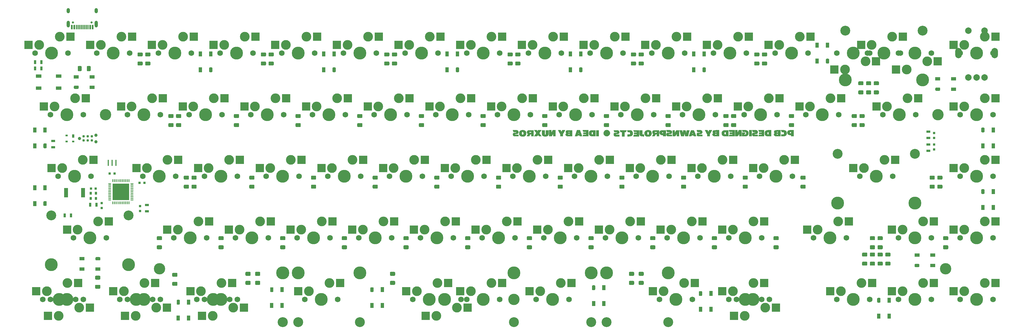
<source format=gbr>
G04 #@! TF.GenerationSoftware,KiCad,Pcbnew,(5.1.10)-1*
G04 #@! TF.CreationDate,2021-12-23T10:18:36+07:00*
G04 #@! TF.ProjectId,averange65,61766572-616e-4676-9536-352e6b696361,rev?*
G04 #@! TF.SameCoordinates,Original*
G04 #@! TF.FileFunction,Soldermask,Bot*
G04 #@! TF.FilePolarity,Negative*
%FSLAX46Y46*%
G04 Gerber Fmt 4.6, Leading zero omitted, Abs format (unit mm)*
G04 Created by KiCad (PCBNEW (5.1.10)-1) date 2021-12-23 10:18:36*
%MOMM*%
%LPD*%
G01*
G04 APERTURE LIST*
%ADD10C,0.010000*%
%ADD11R,2.550000X2.500000*%
%ADD12C,1.750000*%
%ADD13C,3.000000*%
%ADD14C,3.987800*%
%ADD15C,3.048000*%
%ADD16C,0.787400*%
%ADD17C,0.990600*%
%ADD18R,5.150000X5.150000*%
%ADD19R,0.700000X1.000000*%
%ADD20R,0.700000X0.600000*%
%ADD21R,0.700000X1.300000*%
%ADD22R,1.300000X0.700000*%
%ADD23R,0.800000X0.950000*%
%ADD24R,0.800000X0.750000*%
%ADD25R,0.750000X0.800000*%
%ADD26R,0.600000X1.450000*%
%ADD27R,0.300000X1.450000*%
%ADD28C,0.650000*%
%ADD29O,1.000000X2.100000*%
%ADD30O,1.000000X1.600000*%
%ADD31C,3.500000*%
%ADD32R,1.500000X1.000000*%
%ADD33R,1.000000X1.500000*%
%ADD34R,0.400000X1.900000*%
%ADD35R,1.800000X1.100000*%
%ADD36R,1.190000X3.000000*%
%ADD37C,2.000000*%
%ADD38O,2.000000X3.200000*%
G04 APERTURE END LIST*
D10*
G36*
X233902145Y-71739515D02*
G01*
X233812669Y-71739556D01*
X233727700Y-71739671D01*
X233647679Y-71739857D01*
X233573045Y-71740112D01*
X233504239Y-71740431D01*
X233441700Y-71740812D01*
X233385869Y-71741252D01*
X233337185Y-71741747D01*
X233296089Y-71742295D01*
X233263019Y-71742892D01*
X233238417Y-71743535D01*
X233222721Y-71744222D01*
X233221284Y-71744320D01*
X233129557Y-71752840D01*
X233046286Y-71764539D01*
X232971018Y-71779570D01*
X232903302Y-71798091D01*
X232842684Y-71820256D01*
X232788711Y-71846223D01*
X232740932Y-71876146D01*
X232698892Y-71910182D01*
X232677065Y-71931758D01*
X232646529Y-71968424D01*
X232622096Y-72007534D01*
X232603269Y-72050395D01*
X232589554Y-72098313D01*
X232580455Y-72152594D01*
X232576440Y-72197024D01*
X232575676Y-72246589D01*
X232579332Y-72296749D01*
X232587021Y-72345437D01*
X232598357Y-72390584D01*
X232612953Y-72430124D01*
X232624145Y-72452077D01*
X232651734Y-72490219D01*
X232687563Y-72524472D01*
X232731752Y-72554920D01*
X232784421Y-72581649D01*
X232838550Y-72602384D01*
X232858113Y-72609068D01*
X232874110Y-72614760D01*
X232884590Y-72618754D01*
X232887660Y-72620211D01*
X232884593Y-72622358D01*
X232874592Y-72626007D01*
X232860285Y-72630238D01*
X232793508Y-72651860D01*
X232734692Y-72678346D01*
X232683638Y-72709880D01*
X232640144Y-72746645D01*
X232604011Y-72788826D01*
X232575039Y-72836606D01*
X232553029Y-72890170D01*
X232544073Y-72921141D01*
X232535550Y-72962201D01*
X232529403Y-73006730D01*
X232525895Y-73051562D01*
X232525283Y-73093534D01*
X232527308Y-73125241D01*
X232538640Y-73188306D01*
X232557763Y-73246707D01*
X232584737Y-73300488D01*
X232619622Y-73349695D01*
X232662478Y-73394371D01*
X232713365Y-73434562D01*
X232772342Y-73470310D01*
X232839470Y-73501661D01*
X232914809Y-73528660D01*
X232998418Y-73551350D01*
X233090357Y-73569776D01*
X233136618Y-73576998D01*
X233145217Y-73578133D01*
X233154705Y-73579163D01*
X233165576Y-73580093D01*
X233178320Y-73580931D01*
X233193432Y-73581683D01*
X233211402Y-73582355D01*
X233232723Y-73582955D01*
X233257889Y-73583489D01*
X233287390Y-73583964D01*
X233321720Y-73584385D01*
X233361371Y-73584761D01*
X233406835Y-73585098D01*
X233458604Y-73585401D01*
X233517172Y-73585679D01*
X233583030Y-73585937D01*
X233656670Y-73586182D01*
X233738586Y-73586421D01*
X233829269Y-73586660D01*
X233858237Y-73586733D01*
X234523412Y-73588390D01*
X234520434Y-73161324D01*
X233731636Y-73161324D01*
X233582293Y-73158612D01*
X233534176Y-73157595D01*
X233494562Y-73156423D01*
X233462546Y-73155045D01*
X233437224Y-73153413D01*
X233417693Y-73151477D01*
X233403048Y-73149186D01*
X233400146Y-73148575D01*
X233368185Y-73139243D01*
X233343741Y-73126687D01*
X233325158Y-73109771D01*
X233310779Y-73087355D01*
X233310655Y-73087107D01*
X233305130Y-73075682D01*
X233301276Y-73065876D01*
X233298790Y-73055639D01*
X233297374Y-73042920D01*
X233296727Y-73025671D01*
X233296550Y-73001840D01*
X233296543Y-72990681D01*
X233296632Y-72963739D01*
X233297080Y-72944221D01*
X233298166Y-72930146D01*
X233300164Y-72919531D01*
X233303352Y-72910394D01*
X233308006Y-72900752D01*
X233309468Y-72897959D01*
X233323486Y-72877097D01*
X233341955Y-72860657D01*
X233366709Y-72847270D01*
X233388266Y-72839147D01*
X233397222Y-72836349D01*
X233406271Y-72834091D01*
X233416556Y-72832298D01*
X233429220Y-72830898D01*
X233445406Y-72829816D01*
X233466256Y-72828980D01*
X233492914Y-72828316D01*
X233526521Y-72827751D01*
X233568222Y-72827210D01*
X233575238Y-72827127D01*
X233731636Y-72825281D01*
X233731636Y-73161324D01*
X234520434Y-73161324D01*
X234520286Y-73140193D01*
X234519800Y-73064650D01*
X234519336Y-72981426D01*
X234518902Y-72892250D01*
X234518502Y-72798848D01*
X234518143Y-72702948D01*
X234517831Y-72606276D01*
X234517571Y-72510561D01*
X234517482Y-72469396D01*
X233731636Y-72469396D01*
X233589349Y-72467575D01*
X233548768Y-72467025D01*
X233516397Y-72466470D01*
X233491040Y-72465819D01*
X233471499Y-72464982D01*
X233456578Y-72463869D01*
X233445079Y-72462390D01*
X233435807Y-72460455D01*
X233427563Y-72457973D01*
X233419152Y-72454854D01*
X233418840Y-72454733D01*
X233389529Y-72439127D01*
X233367209Y-72418248D01*
X233352644Y-72392864D01*
X233350248Y-72385709D01*
X233346957Y-72368636D01*
X233344696Y-72344909D01*
X233343704Y-72317248D01*
X233343680Y-72310996D01*
X233343956Y-72287137D01*
X233344951Y-72270124D01*
X233347076Y-72257401D01*
X233350741Y-72246411D01*
X233355774Y-72235736D01*
X233371291Y-72213313D01*
X233389068Y-72199044D01*
X233401943Y-72191527D01*
X233414533Y-72185462D01*
X233428049Y-72180671D01*
X233443704Y-72176979D01*
X233462708Y-72174207D01*
X233486275Y-72172181D01*
X233515615Y-72170722D01*
X233551940Y-72169654D01*
X233596405Y-72168802D01*
X233731636Y-72166580D01*
X233731636Y-72469396D01*
X234517482Y-72469396D01*
X234517369Y-72417529D01*
X234517231Y-72328907D01*
X234517164Y-72246423D01*
X234517157Y-72215746D01*
X234517155Y-71739496D01*
X233902145Y-71739515D01*
G37*
X233902145Y-71739515D02*
X233812669Y-71739556D01*
X233727700Y-71739671D01*
X233647679Y-71739857D01*
X233573045Y-71740112D01*
X233504239Y-71740431D01*
X233441700Y-71740812D01*
X233385869Y-71741252D01*
X233337185Y-71741747D01*
X233296089Y-71742295D01*
X233263019Y-71742892D01*
X233238417Y-71743535D01*
X233222721Y-71744222D01*
X233221284Y-71744320D01*
X233129557Y-71752840D01*
X233046286Y-71764539D01*
X232971018Y-71779570D01*
X232903302Y-71798091D01*
X232842684Y-71820256D01*
X232788711Y-71846223D01*
X232740932Y-71876146D01*
X232698892Y-71910182D01*
X232677065Y-71931758D01*
X232646529Y-71968424D01*
X232622096Y-72007534D01*
X232603269Y-72050395D01*
X232589554Y-72098313D01*
X232580455Y-72152594D01*
X232576440Y-72197024D01*
X232575676Y-72246589D01*
X232579332Y-72296749D01*
X232587021Y-72345437D01*
X232598357Y-72390584D01*
X232612953Y-72430124D01*
X232624145Y-72452077D01*
X232651734Y-72490219D01*
X232687563Y-72524472D01*
X232731752Y-72554920D01*
X232784421Y-72581649D01*
X232838550Y-72602384D01*
X232858113Y-72609068D01*
X232874110Y-72614760D01*
X232884590Y-72618754D01*
X232887660Y-72620211D01*
X232884593Y-72622358D01*
X232874592Y-72626007D01*
X232860285Y-72630238D01*
X232793508Y-72651860D01*
X232734692Y-72678346D01*
X232683638Y-72709880D01*
X232640144Y-72746645D01*
X232604011Y-72788826D01*
X232575039Y-72836606D01*
X232553029Y-72890170D01*
X232544073Y-72921141D01*
X232535550Y-72962201D01*
X232529403Y-73006730D01*
X232525895Y-73051562D01*
X232525283Y-73093534D01*
X232527308Y-73125241D01*
X232538640Y-73188306D01*
X232557763Y-73246707D01*
X232584737Y-73300488D01*
X232619622Y-73349695D01*
X232662478Y-73394371D01*
X232713365Y-73434562D01*
X232772342Y-73470310D01*
X232839470Y-73501661D01*
X232914809Y-73528660D01*
X232998418Y-73551350D01*
X233090357Y-73569776D01*
X233136618Y-73576998D01*
X233145217Y-73578133D01*
X233154705Y-73579163D01*
X233165576Y-73580093D01*
X233178320Y-73580931D01*
X233193432Y-73581683D01*
X233211402Y-73582355D01*
X233232723Y-73582955D01*
X233257889Y-73583489D01*
X233287390Y-73583964D01*
X233321720Y-73584385D01*
X233361371Y-73584761D01*
X233406835Y-73585098D01*
X233458604Y-73585401D01*
X233517172Y-73585679D01*
X233583030Y-73585937D01*
X233656670Y-73586182D01*
X233738586Y-73586421D01*
X233829269Y-73586660D01*
X233858237Y-73586733D01*
X234523412Y-73588390D01*
X234520434Y-73161324D01*
X233731636Y-73161324D01*
X233582293Y-73158612D01*
X233534176Y-73157595D01*
X233494562Y-73156423D01*
X233462546Y-73155045D01*
X233437224Y-73153413D01*
X233417693Y-73151477D01*
X233403048Y-73149186D01*
X233400146Y-73148575D01*
X233368185Y-73139243D01*
X233343741Y-73126687D01*
X233325158Y-73109771D01*
X233310779Y-73087355D01*
X233310655Y-73087107D01*
X233305130Y-73075682D01*
X233301276Y-73065876D01*
X233298790Y-73055639D01*
X233297374Y-73042920D01*
X233296727Y-73025671D01*
X233296550Y-73001840D01*
X233296543Y-72990681D01*
X233296632Y-72963739D01*
X233297080Y-72944221D01*
X233298166Y-72930146D01*
X233300164Y-72919531D01*
X233303352Y-72910394D01*
X233308006Y-72900752D01*
X233309468Y-72897959D01*
X233323486Y-72877097D01*
X233341955Y-72860657D01*
X233366709Y-72847270D01*
X233388266Y-72839147D01*
X233397222Y-72836349D01*
X233406271Y-72834091D01*
X233416556Y-72832298D01*
X233429220Y-72830898D01*
X233445406Y-72829816D01*
X233466256Y-72828980D01*
X233492914Y-72828316D01*
X233526521Y-72827751D01*
X233568222Y-72827210D01*
X233575238Y-72827127D01*
X233731636Y-72825281D01*
X233731636Y-73161324D01*
X234520434Y-73161324D01*
X234520286Y-73140193D01*
X234519800Y-73064650D01*
X234519336Y-72981426D01*
X234518902Y-72892250D01*
X234518502Y-72798848D01*
X234518143Y-72702948D01*
X234517831Y-72606276D01*
X234517571Y-72510561D01*
X234517482Y-72469396D01*
X233731636Y-72469396D01*
X233589349Y-72467575D01*
X233548768Y-72467025D01*
X233516397Y-72466470D01*
X233491040Y-72465819D01*
X233471499Y-72464982D01*
X233456578Y-72463869D01*
X233445079Y-72462390D01*
X233435807Y-72460455D01*
X233427563Y-72457973D01*
X233419152Y-72454854D01*
X233418840Y-72454733D01*
X233389529Y-72439127D01*
X233367209Y-72418248D01*
X233352644Y-72392864D01*
X233350248Y-72385709D01*
X233346957Y-72368636D01*
X233344696Y-72344909D01*
X233343704Y-72317248D01*
X233343680Y-72310996D01*
X233343956Y-72287137D01*
X233344951Y-72270124D01*
X233347076Y-72257401D01*
X233350741Y-72246411D01*
X233355774Y-72235736D01*
X233371291Y-72213313D01*
X233389068Y-72199044D01*
X233401943Y-72191527D01*
X233414533Y-72185462D01*
X233428049Y-72180671D01*
X233443704Y-72176979D01*
X233462708Y-72174207D01*
X233486275Y-72172181D01*
X233515615Y-72170722D01*
X233551940Y-72169654D01*
X233596405Y-72168802D01*
X233731636Y-72166580D01*
X233731636Y-72469396D01*
X234517482Y-72469396D01*
X234517369Y-72417529D01*
X234517231Y-72328907D01*
X234517164Y-72246423D01*
X234517157Y-72215746D01*
X234517155Y-71739496D01*
X233902145Y-71739515D01*
G36*
X234716813Y-71747235D02*
G01*
X234719095Y-71753821D01*
X234724540Y-71768316D01*
X234732827Y-71789893D01*
X234743632Y-71817723D01*
X234756631Y-71850978D01*
X234771501Y-71888831D01*
X234787919Y-71930454D01*
X234805562Y-71975019D01*
X234818772Y-72008291D01*
X234917608Y-72256903D01*
X235098125Y-72256903D01*
X235163586Y-72257126D01*
X235220475Y-72257825D01*
X235269617Y-72259049D01*
X235311836Y-72260844D01*
X235347958Y-72263257D01*
X235378809Y-72266337D01*
X235405213Y-72270130D01*
X235427995Y-72274684D01*
X235434084Y-72276164D01*
X235477989Y-72290480D01*
X235515558Y-72309866D01*
X235547220Y-72334886D01*
X235573406Y-72366104D01*
X235594546Y-72404081D01*
X235611071Y-72449383D01*
X235623411Y-72502573D01*
X235627783Y-72529718D01*
X235630171Y-72553099D01*
X235631909Y-72583647D01*
X235633000Y-72619144D01*
X235633442Y-72657371D01*
X235633237Y-72696110D01*
X235632385Y-72733144D01*
X235630888Y-72766254D01*
X235628745Y-72793222D01*
X235627708Y-72801787D01*
X235618267Y-72854315D01*
X235605401Y-72899050D01*
X235588662Y-72937124D01*
X235567602Y-72969667D01*
X235555711Y-72983783D01*
X235532568Y-73005940D01*
X235506977Y-73023748D01*
X235477252Y-73038001D01*
X235441706Y-73049493D01*
X235398653Y-73059019D01*
X235394395Y-73059799D01*
X235383872Y-73061459D01*
X235371479Y-73062896D01*
X235356440Y-73064132D01*
X235337974Y-73065191D01*
X235315305Y-73066096D01*
X235287654Y-73066869D01*
X235254242Y-73067534D01*
X235214291Y-73068114D01*
X235167023Y-73068631D01*
X235111658Y-73069110D01*
X235068664Y-73069426D01*
X234785266Y-73071406D01*
X234785266Y-73588051D01*
X235188608Y-73587229D01*
X235249898Y-73587087D01*
X235308843Y-73586915D01*
X235364716Y-73586719D01*
X235416788Y-73586502D01*
X235464330Y-73586269D01*
X235506614Y-73586023D01*
X235542912Y-73585769D01*
X235572495Y-73585510D01*
X235594635Y-73585252D01*
X235608604Y-73584998D01*
X235613118Y-73584825D01*
X235642443Y-73581903D01*
X235677791Y-73577250D01*
X235716157Y-73571361D01*
X235754536Y-73564730D01*
X235789923Y-73557849D01*
X235819313Y-73551213D01*
X235822389Y-73550433D01*
X235910130Y-73523702D01*
X235991090Y-73490477D01*
X236065354Y-73450693D01*
X236133009Y-73404288D01*
X236194138Y-73351198D01*
X236248826Y-73291359D01*
X236297160Y-73224709D01*
X236327171Y-73174125D01*
X236358902Y-73107501D01*
X236385496Y-73034118D01*
X236406846Y-72955167D01*
X236422847Y-72871839D01*
X236433392Y-72785323D01*
X236438374Y-72696811D01*
X236437687Y-72607494D01*
X236431225Y-72518561D01*
X236418881Y-72431204D01*
X236400992Y-72348339D01*
X236377207Y-72268303D01*
X236348535Y-72195589D01*
X236314412Y-72129168D01*
X236274272Y-72068006D01*
X236227551Y-72011072D01*
X236201503Y-71983824D01*
X236141152Y-71929740D01*
X236075381Y-71882548D01*
X236003869Y-71842099D01*
X235926295Y-71808244D01*
X235842339Y-71780833D01*
X235751680Y-71759718D01*
X235702488Y-71751283D01*
X235676927Y-71748249D01*
X235642146Y-71745528D01*
X235598127Y-71743122D01*
X235544847Y-71741028D01*
X235482287Y-71739247D01*
X235410427Y-71737778D01*
X235329245Y-71736621D01*
X235238721Y-71735775D01*
X235138836Y-71735239D01*
X235032876Y-71735016D01*
X234713690Y-71734792D01*
X234716813Y-71747235D01*
G37*
X234716813Y-71747235D02*
X234719095Y-71753821D01*
X234724540Y-71768316D01*
X234732827Y-71789893D01*
X234743632Y-71817723D01*
X234756631Y-71850978D01*
X234771501Y-71888831D01*
X234787919Y-71930454D01*
X234805562Y-71975019D01*
X234818772Y-72008291D01*
X234917608Y-72256903D01*
X235098125Y-72256903D01*
X235163586Y-72257126D01*
X235220475Y-72257825D01*
X235269617Y-72259049D01*
X235311836Y-72260844D01*
X235347958Y-72263257D01*
X235378809Y-72266337D01*
X235405213Y-72270130D01*
X235427995Y-72274684D01*
X235434084Y-72276164D01*
X235477989Y-72290480D01*
X235515558Y-72309866D01*
X235547220Y-72334886D01*
X235573406Y-72366104D01*
X235594546Y-72404081D01*
X235611071Y-72449383D01*
X235623411Y-72502573D01*
X235627783Y-72529718D01*
X235630171Y-72553099D01*
X235631909Y-72583647D01*
X235633000Y-72619144D01*
X235633442Y-72657371D01*
X235633237Y-72696110D01*
X235632385Y-72733144D01*
X235630888Y-72766254D01*
X235628745Y-72793222D01*
X235627708Y-72801787D01*
X235618267Y-72854315D01*
X235605401Y-72899050D01*
X235588662Y-72937124D01*
X235567602Y-72969667D01*
X235555711Y-72983783D01*
X235532568Y-73005940D01*
X235506977Y-73023748D01*
X235477252Y-73038001D01*
X235441706Y-73049493D01*
X235398653Y-73059019D01*
X235394395Y-73059799D01*
X235383872Y-73061459D01*
X235371479Y-73062896D01*
X235356440Y-73064132D01*
X235337974Y-73065191D01*
X235315305Y-73066096D01*
X235287654Y-73066869D01*
X235254242Y-73067534D01*
X235214291Y-73068114D01*
X235167023Y-73068631D01*
X235111658Y-73069110D01*
X235068664Y-73069426D01*
X234785266Y-73071406D01*
X234785266Y-73588051D01*
X235188608Y-73587229D01*
X235249898Y-73587087D01*
X235308843Y-73586915D01*
X235364716Y-73586719D01*
X235416788Y-73586502D01*
X235464330Y-73586269D01*
X235506614Y-73586023D01*
X235542912Y-73585769D01*
X235572495Y-73585510D01*
X235594635Y-73585252D01*
X235608604Y-73584998D01*
X235613118Y-73584825D01*
X235642443Y-73581903D01*
X235677791Y-73577250D01*
X235716157Y-73571361D01*
X235754536Y-73564730D01*
X235789923Y-73557849D01*
X235819313Y-73551213D01*
X235822389Y-73550433D01*
X235910130Y-73523702D01*
X235991090Y-73490477D01*
X236065354Y-73450693D01*
X236133009Y-73404288D01*
X236194138Y-73351198D01*
X236248826Y-73291359D01*
X236297160Y-73224709D01*
X236327171Y-73174125D01*
X236358902Y-73107501D01*
X236385496Y-73034118D01*
X236406846Y-72955167D01*
X236422847Y-72871839D01*
X236433392Y-72785323D01*
X236438374Y-72696811D01*
X236437687Y-72607494D01*
X236431225Y-72518561D01*
X236418881Y-72431204D01*
X236400992Y-72348339D01*
X236377207Y-72268303D01*
X236348535Y-72195589D01*
X236314412Y-72129168D01*
X236274272Y-72068006D01*
X236227551Y-72011072D01*
X236201503Y-71983824D01*
X236141152Y-71929740D01*
X236075381Y-71882548D01*
X236003869Y-71842099D01*
X235926295Y-71808244D01*
X235842339Y-71780833D01*
X235751680Y-71759718D01*
X235702488Y-71751283D01*
X235676927Y-71748249D01*
X235642146Y-71745528D01*
X235598127Y-71743122D01*
X235544847Y-71741028D01*
X235482287Y-71739247D01*
X235410427Y-71737778D01*
X235329245Y-71736621D01*
X235238721Y-71735775D01*
X235138836Y-71735239D01*
X235032876Y-71735016D01*
X234713690Y-71734792D01*
X234716813Y-71747235D01*
G36*
X238017886Y-71736137D02*
G01*
X237925299Y-71736497D01*
X237841547Y-71736871D01*
X237766058Y-71737280D01*
X237698260Y-71737748D01*
X237637581Y-71738298D01*
X237583449Y-71738951D01*
X237535291Y-71739732D01*
X237492536Y-71740662D01*
X237454611Y-71741765D01*
X237420944Y-71743063D01*
X237390963Y-71744579D01*
X237364096Y-71746336D01*
X237339771Y-71748357D01*
X237317416Y-71750664D01*
X237296457Y-71753281D01*
X237276325Y-71756230D01*
X237256445Y-71759533D01*
X237236246Y-71763214D01*
X237215157Y-71767296D01*
X237210025Y-71768313D01*
X237123854Y-71788773D01*
X237045464Y-71814438D01*
X236974697Y-71845463D01*
X236911396Y-71882002D01*
X236855405Y-71924210D01*
X236806567Y-71972243D01*
X236764725Y-72026255D01*
X236729722Y-72086401D01*
X236701401Y-72152836D01*
X236679606Y-72225714D01*
X236664179Y-72305191D01*
X236663825Y-72307597D01*
X236660282Y-72340051D01*
X236657884Y-72379261D01*
X236656631Y-72422643D01*
X236656523Y-72467617D01*
X236657558Y-72511599D01*
X236659736Y-72552008D01*
X236663055Y-72586262D01*
X236663923Y-72592612D01*
X236679719Y-72675532D01*
X236702041Y-72751829D01*
X236731050Y-72821685D01*
X236766905Y-72885282D01*
X236809765Y-72942799D01*
X236859791Y-72994420D01*
X236917141Y-73040325D01*
X236981976Y-73080695D01*
X237054454Y-73115713D01*
X237134735Y-73145558D01*
X237156305Y-73152312D01*
X237204162Y-73165786D01*
X237252090Y-73177155D01*
X237301385Y-73186577D01*
X237353342Y-73194214D01*
X237409256Y-73200224D01*
X237470422Y-73204766D01*
X237538134Y-73208000D01*
X237613688Y-73210086D01*
X237627479Y-73210339D01*
X237790932Y-73213143D01*
X237790932Y-73588051D01*
X238576451Y-73588051D01*
X238576451Y-72473126D01*
X237790932Y-72473126D01*
X237790932Y-72694348D01*
X237709793Y-72694226D01*
X237678632Y-72693899D01*
X237646556Y-72693077D01*
X237616511Y-72691869D01*
X237591441Y-72690380D01*
X237581618Y-72689558D01*
X237541035Y-72683305D01*
X237508141Y-72672717D01*
X237481939Y-72657066D01*
X237461431Y-72635624D01*
X237445618Y-72607664D01*
X237436893Y-72584093D01*
X237432862Y-72570006D01*
X237430009Y-72556294D01*
X237428141Y-72540895D01*
X237427063Y-72521747D01*
X237426584Y-72496788D01*
X237426501Y-72473273D01*
X237426942Y-72439358D01*
X237428189Y-72409391D01*
X237430135Y-72385192D01*
X237432654Y-72368663D01*
X237442992Y-72339280D01*
X237459251Y-72312283D01*
X237479522Y-72290596D01*
X237487543Y-72284578D01*
X237501020Y-72276375D01*
X237515048Y-72269800D01*
X237530959Y-72264612D01*
X237550086Y-72260566D01*
X237573762Y-72257422D01*
X237603318Y-72254934D01*
X237640087Y-72252862D01*
X237668348Y-72251628D01*
X237699849Y-72250462D01*
X237728370Y-72249611D01*
X237752514Y-72249100D01*
X237770884Y-72248954D01*
X237782082Y-72249198D01*
X237784765Y-72249537D01*
X237786244Y-72251726D01*
X237787480Y-72257525D01*
X237788492Y-72267635D01*
X237789298Y-72282758D01*
X237789918Y-72303596D01*
X237790372Y-72330849D01*
X237790679Y-72365218D01*
X237790859Y-72407405D01*
X237790929Y-72458112D01*
X237790932Y-72473126D01*
X238576451Y-72473126D01*
X238576451Y-71734059D01*
X238017886Y-71736137D01*
G37*
X238017886Y-71736137D02*
X237925299Y-71736497D01*
X237841547Y-71736871D01*
X237766058Y-71737280D01*
X237698260Y-71737748D01*
X237637581Y-71738298D01*
X237583449Y-71738951D01*
X237535291Y-71739732D01*
X237492536Y-71740662D01*
X237454611Y-71741765D01*
X237420944Y-71743063D01*
X237390963Y-71744579D01*
X237364096Y-71746336D01*
X237339771Y-71748357D01*
X237317416Y-71750664D01*
X237296457Y-71753281D01*
X237276325Y-71756230D01*
X237256445Y-71759533D01*
X237236246Y-71763214D01*
X237215157Y-71767296D01*
X237210025Y-71768313D01*
X237123854Y-71788773D01*
X237045464Y-71814438D01*
X236974697Y-71845463D01*
X236911396Y-71882002D01*
X236855405Y-71924210D01*
X236806567Y-71972243D01*
X236764725Y-72026255D01*
X236729722Y-72086401D01*
X236701401Y-72152836D01*
X236679606Y-72225714D01*
X236664179Y-72305191D01*
X236663825Y-72307597D01*
X236660282Y-72340051D01*
X236657884Y-72379261D01*
X236656631Y-72422643D01*
X236656523Y-72467617D01*
X236657558Y-72511599D01*
X236659736Y-72552008D01*
X236663055Y-72586262D01*
X236663923Y-72592612D01*
X236679719Y-72675532D01*
X236702041Y-72751829D01*
X236731050Y-72821685D01*
X236766905Y-72885282D01*
X236809765Y-72942799D01*
X236859791Y-72994420D01*
X236917141Y-73040325D01*
X236981976Y-73080695D01*
X237054454Y-73115713D01*
X237134735Y-73145558D01*
X237156305Y-73152312D01*
X237204162Y-73165786D01*
X237252090Y-73177155D01*
X237301385Y-73186577D01*
X237353342Y-73194214D01*
X237409256Y-73200224D01*
X237470422Y-73204766D01*
X237538134Y-73208000D01*
X237613688Y-73210086D01*
X237627479Y-73210339D01*
X237790932Y-73213143D01*
X237790932Y-73588051D01*
X238576451Y-73588051D01*
X238576451Y-72473126D01*
X237790932Y-72473126D01*
X237790932Y-72694348D01*
X237709793Y-72694226D01*
X237678632Y-72693899D01*
X237646556Y-72693077D01*
X237616511Y-72691869D01*
X237591441Y-72690380D01*
X237581618Y-72689558D01*
X237541035Y-72683305D01*
X237508141Y-72672717D01*
X237481939Y-72657066D01*
X237461431Y-72635624D01*
X237445618Y-72607664D01*
X237436893Y-72584093D01*
X237432862Y-72570006D01*
X237430009Y-72556294D01*
X237428141Y-72540895D01*
X237427063Y-72521747D01*
X237426584Y-72496788D01*
X237426501Y-72473273D01*
X237426942Y-72439358D01*
X237428189Y-72409391D01*
X237430135Y-72385192D01*
X237432654Y-72368663D01*
X237442992Y-72339280D01*
X237459251Y-72312283D01*
X237479522Y-72290596D01*
X237487543Y-72284578D01*
X237501020Y-72276375D01*
X237515048Y-72269800D01*
X237530959Y-72264612D01*
X237550086Y-72260566D01*
X237573762Y-72257422D01*
X237603318Y-72254934D01*
X237640087Y-72252862D01*
X237668348Y-72251628D01*
X237699849Y-72250462D01*
X237728370Y-72249611D01*
X237752514Y-72249100D01*
X237770884Y-72248954D01*
X237782082Y-72249198D01*
X237784765Y-72249537D01*
X237786244Y-72251726D01*
X237787480Y-72257525D01*
X237788492Y-72267635D01*
X237789298Y-72282758D01*
X237789918Y-72303596D01*
X237790372Y-72330849D01*
X237790679Y-72365218D01*
X237790859Y-72407405D01*
X237790929Y-72458112D01*
X237790932Y-72473126D01*
X238576451Y-72473126D01*
X238576451Y-71734059D01*
X238017886Y-71736137D01*
G36*
X222713483Y-71803633D02*
G01*
X222724345Y-71831131D01*
X222737874Y-71865347D01*
X222753267Y-71904251D01*
X222769722Y-71945818D01*
X222786436Y-71988019D01*
X222802607Y-72028828D01*
X222806315Y-72038181D01*
X222864124Y-72183996D01*
X223200241Y-72186725D01*
X223266784Y-72187292D01*
X223324623Y-72187851D01*
X223374463Y-72188421D01*
X223417006Y-72189023D01*
X223452957Y-72189674D01*
X223483019Y-72190395D01*
X223507896Y-72191206D01*
X223528292Y-72192125D01*
X223544911Y-72193173D01*
X223558455Y-72194368D01*
X223569630Y-72195731D01*
X223578692Y-72197198D01*
X223642976Y-72211281D01*
X223699251Y-72228725D01*
X223748447Y-72249961D01*
X223791495Y-72275423D01*
X223829326Y-72305543D01*
X223845165Y-72321012D01*
X223878850Y-72361533D01*
X223906160Y-72406772D01*
X223927334Y-72457386D01*
X223942608Y-72514029D01*
X223952221Y-72577358D01*
X223955714Y-72626144D01*
X223955767Y-72701574D01*
X223949218Y-72771015D01*
X223936141Y-72834302D01*
X223916612Y-72891270D01*
X223890705Y-72941754D01*
X223858496Y-72985590D01*
X223820059Y-73022612D01*
X223775469Y-73052656D01*
X223757432Y-73061967D01*
X223733573Y-73072890D01*
X223711717Y-73081566D01*
X223690256Y-73088279D01*
X223667584Y-73093311D01*
X223642092Y-73096946D01*
X223612174Y-73099466D01*
X223576221Y-73101156D01*
X223532627Y-73102297D01*
X223527946Y-73102389D01*
X223493787Y-73102888D01*
X223460987Y-73103078D01*
X223431289Y-73102970D01*
X223406435Y-73102578D01*
X223388170Y-73101912D01*
X223380955Y-73101372D01*
X223350562Y-73098117D01*
X223350562Y-72844866D01*
X223590451Y-72844866D01*
X223590451Y-72487385D01*
X222677932Y-72487385D01*
X222677932Y-73568559D01*
X222702627Y-73571156D01*
X222725589Y-73573101D01*
X222756980Y-73575050D01*
X222795819Y-73576983D01*
X222841129Y-73578880D01*
X222891929Y-73580721D01*
X222947242Y-73582487D01*
X223006087Y-73584157D01*
X223067485Y-73585713D01*
X223130458Y-73587133D01*
X223194027Y-73588398D01*
X223257211Y-73589489D01*
X223319032Y-73590385D01*
X223378512Y-73591067D01*
X223434670Y-73591515D01*
X223486528Y-73591708D01*
X223533107Y-73591628D01*
X223573427Y-73591255D01*
X223606509Y-73590567D01*
X223625729Y-73589847D01*
X223699901Y-73585838D01*
X223765808Y-73581304D01*
X223824585Y-73576074D01*
X223877366Y-73569977D01*
X223925286Y-73562841D01*
X223969482Y-73554494D01*
X224011087Y-73544766D01*
X224051237Y-73533484D01*
X224091067Y-73520477D01*
X224095660Y-73518869D01*
X224177199Y-73486191D01*
X224251424Y-73448089D01*
X224318485Y-73404363D01*
X224378535Y-73354814D01*
X224431725Y-73299244D01*
X224478207Y-73237454D01*
X224518131Y-73169243D01*
X224551651Y-73094414D01*
X224578916Y-73012767D01*
X224600079Y-72924103D01*
X224614076Y-72837810D01*
X224617728Y-72801257D01*
X224620291Y-72757766D01*
X224621765Y-72709743D01*
X224622152Y-72659597D01*
X224621450Y-72609732D01*
X224619662Y-72562556D01*
X224616786Y-72520475D01*
X224614012Y-72494440D01*
X224598012Y-72398832D01*
X224575541Y-72309932D01*
X224546616Y-72227777D01*
X224511252Y-72152405D01*
X224469466Y-72083852D01*
X224421274Y-72022157D01*
X224397321Y-71996457D01*
X224335773Y-71940611D01*
X224267331Y-71890960D01*
X224192293Y-71847635D01*
X224110956Y-71810768D01*
X224023618Y-71780489D01*
X223930578Y-71756930D01*
X223832133Y-71740222D01*
X223808769Y-71737363D01*
X223782500Y-71734533D01*
X223755695Y-71731999D01*
X223727682Y-71729739D01*
X223697793Y-71727736D01*
X223665358Y-71725968D01*
X223629706Y-71724417D01*
X223590168Y-71723062D01*
X223546074Y-71721885D01*
X223496754Y-71720864D01*
X223441538Y-71719982D01*
X223379757Y-71719217D01*
X223310740Y-71718551D01*
X223233818Y-71717963D01*
X223148321Y-71717434D01*
X223126224Y-71717312D01*
X222678461Y-71714901D01*
X222713483Y-71803633D01*
G37*
X222713483Y-71803633D02*
X222724345Y-71831131D01*
X222737874Y-71865347D01*
X222753267Y-71904251D01*
X222769722Y-71945818D01*
X222786436Y-71988019D01*
X222802607Y-72028828D01*
X222806315Y-72038181D01*
X222864124Y-72183996D01*
X223200241Y-72186725D01*
X223266784Y-72187292D01*
X223324623Y-72187851D01*
X223374463Y-72188421D01*
X223417006Y-72189023D01*
X223452957Y-72189674D01*
X223483019Y-72190395D01*
X223507896Y-72191206D01*
X223528292Y-72192125D01*
X223544911Y-72193173D01*
X223558455Y-72194368D01*
X223569630Y-72195731D01*
X223578692Y-72197198D01*
X223642976Y-72211281D01*
X223699251Y-72228725D01*
X223748447Y-72249961D01*
X223791495Y-72275423D01*
X223829326Y-72305543D01*
X223845165Y-72321012D01*
X223878850Y-72361533D01*
X223906160Y-72406772D01*
X223927334Y-72457386D01*
X223942608Y-72514029D01*
X223952221Y-72577358D01*
X223955714Y-72626144D01*
X223955767Y-72701574D01*
X223949218Y-72771015D01*
X223936141Y-72834302D01*
X223916612Y-72891270D01*
X223890705Y-72941754D01*
X223858496Y-72985590D01*
X223820059Y-73022612D01*
X223775469Y-73052656D01*
X223757432Y-73061967D01*
X223733573Y-73072890D01*
X223711717Y-73081566D01*
X223690256Y-73088279D01*
X223667584Y-73093311D01*
X223642092Y-73096946D01*
X223612174Y-73099466D01*
X223576221Y-73101156D01*
X223532627Y-73102297D01*
X223527946Y-73102389D01*
X223493787Y-73102888D01*
X223460987Y-73103078D01*
X223431289Y-73102970D01*
X223406435Y-73102578D01*
X223388170Y-73101912D01*
X223380955Y-73101372D01*
X223350562Y-73098117D01*
X223350562Y-72844866D01*
X223590451Y-72844866D01*
X223590451Y-72487385D01*
X222677932Y-72487385D01*
X222677932Y-73568559D01*
X222702627Y-73571156D01*
X222725589Y-73573101D01*
X222756980Y-73575050D01*
X222795819Y-73576983D01*
X222841129Y-73578880D01*
X222891929Y-73580721D01*
X222947242Y-73582487D01*
X223006087Y-73584157D01*
X223067485Y-73585713D01*
X223130458Y-73587133D01*
X223194027Y-73588398D01*
X223257211Y-73589489D01*
X223319032Y-73590385D01*
X223378512Y-73591067D01*
X223434670Y-73591515D01*
X223486528Y-73591708D01*
X223533107Y-73591628D01*
X223573427Y-73591255D01*
X223606509Y-73590567D01*
X223625729Y-73589847D01*
X223699901Y-73585838D01*
X223765808Y-73581304D01*
X223824585Y-73576074D01*
X223877366Y-73569977D01*
X223925286Y-73562841D01*
X223969482Y-73554494D01*
X224011087Y-73544766D01*
X224051237Y-73533484D01*
X224091067Y-73520477D01*
X224095660Y-73518869D01*
X224177199Y-73486191D01*
X224251424Y-73448089D01*
X224318485Y-73404363D01*
X224378535Y-73354814D01*
X224431725Y-73299244D01*
X224478207Y-73237454D01*
X224518131Y-73169243D01*
X224551651Y-73094414D01*
X224578916Y-73012767D01*
X224600079Y-72924103D01*
X224614076Y-72837810D01*
X224617728Y-72801257D01*
X224620291Y-72757766D01*
X224621765Y-72709743D01*
X224622152Y-72659597D01*
X224621450Y-72609732D01*
X224619662Y-72562556D01*
X224616786Y-72520475D01*
X224614012Y-72494440D01*
X224598012Y-72398832D01*
X224575541Y-72309932D01*
X224546616Y-72227777D01*
X224511252Y-72152405D01*
X224469466Y-72083852D01*
X224421274Y-72022157D01*
X224397321Y-71996457D01*
X224335773Y-71940611D01*
X224267331Y-71890960D01*
X224192293Y-71847635D01*
X224110956Y-71810768D01*
X224023618Y-71780489D01*
X223930578Y-71756930D01*
X223832133Y-71740222D01*
X223808769Y-71737363D01*
X223782500Y-71734533D01*
X223755695Y-71731999D01*
X223727682Y-71729739D01*
X223697793Y-71727736D01*
X223665358Y-71725968D01*
X223629706Y-71724417D01*
X223590168Y-71723062D01*
X223546074Y-71721885D01*
X223496754Y-71720864D01*
X223441538Y-71719982D01*
X223379757Y-71719217D01*
X223310740Y-71718551D01*
X223233818Y-71717963D01*
X223148321Y-71717434D01*
X223126224Y-71717312D01*
X222678461Y-71714901D01*
X222713483Y-71803633D01*
G36*
X224827525Y-73592755D02*
G01*
X225608340Y-73592755D01*
X225608340Y-71739496D01*
X224827525Y-71739496D01*
X224827525Y-73592755D01*
G37*
X224827525Y-73592755D02*
X225608340Y-73592755D01*
X225608340Y-71739496D01*
X224827525Y-71739496D01*
X224827525Y-73592755D01*
G36*
X225882037Y-71919259D02*
G01*
X225899224Y-71962594D01*
X225916467Y-72006123D01*
X225933208Y-72048431D01*
X225948887Y-72088100D01*
X225962945Y-72123714D01*
X225974820Y-72153859D01*
X225983955Y-72177116D01*
X225986145Y-72182712D01*
X226015060Y-72256688D01*
X226391431Y-72257972D01*
X226459770Y-72258210D01*
X226519335Y-72258440D01*
X226570761Y-72258677D01*
X226614682Y-72258941D01*
X226651733Y-72259248D01*
X226682547Y-72259616D01*
X226707759Y-72260061D01*
X226728003Y-72260603D01*
X226743914Y-72261256D01*
X226756124Y-72262040D01*
X226765270Y-72262972D01*
X226771984Y-72264068D01*
X226776901Y-72265347D01*
X226780656Y-72266825D01*
X226783881Y-72268521D01*
X226784266Y-72268741D01*
X226800722Y-72282109D01*
X226812769Y-72301188D01*
X226820772Y-72326912D01*
X226825098Y-72360214D01*
X226825837Y-72374554D01*
X226825959Y-72408713D01*
X226823443Y-72435353D01*
X226817991Y-72456071D01*
X226809306Y-72472458D01*
X226806979Y-72475581D01*
X226802136Y-72481579D01*
X226797286Y-72486656D01*
X226791634Y-72490899D01*
X226784390Y-72494397D01*
X226774759Y-72497236D01*
X226761949Y-72499505D01*
X226745166Y-72501290D01*
X226723619Y-72502679D01*
X226696514Y-72503760D01*
X226663058Y-72504620D01*
X226622459Y-72505347D01*
X226573924Y-72506028D01*
X226525562Y-72506639D01*
X226466735Y-72507431D01*
X226416304Y-72508268D01*
X226373257Y-72509211D01*
X226336585Y-72510321D01*
X226305274Y-72511659D01*
X226278314Y-72513288D01*
X226254694Y-72515267D01*
X226233402Y-72517660D01*
X226213427Y-72520526D01*
X226193757Y-72523927D01*
X226173382Y-72527925D01*
X226172921Y-72528020D01*
X226104133Y-72545681D01*
X226042856Y-72568970D01*
X225988956Y-72598035D01*
X225942297Y-72633023D01*
X225902743Y-72674083D01*
X225870160Y-72721362D01*
X225844412Y-72775009D01*
X225825364Y-72835171D01*
X225812880Y-72901997D01*
X225810248Y-72924829D01*
X225807056Y-72988965D01*
X225809606Y-73055676D01*
X225817526Y-73123212D01*
X225830440Y-73189821D01*
X225847976Y-73253752D01*
X225869761Y-73313255D01*
X225895420Y-73366578D01*
X225909550Y-73390320D01*
X225940937Y-73431506D01*
X225980258Y-73470351D01*
X226026139Y-73505889D01*
X226077207Y-73537148D01*
X226132088Y-73563159D01*
X226177488Y-73579438D01*
X226212766Y-73590308D01*
X226851293Y-73591630D01*
X227489821Y-73592951D01*
X227489821Y-73112977D01*
X227079423Y-73112833D01*
X226998659Y-73112781D01*
X226926731Y-73112670D01*
X226863066Y-73112477D01*
X226807093Y-73112179D01*
X226758240Y-73111752D01*
X226715935Y-73111174D01*
X226679605Y-73110421D01*
X226648680Y-73109470D01*
X226622587Y-73108298D01*
X226600754Y-73106883D01*
X226582610Y-73105200D01*
X226567582Y-73103227D01*
X226555098Y-73100941D01*
X226544588Y-73098319D01*
X226535478Y-73095336D01*
X226527198Y-73091972D01*
X226523695Y-73090376D01*
X226496458Y-73074050D01*
X226477162Y-73053851D01*
X226465344Y-73028916D01*
X226460537Y-72998383D01*
X226461037Y-72973991D01*
X226464507Y-72947278D01*
X226471009Y-72926976D01*
X226481687Y-72910281D01*
X226491040Y-72900384D01*
X226499987Y-72892716D01*
X226509955Y-72886178D01*
X226521724Y-72880681D01*
X226536077Y-72876139D01*
X226553795Y-72872465D01*
X226575661Y-72869570D01*
X226602455Y-72867367D01*
X226634960Y-72865770D01*
X226673957Y-72864691D01*
X226720228Y-72864043D01*
X226774554Y-72863737D01*
X226819543Y-72863681D01*
X226864033Y-72863567D01*
X226907044Y-72863242D01*
X226947349Y-72862731D01*
X226983719Y-72862058D01*
X227014926Y-72861248D01*
X227039742Y-72860325D01*
X227056937Y-72859314D01*
X227061908Y-72858832D01*
X227122588Y-72848467D01*
X227181370Y-72832669D01*
X227236165Y-72812147D01*
X227284882Y-72787607D01*
X227300047Y-72778241D01*
X227350834Y-72739726D01*
X227394525Y-72695108D01*
X227431132Y-72644364D01*
X227460666Y-72587470D01*
X227483136Y-72524405D01*
X227498553Y-72455144D01*
X227506929Y-72379664D01*
X227508608Y-72323463D01*
X227506161Y-72252145D01*
X227498614Y-72187873D01*
X227485573Y-72129545D01*
X227466643Y-72076063D01*
X227441431Y-72026325D01*
X227409542Y-71979232D01*
X227370581Y-71933682D01*
X227367974Y-71930936D01*
X227327501Y-71892561D01*
X227281749Y-71856111D01*
X227232782Y-71822900D01*
X227182667Y-71794244D01*
X227133471Y-71771455D01*
X227097062Y-71758599D01*
X227084777Y-71754889D01*
X227073816Y-71751553D01*
X227063645Y-71748570D01*
X227053727Y-71745920D01*
X227043525Y-71743582D01*
X227032505Y-71741533D01*
X227020128Y-71739754D01*
X227005860Y-71738224D01*
X226989165Y-71736920D01*
X226969506Y-71735823D01*
X226946346Y-71734910D01*
X226919151Y-71734162D01*
X226887384Y-71733556D01*
X226850508Y-71733073D01*
X226807989Y-71732690D01*
X226759288Y-71732387D01*
X226703872Y-71732143D01*
X226641202Y-71731937D01*
X226570744Y-71731747D01*
X226491961Y-71731553D01*
X226404316Y-71731333D01*
X226402564Y-71731329D01*
X225806844Y-71729781D01*
X225882037Y-71919259D01*
G37*
X225882037Y-71919259D02*
X225899224Y-71962594D01*
X225916467Y-72006123D01*
X225933208Y-72048431D01*
X225948887Y-72088100D01*
X225962945Y-72123714D01*
X225974820Y-72153859D01*
X225983955Y-72177116D01*
X225986145Y-72182712D01*
X226015060Y-72256688D01*
X226391431Y-72257972D01*
X226459770Y-72258210D01*
X226519335Y-72258440D01*
X226570761Y-72258677D01*
X226614682Y-72258941D01*
X226651733Y-72259248D01*
X226682547Y-72259616D01*
X226707759Y-72260061D01*
X226728003Y-72260603D01*
X226743914Y-72261256D01*
X226756124Y-72262040D01*
X226765270Y-72262972D01*
X226771984Y-72264068D01*
X226776901Y-72265347D01*
X226780656Y-72266825D01*
X226783881Y-72268521D01*
X226784266Y-72268741D01*
X226800722Y-72282109D01*
X226812769Y-72301188D01*
X226820772Y-72326912D01*
X226825098Y-72360214D01*
X226825837Y-72374554D01*
X226825959Y-72408713D01*
X226823443Y-72435353D01*
X226817991Y-72456071D01*
X226809306Y-72472458D01*
X226806979Y-72475581D01*
X226802136Y-72481579D01*
X226797286Y-72486656D01*
X226791634Y-72490899D01*
X226784390Y-72494397D01*
X226774759Y-72497236D01*
X226761949Y-72499505D01*
X226745166Y-72501290D01*
X226723619Y-72502679D01*
X226696514Y-72503760D01*
X226663058Y-72504620D01*
X226622459Y-72505347D01*
X226573924Y-72506028D01*
X226525562Y-72506639D01*
X226466735Y-72507431D01*
X226416304Y-72508268D01*
X226373257Y-72509211D01*
X226336585Y-72510321D01*
X226305274Y-72511659D01*
X226278314Y-72513288D01*
X226254694Y-72515267D01*
X226233402Y-72517660D01*
X226213427Y-72520526D01*
X226193757Y-72523927D01*
X226173382Y-72527925D01*
X226172921Y-72528020D01*
X226104133Y-72545681D01*
X226042856Y-72568970D01*
X225988956Y-72598035D01*
X225942297Y-72633023D01*
X225902743Y-72674083D01*
X225870160Y-72721362D01*
X225844412Y-72775009D01*
X225825364Y-72835171D01*
X225812880Y-72901997D01*
X225810248Y-72924829D01*
X225807056Y-72988965D01*
X225809606Y-73055676D01*
X225817526Y-73123212D01*
X225830440Y-73189821D01*
X225847976Y-73253752D01*
X225869761Y-73313255D01*
X225895420Y-73366578D01*
X225909550Y-73390320D01*
X225940937Y-73431506D01*
X225980258Y-73470351D01*
X226026139Y-73505889D01*
X226077207Y-73537148D01*
X226132088Y-73563159D01*
X226177488Y-73579438D01*
X226212766Y-73590308D01*
X226851293Y-73591630D01*
X227489821Y-73592951D01*
X227489821Y-73112977D01*
X227079423Y-73112833D01*
X226998659Y-73112781D01*
X226926731Y-73112670D01*
X226863066Y-73112477D01*
X226807093Y-73112179D01*
X226758240Y-73111752D01*
X226715935Y-73111174D01*
X226679605Y-73110421D01*
X226648680Y-73109470D01*
X226622587Y-73108298D01*
X226600754Y-73106883D01*
X226582610Y-73105200D01*
X226567582Y-73103227D01*
X226555098Y-73100941D01*
X226544588Y-73098319D01*
X226535478Y-73095336D01*
X226527198Y-73091972D01*
X226523695Y-73090376D01*
X226496458Y-73074050D01*
X226477162Y-73053851D01*
X226465344Y-73028916D01*
X226460537Y-72998383D01*
X226461037Y-72973991D01*
X226464507Y-72947278D01*
X226471009Y-72926976D01*
X226481687Y-72910281D01*
X226491040Y-72900384D01*
X226499987Y-72892716D01*
X226509955Y-72886178D01*
X226521724Y-72880681D01*
X226536077Y-72876139D01*
X226553795Y-72872465D01*
X226575661Y-72869570D01*
X226602455Y-72867367D01*
X226634960Y-72865770D01*
X226673957Y-72864691D01*
X226720228Y-72864043D01*
X226774554Y-72863737D01*
X226819543Y-72863681D01*
X226864033Y-72863567D01*
X226907044Y-72863242D01*
X226947349Y-72862731D01*
X226983719Y-72862058D01*
X227014926Y-72861248D01*
X227039742Y-72860325D01*
X227056937Y-72859314D01*
X227061908Y-72858832D01*
X227122588Y-72848467D01*
X227181370Y-72832669D01*
X227236165Y-72812147D01*
X227284882Y-72787607D01*
X227300047Y-72778241D01*
X227350834Y-72739726D01*
X227394525Y-72695108D01*
X227431132Y-72644364D01*
X227460666Y-72587470D01*
X227483136Y-72524405D01*
X227498553Y-72455144D01*
X227506929Y-72379664D01*
X227508608Y-72323463D01*
X227506161Y-72252145D01*
X227498614Y-72187873D01*
X227485573Y-72129545D01*
X227466643Y-72076063D01*
X227441431Y-72026325D01*
X227409542Y-71979232D01*
X227370581Y-71933682D01*
X227367974Y-71930936D01*
X227327501Y-71892561D01*
X227281749Y-71856111D01*
X227232782Y-71822900D01*
X227182667Y-71794244D01*
X227133471Y-71771455D01*
X227097062Y-71758599D01*
X227084777Y-71754889D01*
X227073816Y-71751553D01*
X227063645Y-71748570D01*
X227053727Y-71745920D01*
X227043525Y-71743582D01*
X227032505Y-71741533D01*
X227020128Y-71739754D01*
X227005860Y-71738224D01*
X226989165Y-71736920D01*
X226969506Y-71735823D01*
X226946346Y-71734910D01*
X226919151Y-71734162D01*
X226887384Y-71733556D01*
X226850508Y-71733073D01*
X226807989Y-71732690D01*
X226759288Y-71732387D01*
X226703872Y-71732143D01*
X226641202Y-71731937D01*
X226570744Y-71731747D01*
X226491961Y-71731553D01*
X226404316Y-71731333D01*
X226402564Y-71731329D01*
X225806844Y-71729781D01*
X225882037Y-71919259D01*
G36*
X229293925Y-71736543D02*
G01*
X229242076Y-71736583D01*
X229184099Y-71736661D01*
X229120462Y-71736775D01*
X229051633Y-71736925D01*
X228978081Y-71737109D01*
X228900274Y-71737328D01*
X228818681Y-71737581D01*
X228733770Y-71737866D01*
X228646009Y-71738184D01*
X228578569Y-71738443D01*
X227712927Y-71741848D01*
X227896609Y-72205162D01*
X228778636Y-72205162D01*
X228778636Y-72426236D01*
X227955488Y-72426236D01*
X227955488Y-72873088D01*
X228778636Y-72873088D01*
X228778636Y-73122336D01*
X228337905Y-73123536D01*
X227897175Y-73124736D01*
X227804637Y-73358746D01*
X227712099Y-73592755D01*
X229455969Y-73592755D01*
X229455969Y-72665978D01*
X229455959Y-72552241D01*
X229455925Y-72447581D01*
X229455867Y-72351668D01*
X229455782Y-72264172D01*
X229455667Y-72184763D01*
X229455522Y-72113110D01*
X229455343Y-72048883D01*
X229455129Y-71991752D01*
X229454878Y-71941386D01*
X229454587Y-71897456D01*
X229454255Y-71859632D01*
X229453878Y-71827582D01*
X229453456Y-71800977D01*
X229452987Y-71779487D01*
X229452467Y-71762781D01*
X229451895Y-71750529D01*
X229451269Y-71742402D01*
X229450587Y-71738068D01*
X229450090Y-71737119D01*
X229444848Y-71736922D01*
X229430668Y-71736766D01*
X229408017Y-71736651D01*
X229377364Y-71736576D01*
X229339177Y-71736540D01*
X229293925Y-71736543D01*
G37*
X229293925Y-71736543D02*
X229242076Y-71736583D01*
X229184099Y-71736661D01*
X229120462Y-71736775D01*
X229051633Y-71736925D01*
X228978081Y-71737109D01*
X228900274Y-71737328D01*
X228818681Y-71737581D01*
X228733770Y-71737866D01*
X228646009Y-71738184D01*
X228578569Y-71738443D01*
X227712927Y-71741848D01*
X227896609Y-72205162D01*
X228778636Y-72205162D01*
X228778636Y-72426236D01*
X227955488Y-72426236D01*
X227955488Y-72873088D01*
X228778636Y-72873088D01*
X228778636Y-73122336D01*
X228337905Y-73123536D01*
X227897175Y-73124736D01*
X227804637Y-73358746D01*
X227712099Y-73592755D01*
X229455969Y-73592755D01*
X229455969Y-72665978D01*
X229455959Y-72552241D01*
X229455925Y-72447581D01*
X229455867Y-72351668D01*
X229455782Y-72264172D01*
X229455667Y-72184763D01*
X229455522Y-72113110D01*
X229455343Y-72048883D01*
X229455129Y-71991752D01*
X229454878Y-71941386D01*
X229454587Y-71897456D01*
X229454255Y-71859632D01*
X229453878Y-71827582D01*
X229453456Y-71800977D01*
X229452987Y-71779487D01*
X229452467Y-71762781D01*
X229451895Y-71750529D01*
X229451269Y-71742402D01*
X229450587Y-71738068D01*
X229450090Y-71737119D01*
X229444848Y-71736922D01*
X229430668Y-71736766D01*
X229408017Y-71736651D01*
X229377364Y-71736576D01*
X229339177Y-71736540D01*
X229293925Y-71736543D01*
G36*
X231183405Y-71739560D02*
G01*
X231090569Y-71739610D01*
X231006571Y-71739744D01*
X230930839Y-71739974D01*
X230862803Y-71740314D01*
X230801894Y-71740776D01*
X230747540Y-71741373D01*
X230699171Y-71742118D01*
X230656218Y-71743023D01*
X230618109Y-71744102D01*
X230584274Y-71745367D01*
X230554144Y-71746831D01*
X230527148Y-71748506D01*
X230502716Y-71750407D01*
X230480276Y-71752544D01*
X230459260Y-71754932D01*
X230450803Y-71756002D01*
X230367550Y-71769378D01*
X230286818Y-71787337D01*
X230210283Y-71809403D01*
X230139619Y-71835102D01*
X230084438Y-71859937D01*
X230011506Y-71900689D01*
X229945768Y-71946746D01*
X229887079Y-71998336D01*
X229835292Y-72055685D01*
X229790263Y-72119023D01*
X229751846Y-72188575D01*
X229719895Y-72264571D01*
X229694267Y-72347237D01*
X229674814Y-72436801D01*
X229662824Y-72520310D01*
X229660651Y-72546554D01*
X229659092Y-72579894D01*
X229658146Y-72618040D01*
X229657813Y-72658703D01*
X229658094Y-72699592D01*
X229658989Y-72738416D01*
X229660497Y-72772885D01*
X229662620Y-72800709D01*
X229662812Y-72802544D01*
X229677025Y-72898328D01*
X229698383Y-72988000D01*
X229726866Y-73071543D01*
X229762454Y-73148938D01*
X229805127Y-73220169D01*
X229854864Y-73285219D01*
X229911645Y-73344071D01*
X229975449Y-73396706D01*
X230046257Y-73443108D01*
X230124049Y-73483260D01*
X230208802Y-73517144D01*
X230300499Y-73544743D01*
X230399117Y-73566041D01*
X230504637Y-73581018D01*
X230587210Y-73588027D01*
X230601699Y-73588621D01*
X230624787Y-73589165D01*
X230655662Y-73589659D01*
X230693517Y-73590101D01*
X230737541Y-73590491D01*
X230786925Y-73590826D01*
X230840859Y-73591107D01*
X230898535Y-73591333D01*
X230959142Y-73591501D01*
X231021871Y-73591613D01*
X231085914Y-73591665D01*
X231150459Y-73591659D01*
X231214699Y-73591592D01*
X231277823Y-73591463D01*
X231339021Y-73591272D01*
X231397486Y-73591017D01*
X231452406Y-73590699D01*
X231502973Y-73590315D01*
X231548377Y-73589864D01*
X231587808Y-73589347D01*
X231594979Y-73589234D01*
X231680821Y-73587839D01*
X231680821Y-73076531D01*
X230895303Y-73076531D01*
X230771831Y-73073990D01*
X230723717Y-73072736D01*
X230684488Y-73071125D01*
X230653628Y-73069123D01*
X230630618Y-73066698D01*
X230617107Y-73064341D01*
X230582153Y-73053990D01*
X230552667Y-73039633D01*
X230528061Y-73020463D01*
X230507743Y-72995673D01*
X230491123Y-72964457D01*
X230477612Y-72926006D01*
X230466617Y-72879516D01*
X230461704Y-72851922D01*
X230459397Y-72831621D01*
X230457628Y-72803631D01*
X230456389Y-72769654D01*
X230455668Y-72731392D01*
X230455454Y-72690548D01*
X230455738Y-72648824D01*
X230456508Y-72607921D01*
X230457754Y-72569543D01*
X230459466Y-72535391D01*
X230461634Y-72507167D01*
X230463945Y-72488365D01*
X230474518Y-72436590D01*
X230488385Y-72393005D01*
X230506020Y-72356826D01*
X230527898Y-72327267D01*
X230554495Y-72303544D01*
X230586286Y-72284872D01*
X230587502Y-72284298D01*
X230607576Y-72276033D01*
X230629466Y-72269469D01*
X230654518Y-72264422D01*
X230684077Y-72260705D01*
X230719490Y-72258132D01*
X230762100Y-72256518D01*
X230792997Y-72255913D01*
X230895303Y-72254445D01*
X230895303Y-73076531D01*
X231680821Y-73076531D01*
X231680821Y-71739496D01*
X231183405Y-71739560D01*
G37*
X231183405Y-71739560D02*
X231090569Y-71739610D01*
X231006571Y-71739744D01*
X230930839Y-71739974D01*
X230862803Y-71740314D01*
X230801894Y-71740776D01*
X230747540Y-71741373D01*
X230699171Y-71742118D01*
X230656218Y-71743023D01*
X230618109Y-71744102D01*
X230584274Y-71745367D01*
X230554144Y-71746831D01*
X230527148Y-71748506D01*
X230502716Y-71750407D01*
X230480276Y-71752544D01*
X230459260Y-71754932D01*
X230450803Y-71756002D01*
X230367550Y-71769378D01*
X230286818Y-71787337D01*
X230210283Y-71809403D01*
X230139619Y-71835102D01*
X230084438Y-71859937D01*
X230011506Y-71900689D01*
X229945768Y-71946746D01*
X229887079Y-71998336D01*
X229835292Y-72055685D01*
X229790263Y-72119023D01*
X229751846Y-72188575D01*
X229719895Y-72264571D01*
X229694267Y-72347237D01*
X229674814Y-72436801D01*
X229662824Y-72520310D01*
X229660651Y-72546554D01*
X229659092Y-72579894D01*
X229658146Y-72618040D01*
X229657813Y-72658703D01*
X229658094Y-72699592D01*
X229658989Y-72738416D01*
X229660497Y-72772885D01*
X229662620Y-72800709D01*
X229662812Y-72802544D01*
X229677025Y-72898328D01*
X229698383Y-72988000D01*
X229726866Y-73071543D01*
X229762454Y-73148938D01*
X229805127Y-73220169D01*
X229854864Y-73285219D01*
X229911645Y-73344071D01*
X229975449Y-73396706D01*
X230046257Y-73443108D01*
X230124049Y-73483260D01*
X230208802Y-73517144D01*
X230300499Y-73544743D01*
X230399117Y-73566041D01*
X230504637Y-73581018D01*
X230587210Y-73588027D01*
X230601699Y-73588621D01*
X230624787Y-73589165D01*
X230655662Y-73589659D01*
X230693517Y-73590101D01*
X230737541Y-73590491D01*
X230786925Y-73590826D01*
X230840859Y-73591107D01*
X230898535Y-73591333D01*
X230959142Y-73591501D01*
X231021871Y-73591613D01*
X231085914Y-73591665D01*
X231150459Y-73591659D01*
X231214699Y-73591592D01*
X231277823Y-73591463D01*
X231339021Y-73591272D01*
X231397486Y-73591017D01*
X231452406Y-73590699D01*
X231502973Y-73590315D01*
X231548377Y-73589864D01*
X231587808Y-73589347D01*
X231594979Y-73589234D01*
X231680821Y-73587839D01*
X231680821Y-73076531D01*
X230895303Y-73076531D01*
X230771831Y-73073990D01*
X230723717Y-73072736D01*
X230684488Y-73071125D01*
X230653628Y-73069123D01*
X230630618Y-73066698D01*
X230617107Y-73064341D01*
X230582153Y-73053990D01*
X230552667Y-73039633D01*
X230528061Y-73020463D01*
X230507743Y-72995673D01*
X230491123Y-72964457D01*
X230477612Y-72926006D01*
X230466617Y-72879516D01*
X230461704Y-72851922D01*
X230459397Y-72831621D01*
X230457628Y-72803631D01*
X230456389Y-72769654D01*
X230455668Y-72731392D01*
X230455454Y-72690548D01*
X230455738Y-72648824D01*
X230456508Y-72607921D01*
X230457754Y-72569543D01*
X230459466Y-72535391D01*
X230461634Y-72507167D01*
X230463945Y-72488365D01*
X230474518Y-72436590D01*
X230488385Y-72393005D01*
X230506020Y-72356826D01*
X230527898Y-72327267D01*
X230554495Y-72303544D01*
X230586286Y-72284872D01*
X230587502Y-72284298D01*
X230607576Y-72276033D01*
X230629466Y-72269469D01*
X230654518Y-72264422D01*
X230684077Y-72260705D01*
X230719490Y-72258132D01*
X230762100Y-72256518D01*
X230792997Y-72255913D01*
X230895303Y-72254445D01*
X230895303Y-73076531D01*
X231680821Y-73076531D01*
X231680821Y-71739496D01*
X231183405Y-71739560D01*
G36*
X172324336Y-71745022D02*
G01*
X172268105Y-71745077D01*
X172208372Y-71745178D01*
X172145794Y-71745325D01*
X172136157Y-71745351D01*
X171702936Y-71746551D01*
X171371287Y-72663773D01*
X171338918Y-72753303D01*
X171307388Y-72840526D01*
X171276848Y-72925027D01*
X171247447Y-73006389D01*
X171219337Y-73084197D01*
X171192666Y-73158034D01*
X171167586Y-73227483D01*
X171144247Y-73292130D01*
X171122799Y-73351557D01*
X171103392Y-73405348D01*
X171086176Y-73453087D01*
X171071302Y-73494359D01*
X171058919Y-73528746D01*
X171049178Y-73555832D01*
X171042230Y-73575202D01*
X171038224Y-73586440D01*
X171037247Y-73589257D01*
X171037175Y-73590800D01*
X171038326Y-73592135D01*
X171041319Y-73593272D01*
X171046773Y-73594226D01*
X171055306Y-73595008D01*
X171067538Y-73595630D01*
X171084086Y-73596106D01*
X171105569Y-73596447D01*
X171132606Y-73596667D01*
X171165816Y-73596776D01*
X171205817Y-73596788D01*
X171253227Y-73596716D01*
X171308666Y-73596571D01*
X171372752Y-73596367D01*
X171388706Y-73596313D01*
X171742556Y-73595107D01*
X171788649Y-73468107D01*
X171834741Y-73341107D01*
X172135805Y-73339896D01*
X172436869Y-73338686D01*
X172444418Y-73358711D01*
X172448137Y-73368756D01*
X172454501Y-73386138D01*
X172462959Y-73409344D01*
X172472960Y-73436863D01*
X172483955Y-73467183D01*
X172491100Y-73486922D01*
X172530233Y-73595107D01*
X172884283Y-73596313D01*
X172952640Y-73596517D01*
X173012122Y-73596630D01*
X173063260Y-73596644D01*
X173106584Y-73596551D01*
X173142627Y-73596346D01*
X173171920Y-73596019D01*
X173194995Y-73595565D01*
X173212381Y-73594977D01*
X173224612Y-73594246D01*
X173232218Y-73593367D01*
X173235730Y-73592332D01*
X173236086Y-73591609D01*
X173234173Y-73586359D01*
X173229313Y-73572935D01*
X173221747Y-73552014D01*
X173211722Y-73524272D01*
X173199481Y-73490385D01*
X173185268Y-73451028D01*
X173169327Y-73406878D01*
X173151902Y-73358610D01*
X173133238Y-73306901D01*
X173113578Y-73252426D01*
X173105691Y-73230570D01*
X173086773Y-73178158D01*
X173065037Y-73117973D01*
X173040874Y-73051086D01*
X173014668Y-72978570D01*
X172986810Y-72901496D01*
X172976540Y-72873088D01*
X172300059Y-72873088D01*
X172135529Y-72873088D01*
X172090202Y-72873022D01*
X172053532Y-72872806D01*
X172024771Y-72872412D01*
X172003170Y-72871814D01*
X171987979Y-72870984D01*
X171978451Y-72869895D01*
X171973835Y-72868521D01*
X171973171Y-72867209D01*
X171975031Y-72861741D01*
X171979579Y-72848191D01*
X171986531Y-72827403D01*
X171995608Y-72800220D01*
X172006526Y-72767487D01*
X172019006Y-72730048D01*
X172032764Y-72688747D01*
X172047519Y-72644429D01*
X172054778Y-72622616D01*
X172069880Y-72577376D01*
X172084137Y-72534938D01*
X172097268Y-72496122D01*
X172108993Y-72461744D01*
X172119030Y-72432623D01*
X172127098Y-72409576D01*
X172132916Y-72393422D01*
X172136203Y-72384978D01*
X172136807Y-72383903D01*
X172138718Y-72388240D01*
X172143270Y-72400712D01*
X172150189Y-72420508D01*
X172159202Y-72446819D01*
X172170033Y-72478837D01*
X172182408Y-72515750D01*
X172196052Y-72556750D01*
X172210692Y-72601028D01*
X172219729Y-72628496D01*
X172300059Y-72873088D01*
X172976540Y-72873088D01*
X172957684Y-72820937D01*
X172927681Y-72737963D01*
X172897186Y-72653647D01*
X172866588Y-72569061D01*
X172836274Y-72485276D01*
X172806631Y-72403365D01*
X172778047Y-72324398D01*
X172773460Y-72311727D01*
X172748168Y-72241852D01*
X172723778Y-72174440D01*
X172700481Y-72110018D01*
X172678466Y-72049113D01*
X172657923Y-71992253D01*
X172639043Y-71939963D01*
X172622015Y-71892770D01*
X172607030Y-71851202D01*
X172594278Y-71815785D01*
X172583948Y-71787047D01*
X172576232Y-71765513D01*
X172571318Y-71751710D01*
X172569397Y-71746166D01*
X172569377Y-71746082D01*
X172564783Y-71745814D01*
X172551437Y-71745583D01*
X172529997Y-71745389D01*
X172501117Y-71745234D01*
X172465455Y-71745118D01*
X172423667Y-71745044D01*
X172376408Y-71745012D01*
X172324336Y-71745022D01*
G37*
X172324336Y-71745022D02*
X172268105Y-71745077D01*
X172208372Y-71745178D01*
X172145794Y-71745325D01*
X172136157Y-71745351D01*
X171702936Y-71746551D01*
X171371287Y-72663773D01*
X171338918Y-72753303D01*
X171307388Y-72840526D01*
X171276848Y-72925027D01*
X171247447Y-73006389D01*
X171219337Y-73084197D01*
X171192666Y-73158034D01*
X171167586Y-73227483D01*
X171144247Y-73292130D01*
X171122799Y-73351557D01*
X171103392Y-73405348D01*
X171086176Y-73453087D01*
X171071302Y-73494359D01*
X171058919Y-73528746D01*
X171049178Y-73555832D01*
X171042230Y-73575202D01*
X171038224Y-73586440D01*
X171037247Y-73589257D01*
X171037175Y-73590800D01*
X171038326Y-73592135D01*
X171041319Y-73593272D01*
X171046773Y-73594226D01*
X171055306Y-73595008D01*
X171067538Y-73595630D01*
X171084086Y-73596106D01*
X171105569Y-73596447D01*
X171132606Y-73596667D01*
X171165816Y-73596776D01*
X171205817Y-73596788D01*
X171253227Y-73596716D01*
X171308666Y-73596571D01*
X171372752Y-73596367D01*
X171388706Y-73596313D01*
X171742556Y-73595107D01*
X171788649Y-73468107D01*
X171834741Y-73341107D01*
X172135805Y-73339896D01*
X172436869Y-73338686D01*
X172444418Y-73358711D01*
X172448137Y-73368756D01*
X172454501Y-73386138D01*
X172462959Y-73409344D01*
X172472960Y-73436863D01*
X172483955Y-73467183D01*
X172491100Y-73486922D01*
X172530233Y-73595107D01*
X172884283Y-73596313D01*
X172952640Y-73596517D01*
X173012122Y-73596630D01*
X173063260Y-73596644D01*
X173106584Y-73596551D01*
X173142627Y-73596346D01*
X173171920Y-73596019D01*
X173194995Y-73595565D01*
X173212381Y-73594977D01*
X173224612Y-73594246D01*
X173232218Y-73593367D01*
X173235730Y-73592332D01*
X173236086Y-73591609D01*
X173234173Y-73586359D01*
X173229313Y-73572935D01*
X173221747Y-73552014D01*
X173211722Y-73524272D01*
X173199481Y-73490385D01*
X173185268Y-73451028D01*
X173169327Y-73406878D01*
X173151902Y-73358610D01*
X173133238Y-73306901D01*
X173113578Y-73252426D01*
X173105691Y-73230570D01*
X173086773Y-73178158D01*
X173065037Y-73117973D01*
X173040874Y-73051086D01*
X173014668Y-72978570D01*
X172986810Y-72901496D01*
X172976540Y-72873088D01*
X172300059Y-72873088D01*
X172135529Y-72873088D01*
X172090202Y-72873022D01*
X172053532Y-72872806D01*
X172024771Y-72872412D01*
X172003170Y-72871814D01*
X171987979Y-72870984D01*
X171978451Y-72869895D01*
X171973835Y-72868521D01*
X171973171Y-72867209D01*
X171975031Y-72861741D01*
X171979579Y-72848191D01*
X171986531Y-72827403D01*
X171995608Y-72800220D01*
X172006526Y-72767487D01*
X172019006Y-72730048D01*
X172032764Y-72688747D01*
X172047519Y-72644429D01*
X172054778Y-72622616D01*
X172069880Y-72577376D01*
X172084137Y-72534938D01*
X172097268Y-72496122D01*
X172108993Y-72461744D01*
X172119030Y-72432623D01*
X172127098Y-72409576D01*
X172132916Y-72393422D01*
X172136203Y-72384978D01*
X172136807Y-72383903D01*
X172138718Y-72388240D01*
X172143270Y-72400712D01*
X172150189Y-72420508D01*
X172159202Y-72446819D01*
X172170033Y-72478837D01*
X172182408Y-72515750D01*
X172196052Y-72556750D01*
X172210692Y-72601028D01*
X172219729Y-72628496D01*
X172300059Y-72873088D01*
X172976540Y-72873088D01*
X172957684Y-72820937D01*
X172927681Y-72737963D01*
X172897186Y-72653647D01*
X172866588Y-72569061D01*
X172836274Y-72485276D01*
X172806631Y-72403365D01*
X172778047Y-72324398D01*
X172773460Y-72311727D01*
X172748168Y-72241852D01*
X172723778Y-72174440D01*
X172700481Y-72110018D01*
X172678466Y-72049113D01*
X172657923Y-71992253D01*
X172639043Y-71939963D01*
X172622015Y-71892770D01*
X172607030Y-71851202D01*
X172594278Y-71815785D01*
X172583948Y-71787047D01*
X172576232Y-71765513D01*
X172571318Y-71751710D01*
X172569397Y-71746166D01*
X172569377Y-71746082D01*
X172564783Y-71745814D01*
X172551437Y-71745583D01*
X172529997Y-71745389D01*
X172501117Y-71745234D01*
X172465455Y-71745118D01*
X172423667Y-71745044D01*
X172376408Y-71745012D01*
X172324336Y-71745022D01*
G36*
X215002664Y-71744307D02*
G01*
X214898390Y-71744369D01*
X214803001Y-71744525D01*
X214715976Y-71744792D01*
X214636791Y-71745189D01*
X214564926Y-71745733D01*
X214499858Y-71746444D01*
X214441065Y-71747338D01*
X214388025Y-71748435D01*
X214340216Y-71749752D01*
X214297117Y-71751308D01*
X214258205Y-71753120D01*
X214222958Y-71755207D01*
X214190855Y-71757586D01*
X214161373Y-71760277D01*
X214133990Y-71763297D01*
X214108185Y-71766665D01*
X214083435Y-71770398D01*
X214059218Y-71774514D01*
X214041932Y-71777704D01*
X213962011Y-71796002D01*
X213889954Y-71819020D01*
X213825824Y-71846715D01*
X213769684Y-71879048D01*
X213721597Y-71915978D01*
X213681626Y-71957465D01*
X213649833Y-72003466D01*
X213630037Y-72044214D01*
X213618853Y-72075018D01*
X213610423Y-72106117D01*
X213604092Y-72140458D01*
X213599208Y-72180987D01*
X213598845Y-72184736D01*
X213596397Y-72232924D01*
X213597694Y-72282780D01*
X213602512Y-72330871D01*
X213610627Y-72373768D01*
X213611405Y-72376848D01*
X213621165Y-72406332D01*
X213635232Y-72438088D01*
X213651889Y-72468780D01*
X213669418Y-72495072D01*
X213677275Y-72504740D01*
X213702752Y-72528940D01*
X213735607Y-72552867D01*
X213773851Y-72575394D01*
X213815493Y-72595394D01*
X213858544Y-72611740D01*
X213875424Y-72616921D01*
X213892754Y-72622452D01*
X213904495Y-72627372D01*
X213909612Y-72631099D01*
X213907074Y-72633046D01*
X213904184Y-72633199D01*
X213896702Y-72634633D01*
X213882480Y-72638518D01*
X213863668Y-72644236D01*
X213845623Y-72650092D01*
X213782842Y-72674487D01*
X213728172Y-72703275D01*
X213681302Y-72736858D01*
X213641923Y-72775635D01*
X213609726Y-72820006D01*
X213584400Y-72870372D01*
X213565636Y-72927133D01*
X213553124Y-72990690D01*
X213548317Y-73034346D01*
X213545974Y-73093517D01*
X213549334Y-73146983D01*
X213558729Y-73196766D01*
X213574493Y-73244886D01*
X213588190Y-73275977D01*
X213618001Y-73327837D01*
X213655234Y-73375075D01*
X213700023Y-73417763D01*
X213752498Y-73455974D01*
X213812793Y-73489781D01*
X213881039Y-73519256D01*
X213957368Y-73544471D01*
X214041913Y-73565499D01*
X214134805Y-73582413D01*
X214150118Y-73584694D01*
X214159831Y-73586069D01*
X214169367Y-73587312D01*
X214179231Y-73588431D01*
X214189930Y-73589434D01*
X214201969Y-73590329D01*
X214215856Y-73591124D01*
X214232097Y-73591827D01*
X214251197Y-73592446D01*
X214273664Y-73592988D01*
X214300003Y-73593463D01*
X214330721Y-73593877D01*
X214366324Y-73594239D01*
X214407318Y-73594557D01*
X214454211Y-73594839D01*
X214507507Y-73595092D01*
X214567713Y-73595325D01*
X214635336Y-73595546D01*
X214710883Y-73595762D01*
X214794858Y-73595982D01*
X214881146Y-73596197D01*
X215543972Y-73597827D01*
X215541751Y-73169422D01*
X214752192Y-73169422D01*
X214649886Y-73169410D01*
X214614728Y-73169167D01*
X214578060Y-73168496D01*
X214542586Y-73167476D01*
X214511007Y-73166186D01*
X214486028Y-73164703D01*
X214485232Y-73164642D01*
X214443276Y-73160316D01*
X214409466Y-73154072D01*
X214382642Y-73145388D01*
X214361649Y-73133742D01*
X214345327Y-73118613D01*
X214332519Y-73099479D01*
X214330094Y-73094752D01*
X214324983Y-73083848D01*
X214321422Y-73074131D01*
X214319133Y-73063568D01*
X214317836Y-73050124D01*
X214317252Y-73031767D01*
X214317102Y-73006463D01*
X214317099Y-73000088D01*
X214317168Y-72973318D01*
X214317573Y-72953971D01*
X214318612Y-72940061D01*
X214320584Y-72929603D01*
X214323787Y-72920612D01*
X214328520Y-72911104D01*
X214331210Y-72906159D01*
X214347239Y-72883260D01*
X214366955Y-72867115D01*
X214379204Y-72859895D01*
X214390928Y-72853996D01*
X214403240Y-72849271D01*
X214417252Y-72845572D01*
X214434075Y-72842752D01*
X214454822Y-72840661D01*
X214480603Y-72839153D01*
X214512531Y-72838080D01*
X214551718Y-72837293D01*
X214595793Y-72836688D01*
X214752192Y-72834783D01*
X214752192Y-73169422D01*
X215541751Y-73169422D01*
X215540843Y-72994393D01*
X215540432Y-72912281D01*
X215540036Y-72827853D01*
X215539660Y-72742140D01*
X215539306Y-72656176D01*
X215538979Y-72570994D01*
X215538682Y-72487626D01*
X215538653Y-72478713D01*
X214752192Y-72478713D01*
X214612256Y-72476849D01*
X214570035Y-72476202D01*
X214536096Y-72475460D01*
X214509313Y-72474557D01*
X214488562Y-72473427D01*
X214472716Y-72472001D01*
X214460651Y-72470215D01*
X214451241Y-72467999D01*
X214448387Y-72467117D01*
X214418435Y-72454063D01*
X214395559Y-72436456D01*
X214379147Y-72413403D01*
X214368585Y-72384011D01*
X214363260Y-72347385D01*
X214362948Y-72342528D01*
X214362900Y-72301315D01*
X214368079Y-72267431D01*
X214378749Y-72240214D01*
X214395177Y-72219001D01*
X214417630Y-72203128D01*
X214419189Y-72202324D01*
X214435292Y-72195130D01*
X214452982Y-72189373D01*
X214473457Y-72184913D01*
X214497912Y-72181608D01*
X214527544Y-72179317D01*
X214563549Y-72177901D01*
X214607123Y-72177217D01*
X214633423Y-72177104D01*
X214752192Y-72176940D01*
X214752192Y-72478713D01*
X215538653Y-72478713D01*
X215538417Y-72407105D01*
X215538190Y-72330463D01*
X215538002Y-72258735D01*
X215537858Y-72192951D01*
X215537762Y-72134147D01*
X215537716Y-72083353D01*
X215537712Y-72067579D01*
X215537710Y-71744199D01*
X215002664Y-71744307D01*
G37*
X215002664Y-71744307D02*
X214898390Y-71744369D01*
X214803001Y-71744525D01*
X214715976Y-71744792D01*
X214636791Y-71745189D01*
X214564926Y-71745733D01*
X214499858Y-71746444D01*
X214441065Y-71747338D01*
X214388025Y-71748435D01*
X214340216Y-71749752D01*
X214297117Y-71751308D01*
X214258205Y-71753120D01*
X214222958Y-71755207D01*
X214190855Y-71757586D01*
X214161373Y-71760277D01*
X214133990Y-71763297D01*
X214108185Y-71766665D01*
X214083435Y-71770398D01*
X214059218Y-71774514D01*
X214041932Y-71777704D01*
X213962011Y-71796002D01*
X213889954Y-71819020D01*
X213825824Y-71846715D01*
X213769684Y-71879048D01*
X213721597Y-71915978D01*
X213681626Y-71957465D01*
X213649833Y-72003466D01*
X213630037Y-72044214D01*
X213618853Y-72075018D01*
X213610423Y-72106117D01*
X213604092Y-72140458D01*
X213599208Y-72180987D01*
X213598845Y-72184736D01*
X213596397Y-72232924D01*
X213597694Y-72282780D01*
X213602512Y-72330871D01*
X213610627Y-72373768D01*
X213611405Y-72376848D01*
X213621165Y-72406332D01*
X213635232Y-72438088D01*
X213651889Y-72468780D01*
X213669418Y-72495072D01*
X213677275Y-72504740D01*
X213702752Y-72528940D01*
X213735607Y-72552867D01*
X213773851Y-72575394D01*
X213815493Y-72595394D01*
X213858544Y-72611740D01*
X213875424Y-72616921D01*
X213892754Y-72622452D01*
X213904495Y-72627372D01*
X213909612Y-72631099D01*
X213907074Y-72633046D01*
X213904184Y-72633199D01*
X213896702Y-72634633D01*
X213882480Y-72638518D01*
X213863668Y-72644236D01*
X213845623Y-72650092D01*
X213782842Y-72674487D01*
X213728172Y-72703275D01*
X213681302Y-72736858D01*
X213641923Y-72775635D01*
X213609726Y-72820006D01*
X213584400Y-72870372D01*
X213565636Y-72927133D01*
X213553124Y-72990690D01*
X213548317Y-73034346D01*
X213545974Y-73093517D01*
X213549334Y-73146983D01*
X213558729Y-73196766D01*
X213574493Y-73244886D01*
X213588190Y-73275977D01*
X213618001Y-73327837D01*
X213655234Y-73375075D01*
X213700023Y-73417763D01*
X213752498Y-73455974D01*
X213812793Y-73489781D01*
X213881039Y-73519256D01*
X213957368Y-73544471D01*
X214041913Y-73565499D01*
X214134805Y-73582413D01*
X214150118Y-73584694D01*
X214159831Y-73586069D01*
X214169367Y-73587312D01*
X214179231Y-73588431D01*
X214189930Y-73589434D01*
X214201969Y-73590329D01*
X214215856Y-73591124D01*
X214232097Y-73591827D01*
X214251197Y-73592446D01*
X214273664Y-73592988D01*
X214300003Y-73593463D01*
X214330721Y-73593877D01*
X214366324Y-73594239D01*
X214407318Y-73594557D01*
X214454211Y-73594839D01*
X214507507Y-73595092D01*
X214567713Y-73595325D01*
X214635336Y-73595546D01*
X214710883Y-73595762D01*
X214794858Y-73595982D01*
X214881146Y-73596197D01*
X215543972Y-73597827D01*
X215541751Y-73169422D01*
X214752192Y-73169422D01*
X214649886Y-73169410D01*
X214614728Y-73169167D01*
X214578060Y-73168496D01*
X214542586Y-73167476D01*
X214511007Y-73166186D01*
X214486028Y-73164703D01*
X214485232Y-73164642D01*
X214443276Y-73160316D01*
X214409466Y-73154072D01*
X214382642Y-73145388D01*
X214361649Y-73133742D01*
X214345327Y-73118613D01*
X214332519Y-73099479D01*
X214330094Y-73094752D01*
X214324983Y-73083848D01*
X214321422Y-73074131D01*
X214319133Y-73063568D01*
X214317836Y-73050124D01*
X214317252Y-73031767D01*
X214317102Y-73006463D01*
X214317099Y-73000088D01*
X214317168Y-72973318D01*
X214317573Y-72953971D01*
X214318612Y-72940061D01*
X214320584Y-72929603D01*
X214323787Y-72920612D01*
X214328520Y-72911104D01*
X214331210Y-72906159D01*
X214347239Y-72883260D01*
X214366955Y-72867115D01*
X214379204Y-72859895D01*
X214390928Y-72853996D01*
X214403240Y-72849271D01*
X214417252Y-72845572D01*
X214434075Y-72842752D01*
X214454822Y-72840661D01*
X214480603Y-72839153D01*
X214512531Y-72838080D01*
X214551718Y-72837293D01*
X214595793Y-72836688D01*
X214752192Y-72834783D01*
X214752192Y-73169422D01*
X215541751Y-73169422D01*
X215540843Y-72994393D01*
X215540432Y-72912281D01*
X215540036Y-72827853D01*
X215539660Y-72742140D01*
X215539306Y-72656176D01*
X215538979Y-72570994D01*
X215538682Y-72487626D01*
X215538653Y-72478713D01*
X214752192Y-72478713D01*
X214612256Y-72476849D01*
X214570035Y-72476202D01*
X214536096Y-72475460D01*
X214509313Y-72474557D01*
X214488562Y-72473427D01*
X214472716Y-72472001D01*
X214460651Y-72470215D01*
X214451241Y-72467999D01*
X214448387Y-72467117D01*
X214418435Y-72454063D01*
X214395559Y-72436456D01*
X214379147Y-72413403D01*
X214368585Y-72384011D01*
X214363260Y-72347385D01*
X214362948Y-72342528D01*
X214362900Y-72301315D01*
X214368079Y-72267431D01*
X214378749Y-72240214D01*
X214395177Y-72219001D01*
X214417630Y-72203128D01*
X214419189Y-72202324D01*
X214435292Y-72195130D01*
X214452982Y-72189373D01*
X214473457Y-72184913D01*
X214497912Y-72181608D01*
X214527544Y-72179317D01*
X214563549Y-72177901D01*
X214607123Y-72177217D01*
X214633423Y-72177104D01*
X214752192Y-72176940D01*
X214752192Y-72478713D01*
X215538653Y-72478713D01*
X215538417Y-72407105D01*
X215538190Y-72330463D01*
X215538002Y-72258735D01*
X215537858Y-72192951D01*
X215537762Y-72134147D01*
X215537716Y-72083353D01*
X215537712Y-72067579D01*
X215537710Y-71744199D01*
X215002664Y-71744307D01*
G36*
X217869571Y-71748952D02*
G01*
X217782017Y-71749003D01*
X217699869Y-71749141D01*
X217623519Y-71749361D01*
X217553359Y-71749659D01*
X217489780Y-71750034D01*
X217433174Y-71750482D01*
X217383934Y-71750999D01*
X217342452Y-71751583D01*
X217309119Y-71752229D01*
X217284328Y-71752936D01*
X217268470Y-71753700D01*
X217266321Y-71753866D01*
X217158242Y-71766550D01*
X217057297Y-71785355D01*
X216963471Y-71810284D01*
X216876751Y-71841343D01*
X216797124Y-71878536D01*
X216724574Y-71921867D01*
X216722129Y-71923517D01*
X216699691Y-71940106D01*
X216673626Y-71961605D01*
X216646487Y-71985832D01*
X216623972Y-72007446D01*
X216575049Y-72060870D01*
X216533140Y-72116924D01*
X216497558Y-72176877D01*
X216467612Y-72241999D01*
X216442614Y-72313560D01*
X216427289Y-72369792D01*
X216417671Y-72411396D01*
X216410171Y-72449855D01*
X216404502Y-72487537D01*
X216400380Y-72526812D01*
X216397518Y-72570049D01*
X216395630Y-72619616D01*
X216395223Y-72635551D01*
X216395116Y-72718069D01*
X216398994Y-72793784D01*
X216407109Y-72864530D01*
X216419711Y-72932140D01*
X216437053Y-72998445D01*
X216450984Y-73041708D01*
X216481248Y-73117653D01*
X216517739Y-73187233D01*
X216561293Y-73251795D01*
X216612745Y-73312682D01*
X216631321Y-73331917D01*
X216692734Y-73386934D01*
X216761079Y-73435623D01*
X216836311Y-73477966D01*
X216918387Y-73513945D01*
X217007262Y-73543544D01*
X217102891Y-73566744D01*
X217205231Y-73583528D01*
X217294543Y-73592523D01*
X217309958Y-73593300D01*
X217334314Y-73594022D01*
X217367143Y-73594686D01*
X217407979Y-73595288D01*
X217456356Y-73595824D01*
X217511807Y-73596290D01*
X217573865Y-73596682D01*
X217642063Y-73596997D01*
X217715936Y-73597231D01*
X217795015Y-73597379D01*
X217878834Y-73597439D01*
X217888386Y-73597439D01*
X218416377Y-73597459D01*
X218416377Y-73084755D01*
X217630858Y-73084755D01*
X217575590Y-73084658D01*
X217549276Y-73084279D01*
X217517429Y-73083313D01*
X217483893Y-73081904D01*
X217452516Y-73080192D01*
X217449766Y-73080017D01*
X217410883Y-73077144D01*
X217379786Y-73073904D01*
X217354858Y-73070001D01*
X217334476Y-73065138D01*
X217317021Y-73059018D01*
X217304958Y-73053466D01*
X217278282Y-73037049D01*
X217256032Y-73016535D01*
X217237733Y-72991001D01*
X217222907Y-72959525D01*
X217211079Y-72921182D01*
X217201774Y-72875051D01*
X217197409Y-72844866D01*
X217195394Y-72822981D01*
X217193837Y-72793606D01*
X217192738Y-72758644D01*
X217192098Y-72720002D01*
X217191914Y-72679584D01*
X217192188Y-72639295D01*
X217192918Y-72601042D01*
X217194105Y-72566728D01*
X217195748Y-72538260D01*
X217197473Y-72520310D01*
X217206718Y-72464204D01*
X217219416Y-72416383D01*
X217236014Y-72376218D01*
X217256957Y-72343080D01*
X217282691Y-72316339D01*
X217313663Y-72295368D01*
X217350318Y-72279537D01*
X217372978Y-72272815D01*
X217386944Y-72269987D01*
X217405332Y-72267698D01*
X217429272Y-72265873D01*
X217459892Y-72264431D01*
X217498322Y-72263296D01*
X217516793Y-72262897D01*
X217630858Y-72260642D01*
X217630858Y-73084755D01*
X218416377Y-73084755D01*
X218416377Y-71748903D01*
X217869571Y-71748952D01*
G37*
X217869571Y-71748952D02*
X217782017Y-71749003D01*
X217699869Y-71749141D01*
X217623519Y-71749361D01*
X217553359Y-71749659D01*
X217489780Y-71750034D01*
X217433174Y-71750482D01*
X217383934Y-71750999D01*
X217342452Y-71751583D01*
X217309119Y-71752229D01*
X217284328Y-71752936D01*
X217268470Y-71753700D01*
X217266321Y-71753866D01*
X217158242Y-71766550D01*
X217057297Y-71785355D01*
X216963471Y-71810284D01*
X216876751Y-71841343D01*
X216797124Y-71878536D01*
X216724574Y-71921867D01*
X216722129Y-71923517D01*
X216699691Y-71940106D01*
X216673626Y-71961605D01*
X216646487Y-71985832D01*
X216623972Y-72007446D01*
X216575049Y-72060870D01*
X216533140Y-72116924D01*
X216497558Y-72176877D01*
X216467612Y-72241999D01*
X216442614Y-72313560D01*
X216427289Y-72369792D01*
X216417671Y-72411396D01*
X216410171Y-72449855D01*
X216404502Y-72487537D01*
X216400380Y-72526812D01*
X216397518Y-72570049D01*
X216395630Y-72619616D01*
X216395223Y-72635551D01*
X216395116Y-72718069D01*
X216398994Y-72793784D01*
X216407109Y-72864530D01*
X216419711Y-72932140D01*
X216437053Y-72998445D01*
X216450984Y-73041708D01*
X216481248Y-73117653D01*
X216517739Y-73187233D01*
X216561293Y-73251795D01*
X216612745Y-73312682D01*
X216631321Y-73331917D01*
X216692734Y-73386934D01*
X216761079Y-73435623D01*
X216836311Y-73477966D01*
X216918387Y-73513945D01*
X217007262Y-73543544D01*
X217102891Y-73566744D01*
X217205231Y-73583528D01*
X217294543Y-73592523D01*
X217309958Y-73593300D01*
X217334314Y-73594022D01*
X217367143Y-73594686D01*
X217407979Y-73595288D01*
X217456356Y-73595824D01*
X217511807Y-73596290D01*
X217573865Y-73596682D01*
X217642063Y-73596997D01*
X217715936Y-73597231D01*
X217795015Y-73597379D01*
X217878834Y-73597439D01*
X217888386Y-73597439D01*
X218416377Y-73597459D01*
X218416377Y-73084755D01*
X217630858Y-73084755D01*
X217575590Y-73084658D01*
X217549276Y-73084279D01*
X217517429Y-73083313D01*
X217483893Y-73081904D01*
X217452516Y-73080192D01*
X217449766Y-73080017D01*
X217410883Y-73077144D01*
X217379786Y-73073904D01*
X217354858Y-73070001D01*
X217334476Y-73065138D01*
X217317021Y-73059018D01*
X217304958Y-73053466D01*
X217278282Y-73037049D01*
X217256032Y-73016535D01*
X217237733Y-72991001D01*
X217222907Y-72959525D01*
X217211079Y-72921182D01*
X217201774Y-72875051D01*
X217197409Y-72844866D01*
X217195394Y-72822981D01*
X217193837Y-72793606D01*
X217192738Y-72758644D01*
X217192098Y-72720002D01*
X217191914Y-72679584D01*
X217192188Y-72639295D01*
X217192918Y-72601042D01*
X217194105Y-72566728D01*
X217195748Y-72538260D01*
X217197473Y-72520310D01*
X217206718Y-72464204D01*
X217219416Y-72416383D01*
X217236014Y-72376218D01*
X217256957Y-72343080D01*
X217282691Y-72316339D01*
X217313663Y-72295368D01*
X217350318Y-72279537D01*
X217372978Y-72272815D01*
X217386944Y-72269987D01*
X217405332Y-72267698D01*
X217429272Y-72265873D01*
X217459892Y-72264431D01*
X217498322Y-72263296D01*
X217516793Y-72262897D01*
X217630858Y-72260642D01*
X217630858Y-73084755D01*
X218416377Y-73084755D01*
X218416377Y-71748903D01*
X217869571Y-71748952D01*
G36*
X219900042Y-71740047D02*
G01*
X219833773Y-71740105D01*
X219762582Y-71740214D01*
X219687366Y-71740371D01*
X219609020Y-71740576D01*
X219528443Y-71740827D01*
X219446531Y-71741121D01*
X219364181Y-71741456D01*
X219282290Y-71741832D01*
X219227404Y-71742109D01*
X218610858Y-71745344D01*
X218702942Y-71977574D01*
X218795025Y-72209803D01*
X219235997Y-72209835D01*
X219676969Y-72209866D01*
X219676969Y-72430940D01*
X218853821Y-72430940D01*
X218853821Y-72877792D01*
X219676969Y-72877792D01*
X219676969Y-73127040D01*
X219236098Y-73128240D01*
X218795226Y-73129440D01*
X218768466Y-73197644D01*
X218760360Y-73218258D01*
X218749397Y-73246068D01*
X218736188Y-73279524D01*
X218721348Y-73317078D01*
X218705486Y-73357180D01*
X218689216Y-73398281D01*
X218675995Y-73431653D01*
X218610283Y-73597459D01*
X220354326Y-73597459D01*
X220353139Y-72669653D01*
X220351951Y-71741848D01*
X220097951Y-71740361D01*
X220060342Y-71740198D01*
X220014223Y-71740092D01*
X219960491Y-71740042D01*
X219900042Y-71740047D01*
G37*
X219900042Y-71740047D02*
X219833773Y-71740105D01*
X219762582Y-71740214D01*
X219687366Y-71740371D01*
X219609020Y-71740576D01*
X219528443Y-71740827D01*
X219446531Y-71741121D01*
X219364181Y-71741456D01*
X219282290Y-71741832D01*
X219227404Y-71742109D01*
X218610858Y-71745344D01*
X218702942Y-71977574D01*
X218795025Y-72209803D01*
X219235997Y-72209835D01*
X219676969Y-72209866D01*
X219676969Y-72430940D01*
X218853821Y-72430940D01*
X218853821Y-72877792D01*
X219676969Y-72877792D01*
X219676969Y-73127040D01*
X219236098Y-73128240D01*
X218795226Y-73129440D01*
X218768466Y-73197644D01*
X218760360Y-73218258D01*
X218749397Y-73246068D01*
X218736188Y-73279524D01*
X218721348Y-73317078D01*
X218705486Y-73357180D01*
X218689216Y-73398281D01*
X218675995Y-73431653D01*
X218610283Y-73597459D01*
X220354326Y-73597459D01*
X220353139Y-72669653D01*
X220351951Y-71741848D01*
X220097951Y-71740361D01*
X220060342Y-71740198D01*
X220014223Y-71740092D01*
X219960491Y-71740042D01*
X219900042Y-71740047D01*
G36*
X221487989Y-72099677D02*
G01*
X221451866Y-72168484D01*
X221419833Y-72229592D01*
X221391581Y-72283616D01*
X221366799Y-72331174D01*
X221345181Y-72372882D01*
X221326416Y-72409355D01*
X221310195Y-72441212D01*
X221296210Y-72469067D01*
X221284152Y-72493537D01*
X221273712Y-72515239D01*
X221264580Y-72534789D01*
X221256448Y-72552803D01*
X221249007Y-72569899D01*
X221241948Y-72586691D01*
X221234962Y-72603798D01*
X221233539Y-72607329D01*
X221212729Y-72659070D01*
X221210331Y-71739496D01*
X220547155Y-71739496D01*
X220547155Y-73597512D01*
X220945773Y-73596309D01*
X221344392Y-73595107D01*
X221540365Y-73230570D01*
X221579842Y-73157019D01*
X221615065Y-73091126D01*
X221646328Y-73032312D01*
X221673922Y-72980000D01*
X221698143Y-72933612D01*
X221719283Y-72892571D01*
X221737635Y-72856297D01*
X221753493Y-72824215D01*
X221767150Y-72795745D01*
X221778900Y-72770311D01*
X221789036Y-72747333D01*
X221797851Y-72726236D01*
X221803048Y-72713162D01*
X221809214Y-72698416D01*
X221814689Y-72687162D01*
X221817491Y-72682823D01*
X221818221Y-72686694D01*
X221818895Y-72699625D01*
X221819508Y-72721268D01*
X221820058Y-72751276D01*
X221820541Y-72789302D01*
X221820954Y-72834997D01*
X221821294Y-72888016D01*
X221821557Y-72948010D01*
X221821740Y-73014631D01*
X221821840Y-73087533D01*
X221821858Y-73137907D01*
X221821858Y-73597459D01*
X222145238Y-73596913D01*
X222199719Y-73596791D01*
X222251552Y-73596615D01*
X222299953Y-73596393D01*
X222344137Y-73596131D01*
X222383316Y-73595835D01*
X222416707Y-73595512D01*
X222443523Y-73595167D01*
X222462979Y-73594808D01*
X222474290Y-73594440D01*
X222476849Y-73594216D01*
X222477825Y-73593625D01*
X222478722Y-73592124D01*
X222479541Y-73589328D01*
X222480287Y-73584851D01*
X222480963Y-73578306D01*
X222481573Y-73569308D01*
X222482119Y-73557470D01*
X222482606Y-73542406D01*
X222483037Y-73523730D01*
X222483415Y-73501056D01*
X222483743Y-73473998D01*
X222484026Y-73442169D01*
X222484266Y-73405184D01*
X222484467Y-73362656D01*
X222484632Y-73314200D01*
X222484765Y-73259428D01*
X222484869Y-73197956D01*
X222484948Y-73129396D01*
X222485005Y-73053362D01*
X222485043Y-72969469D01*
X222485066Y-72877331D01*
X222485077Y-72776561D01*
X222485081Y-72666773D01*
X222485081Y-71739496D01*
X221677169Y-71739496D01*
X221487989Y-72099677D01*
G37*
X221487989Y-72099677D02*
X221451866Y-72168484D01*
X221419833Y-72229592D01*
X221391581Y-72283616D01*
X221366799Y-72331174D01*
X221345181Y-72372882D01*
X221326416Y-72409355D01*
X221310195Y-72441212D01*
X221296210Y-72469067D01*
X221284152Y-72493537D01*
X221273712Y-72515239D01*
X221264580Y-72534789D01*
X221256448Y-72552803D01*
X221249007Y-72569899D01*
X221241948Y-72586691D01*
X221234962Y-72603798D01*
X221233539Y-72607329D01*
X221212729Y-72659070D01*
X221210331Y-71739496D01*
X220547155Y-71739496D01*
X220547155Y-73597512D01*
X220945773Y-73596309D01*
X221344392Y-73595107D01*
X221540365Y-73230570D01*
X221579842Y-73157019D01*
X221615065Y-73091126D01*
X221646328Y-73032312D01*
X221673922Y-72980000D01*
X221698143Y-72933612D01*
X221719283Y-72892571D01*
X221737635Y-72856297D01*
X221753493Y-72824215D01*
X221767150Y-72795745D01*
X221778900Y-72770311D01*
X221789036Y-72747333D01*
X221797851Y-72726236D01*
X221803048Y-72713162D01*
X221809214Y-72698416D01*
X221814689Y-72687162D01*
X221817491Y-72682823D01*
X221818221Y-72686694D01*
X221818895Y-72699625D01*
X221819508Y-72721268D01*
X221820058Y-72751276D01*
X221820541Y-72789302D01*
X221820954Y-72834997D01*
X221821294Y-72888016D01*
X221821557Y-72948010D01*
X221821740Y-73014631D01*
X221821840Y-73087533D01*
X221821858Y-73137907D01*
X221821858Y-73597459D01*
X222145238Y-73596913D01*
X222199719Y-73596791D01*
X222251552Y-73596615D01*
X222299953Y-73596393D01*
X222344137Y-73596131D01*
X222383316Y-73595835D01*
X222416707Y-73595512D01*
X222443523Y-73595167D01*
X222462979Y-73594808D01*
X222474290Y-73594440D01*
X222476849Y-73594216D01*
X222477825Y-73593625D01*
X222478722Y-73592124D01*
X222479541Y-73589328D01*
X222480287Y-73584851D01*
X222480963Y-73578306D01*
X222481573Y-73569308D01*
X222482119Y-73557470D01*
X222482606Y-73542406D01*
X222483037Y-73523730D01*
X222483415Y-73501056D01*
X222483743Y-73473998D01*
X222484026Y-73442169D01*
X222484266Y-73405184D01*
X222484467Y-73362656D01*
X222484632Y-73314200D01*
X222484765Y-73259428D01*
X222484869Y-73197956D01*
X222484948Y-73129396D01*
X222485005Y-73053362D01*
X222485043Y-72969469D01*
X222485066Y-72877331D01*
X222485077Y-72776561D01*
X222485081Y-72666773D01*
X222485081Y-71739496D01*
X221677169Y-71739496D01*
X221487989Y-72099677D01*
G36*
X152118065Y-71740243D02*
G01*
X152068709Y-71740346D01*
X152026239Y-71740520D01*
X151990232Y-71740768D01*
X151960270Y-71741093D01*
X151935931Y-71741498D01*
X151916795Y-71741987D01*
X151902442Y-71742563D01*
X151892451Y-71743229D01*
X151886402Y-71743988D01*
X151883875Y-71744844D01*
X151883765Y-71745238D01*
X151885924Y-71750693D01*
X151891200Y-71764026D01*
X151899249Y-71784370D01*
X151909727Y-71810855D01*
X151922291Y-71842613D01*
X151936597Y-71878775D01*
X151952300Y-71918471D01*
X151969058Y-71960834D01*
X151970814Y-71965273D01*
X151988304Y-72009474D01*
X152005309Y-72052421D01*
X152021400Y-72093035D01*
X152036150Y-72130236D01*
X152049129Y-72162945D01*
X152059910Y-72190081D01*
X152068064Y-72210565D01*
X152072956Y-72222801D01*
X152090438Y-72266310D01*
X152835346Y-72266310D01*
X152856061Y-72276894D01*
X152871125Y-72286820D01*
X152882307Y-72300038D01*
X152890401Y-72318176D01*
X152896199Y-72342860D01*
X152899436Y-72365949D01*
X152901646Y-72407472D01*
X152897834Y-72442074D01*
X152887947Y-72470106D01*
X152882752Y-72478863D01*
X152876860Y-72486827D01*
X152870249Y-72493556D01*
X152862120Y-72499152D01*
X152851670Y-72503720D01*
X152838100Y-72507362D01*
X152820610Y-72510182D01*
X152798397Y-72512282D01*
X152770663Y-72513767D01*
X152736606Y-72514738D01*
X152695426Y-72515299D01*
X152646321Y-72515554D01*
X152597626Y-72515607D01*
X152537138Y-72515732D01*
X152484975Y-72516146D01*
X152440057Y-72516909D01*
X152401304Y-72518079D01*
X152367637Y-72519715D01*
X152337976Y-72521878D01*
X152311240Y-72524624D01*
X152286351Y-72528015D01*
X152262229Y-72532108D01*
X152248887Y-72534682D01*
X152179761Y-72552122D01*
X152118045Y-72575324D01*
X152063646Y-72604380D01*
X152016469Y-72639381D01*
X151976418Y-72680418D01*
X151943400Y-72727583D01*
X151917319Y-72780967D01*
X151898080Y-72840662D01*
X151889512Y-72881081D01*
X151886024Y-72908795D01*
X151883744Y-72943310D01*
X151882671Y-72982098D01*
X151882799Y-73022632D01*
X151884127Y-73062384D01*
X151886652Y-73098827D01*
X151889793Y-73125689D01*
X151903543Y-73198666D01*
X151922176Y-73266103D01*
X151945409Y-73327341D01*
X151972959Y-73381719D01*
X152004543Y-73428575D01*
X152033309Y-73460975D01*
X152055104Y-73480273D01*
X152082593Y-73501401D01*
X152112887Y-73522336D01*
X152143097Y-73541054D01*
X152163595Y-73552235D01*
X152194074Y-73565670D01*
X152229746Y-73578306D01*
X152266525Y-73588864D01*
X152300328Y-73596071D01*
X152307338Y-73597131D01*
X152318684Y-73598002D01*
X152339391Y-73598789D01*
X152369465Y-73599494D01*
X152408909Y-73600116D01*
X152457728Y-73600656D01*
X152515927Y-73601113D01*
X152583511Y-73601488D01*
X152660482Y-73601780D01*
X152746848Y-73601990D01*
X152842610Y-73602117D01*
X152947776Y-73602162D01*
X153561710Y-73602162D01*
X153561710Y-73122385D01*
X153195997Y-73122097D01*
X153110450Y-73121985D01*
X153033787Y-73121779D01*
X152965487Y-73121462D01*
X152905026Y-73121019D01*
X152851883Y-73120433D01*
X152805536Y-73119687D01*
X152765461Y-73118764D01*
X152731136Y-73117649D01*
X152702040Y-73116324D01*
X152677649Y-73114772D01*
X152657442Y-73112979D01*
X152640896Y-73110926D01*
X152627488Y-73108597D01*
X152616696Y-73105976D01*
X152609210Y-73103514D01*
X152578515Y-73087733D01*
X152555480Y-73066578D01*
X152540292Y-73040387D01*
X152533136Y-73009500D01*
X152534200Y-72974255D01*
X152535077Y-72968632D01*
X152543293Y-72938849D01*
X152557187Y-72915548D01*
X152577795Y-72897566D01*
X152606153Y-72883741D01*
X152612837Y-72881375D01*
X152621367Y-72880083D01*
X152638953Y-72878828D01*
X152665247Y-72877620D01*
X152699898Y-72876470D01*
X152742557Y-72875390D01*
X152792872Y-72874390D01*
X152850494Y-72873481D01*
X152879673Y-72873092D01*
X152935372Y-72872370D01*
X152982571Y-72871695D01*
X153022176Y-72871028D01*
X153055095Y-72870327D01*
X153082234Y-72869552D01*
X153104500Y-72868662D01*
X153122799Y-72867615D01*
X153138039Y-72866372D01*
X153151126Y-72864892D01*
X153162967Y-72863134D01*
X153174468Y-72861057D01*
X153182295Y-72859496D01*
X153252386Y-72841406D01*
X153315392Y-72817217D01*
X153371460Y-72786845D01*
X153420738Y-72750208D01*
X153463371Y-72707224D01*
X153472219Y-72696472D01*
X153498893Y-72660173D01*
X153520000Y-72624624D01*
X153537534Y-72586128D01*
X153549497Y-72553225D01*
X153567172Y-72487913D01*
X153578543Y-72417891D01*
X153583524Y-72345508D01*
X153582032Y-72273111D01*
X153573982Y-72203050D01*
X153563872Y-72154559D01*
X153543286Y-72092413D01*
X153513942Y-72033518D01*
X153475970Y-71978049D01*
X153429501Y-71926179D01*
X153374664Y-71878080D01*
X153331792Y-71847029D01*
X153290627Y-71820755D01*
X153252425Y-71799601D01*
X153214144Y-71782192D01*
X153172741Y-71767155D01*
X153125175Y-71753117D01*
X153121914Y-71752237D01*
X153116332Y-71750767D01*
X153110775Y-71749446D01*
X153104733Y-71748264D01*
X153097694Y-71747212D01*
X153089150Y-71746281D01*
X153078587Y-71745462D01*
X153065497Y-71744746D01*
X153049369Y-71744123D01*
X153029692Y-71743584D01*
X153005955Y-71743119D01*
X152977647Y-71742720D01*
X152944259Y-71742378D01*
X152905279Y-71742083D01*
X152860197Y-71741825D01*
X152808502Y-71741596D01*
X152749685Y-71741387D01*
X152683233Y-71741187D01*
X152608636Y-71740989D01*
X152525384Y-71740782D01*
X152482830Y-71740679D01*
X152392744Y-71740476D01*
X152311645Y-71740327D01*
X152239113Y-71740237D01*
X152174726Y-71740208D01*
X152118065Y-71740243D01*
G37*
X152118065Y-71740243D02*
X152068709Y-71740346D01*
X152026239Y-71740520D01*
X151990232Y-71740768D01*
X151960270Y-71741093D01*
X151935931Y-71741498D01*
X151916795Y-71741987D01*
X151902442Y-71742563D01*
X151892451Y-71743229D01*
X151886402Y-71743988D01*
X151883875Y-71744844D01*
X151883765Y-71745238D01*
X151885924Y-71750693D01*
X151891200Y-71764026D01*
X151899249Y-71784370D01*
X151909727Y-71810855D01*
X151922291Y-71842613D01*
X151936597Y-71878775D01*
X151952300Y-71918471D01*
X151969058Y-71960834D01*
X151970814Y-71965273D01*
X151988304Y-72009474D01*
X152005309Y-72052421D01*
X152021400Y-72093035D01*
X152036150Y-72130236D01*
X152049129Y-72162945D01*
X152059910Y-72190081D01*
X152068064Y-72210565D01*
X152072956Y-72222801D01*
X152090438Y-72266310D01*
X152835346Y-72266310D01*
X152856061Y-72276894D01*
X152871125Y-72286820D01*
X152882307Y-72300038D01*
X152890401Y-72318176D01*
X152896199Y-72342860D01*
X152899436Y-72365949D01*
X152901646Y-72407472D01*
X152897834Y-72442074D01*
X152887947Y-72470106D01*
X152882752Y-72478863D01*
X152876860Y-72486827D01*
X152870249Y-72493556D01*
X152862120Y-72499152D01*
X152851670Y-72503720D01*
X152838100Y-72507362D01*
X152820610Y-72510182D01*
X152798397Y-72512282D01*
X152770663Y-72513767D01*
X152736606Y-72514738D01*
X152695426Y-72515299D01*
X152646321Y-72515554D01*
X152597626Y-72515607D01*
X152537138Y-72515732D01*
X152484975Y-72516146D01*
X152440057Y-72516909D01*
X152401304Y-72518079D01*
X152367637Y-72519715D01*
X152337976Y-72521878D01*
X152311240Y-72524624D01*
X152286351Y-72528015D01*
X152262229Y-72532108D01*
X152248887Y-72534682D01*
X152179761Y-72552122D01*
X152118045Y-72575324D01*
X152063646Y-72604380D01*
X152016469Y-72639381D01*
X151976418Y-72680418D01*
X151943400Y-72727583D01*
X151917319Y-72780967D01*
X151898080Y-72840662D01*
X151889512Y-72881081D01*
X151886024Y-72908795D01*
X151883744Y-72943310D01*
X151882671Y-72982098D01*
X151882799Y-73022632D01*
X151884127Y-73062384D01*
X151886652Y-73098827D01*
X151889793Y-73125689D01*
X151903543Y-73198666D01*
X151922176Y-73266103D01*
X151945409Y-73327341D01*
X151972959Y-73381719D01*
X152004543Y-73428575D01*
X152033309Y-73460975D01*
X152055104Y-73480273D01*
X152082593Y-73501401D01*
X152112887Y-73522336D01*
X152143097Y-73541054D01*
X152163595Y-73552235D01*
X152194074Y-73565670D01*
X152229746Y-73578306D01*
X152266525Y-73588864D01*
X152300328Y-73596071D01*
X152307338Y-73597131D01*
X152318684Y-73598002D01*
X152339391Y-73598789D01*
X152369465Y-73599494D01*
X152408909Y-73600116D01*
X152457728Y-73600656D01*
X152515927Y-73601113D01*
X152583511Y-73601488D01*
X152660482Y-73601780D01*
X152746848Y-73601990D01*
X152842610Y-73602117D01*
X152947776Y-73602162D01*
X153561710Y-73602162D01*
X153561710Y-73122385D01*
X153195997Y-73122097D01*
X153110450Y-73121985D01*
X153033787Y-73121779D01*
X152965487Y-73121462D01*
X152905026Y-73121019D01*
X152851883Y-73120433D01*
X152805536Y-73119687D01*
X152765461Y-73118764D01*
X152731136Y-73117649D01*
X152702040Y-73116324D01*
X152677649Y-73114772D01*
X152657442Y-73112979D01*
X152640896Y-73110926D01*
X152627488Y-73108597D01*
X152616696Y-73105976D01*
X152609210Y-73103514D01*
X152578515Y-73087733D01*
X152555480Y-73066578D01*
X152540292Y-73040387D01*
X152533136Y-73009500D01*
X152534200Y-72974255D01*
X152535077Y-72968632D01*
X152543293Y-72938849D01*
X152557187Y-72915548D01*
X152577795Y-72897566D01*
X152606153Y-72883741D01*
X152612837Y-72881375D01*
X152621367Y-72880083D01*
X152638953Y-72878828D01*
X152665247Y-72877620D01*
X152699898Y-72876470D01*
X152742557Y-72875390D01*
X152792872Y-72874390D01*
X152850494Y-72873481D01*
X152879673Y-72873092D01*
X152935372Y-72872370D01*
X152982571Y-72871695D01*
X153022176Y-72871028D01*
X153055095Y-72870327D01*
X153082234Y-72869552D01*
X153104500Y-72868662D01*
X153122799Y-72867615D01*
X153138039Y-72866372D01*
X153151126Y-72864892D01*
X153162967Y-72863134D01*
X153174468Y-72861057D01*
X153182295Y-72859496D01*
X153252386Y-72841406D01*
X153315392Y-72817217D01*
X153371460Y-72786845D01*
X153420738Y-72750208D01*
X153463371Y-72707224D01*
X153472219Y-72696472D01*
X153498893Y-72660173D01*
X153520000Y-72624624D01*
X153537534Y-72586128D01*
X153549497Y-72553225D01*
X153567172Y-72487913D01*
X153578543Y-72417891D01*
X153583524Y-72345508D01*
X153582032Y-72273111D01*
X153573982Y-72203050D01*
X153563872Y-72154559D01*
X153543286Y-72092413D01*
X153513942Y-72033518D01*
X153475970Y-71978049D01*
X153429501Y-71926179D01*
X153374664Y-71878080D01*
X153331792Y-71847029D01*
X153290627Y-71820755D01*
X153252425Y-71799601D01*
X153214144Y-71782192D01*
X153172741Y-71767155D01*
X153125175Y-71753117D01*
X153121914Y-71752237D01*
X153116332Y-71750767D01*
X153110775Y-71749446D01*
X153104733Y-71748264D01*
X153097694Y-71747212D01*
X153089150Y-71746281D01*
X153078587Y-71745462D01*
X153065497Y-71744746D01*
X153049369Y-71744123D01*
X153029692Y-71743584D01*
X153005955Y-71743119D01*
X152977647Y-71742720D01*
X152944259Y-71742378D01*
X152905279Y-71742083D01*
X152860197Y-71741825D01*
X152808502Y-71741596D01*
X152749685Y-71741387D01*
X152683233Y-71741187D01*
X152608636Y-71740989D01*
X152525384Y-71740782D01*
X152482830Y-71740679D01*
X152392744Y-71740476D01*
X152311645Y-71740327D01*
X152239113Y-71740237D01*
X152174726Y-71740208D01*
X152118065Y-71740243D01*
G36*
X157561034Y-71750185D02*
G01*
X157464534Y-71750414D01*
X157376932Y-71750626D01*
X157297721Y-71750838D01*
X157226393Y-71751069D01*
X157162438Y-71751335D01*
X157105350Y-71751656D01*
X157054618Y-71752047D01*
X157009736Y-71752529D01*
X156970194Y-71753117D01*
X156935484Y-71753830D01*
X156905099Y-71754685D01*
X156878529Y-71755701D01*
X156855266Y-71756895D01*
X156834802Y-71758285D01*
X156816630Y-71759888D01*
X156800239Y-71761723D01*
X156785122Y-71763807D01*
X156770771Y-71766157D01*
X156756677Y-71768793D01*
X156742333Y-71771731D01*
X156727229Y-71774988D01*
X156710857Y-71778584D01*
X156703784Y-71780133D01*
X156624466Y-71800736D01*
X156553095Y-71826239D01*
X156489505Y-71856784D01*
X156433530Y-71892509D01*
X156385004Y-71933554D01*
X156343761Y-71980059D01*
X156309635Y-72032164D01*
X156282459Y-72090008D01*
X156262755Y-72151070D01*
X156255555Y-72180095D01*
X156250054Y-72206211D01*
X156246041Y-72231468D01*
X156243302Y-72257916D01*
X156241626Y-72287604D01*
X156240801Y-72322582D01*
X156240615Y-72364900D01*
X156240615Y-72365088D01*
X156241004Y-72409480D01*
X156242200Y-72446551D01*
X156244448Y-72478373D01*
X156247994Y-72507017D01*
X156253083Y-72534552D01*
X156259960Y-72563050D01*
X156267083Y-72588514D01*
X156289432Y-72648901D01*
X156319620Y-72704142D01*
X156357512Y-72754082D01*
X156402976Y-72798570D01*
X156455877Y-72837451D01*
X156511551Y-72868405D01*
X156528746Y-72876844D01*
X156542499Y-72883824D01*
X156550761Y-72888297D01*
X156552162Y-72889231D01*
X156550571Y-72893768D01*
X156545032Y-72905671D01*
X156536019Y-72924002D01*
X156524003Y-72947824D01*
X156509458Y-72976199D01*
X156492858Y-73008189D01*
X156474675Y-73042857D01*
X156474382Y-73043412D01*
X156439625Y-73109394D01*
X156406005Y-73173334D01*
X156373787Y-73234724D01*
X156343234Y-73293059D01*
X156314609Y-73347829D01*
X156288177Y-73398528D01*
X156264201Y-73444648D01*
X156242944Y-73485683D01*
X156224669Y-73521124D01*
X156209642Y-73550465D01*
X156198124Y-73573199D01*
X156190380Y-73588817D01*
X156186672Y-73596814D01*
X156186377Y-73597737D01*
X156191028Y-73598574D01*
X156204772Y-73599303D01*
X156227297Y-73599919D01*
X156258287Y-73600420D01*
X156297430Y-73600804D01*
X156344413Y-73601068D01*
X156398921Y-73601209D01*
X156460642Y-73601225D01*
X156529261Y-73601112D01*
X156563557Y-73601014D01*
X156940737Y-73599810D01*
X157065677Y-73287014D01*
X157190618Y-72974218D01*
X157581025Y-72974218D01*
X157582234Y-73288190D01*
X157583444Y-73602162D01*
X157914237Y-73602162D01*
X157969183Y-73602119D01*
X158021363Y-73601993D01*
X158070017Y-73601792D01*
X158114383Y-73601524D01*
X158153702Y-73601194D01*
X158187214Y-73600811D01*
X158214157Y-73600381D01*
X158233771Y-73599912D01*
X158245297Y-73599411D01*
X158248167Y-73599027D01*
X158248481Y-73594080D01*
X158248787Y-73580178D01*
X158249082Y-73557771D01*
X158249365Y-73527311D01*
X158249636Y-73489249D01*
X158249892Y-73444037D01*
X158250131Y-73392126D01*
X158250353Y-73333967D01*
X158250555Y-73270013D01*
X158250736Y-73200714D01*
X158250895Y-73126522D01*
X158251030Y-73047887D01*
X158251140Y-72965263D01*
X158251223Y-72879099D01*
X158251277Y-72789848D01*
X158251302Y-72697961D01*
X158251303Y-72672206D01*
X158251303Y-72219273D01*
X157583377Y-72219273D01*
X157583377Y-72371556D01*
X157583288Y-72409164D01*
X157583035Y-72444309D01*
X157582641Y-72475739D01*
X157582128Y-72502200D01*
X157581517Y-72522437D01*
X157580831Y-72535198D01*
X157580437Y-72538537D01*
X157577497Y-72553236D01*
X157317814Y-72553236D01*
X157250410Y-72553140D01*
X157192247Y-72552847D01*
X157143161Y-72552357D01*
X157102990Y-72551664D01*
X157071568Y-72550767D01*
X157048732Y-72549662D01*
X157034318Y-72548345D01*
X157031297Y-72547847D01*
X156996180Y-72536399D01*
X156965646Y-72517615D01*
X156940861Y-72492538D01*
X156922995Y-72462208D01*
X156917249Y-72446195D01*
X156912080Y-72418547D01*
X156910863Y-72387443D01*
X156913383Y-72356172D01*
X156919424Y-72328023D01*
X156926105Y-72310996D01*
X156947143Y-72280050D01*
X156975383Y-72254461D01*
X157009790Y-72235049D01*
X157032721Y-72226777D01*
X157039346Y-72225133D01*
X157047630Y-72223741D01*
X157058355Y-72222583D01*
X157072301Y-72221638D01*
X157090249Y-72220885D01*
X157112980Y-72220305D01*
X157141275Y-72219876D01*
X157175915Y-72219579D01*
X157217681Y-72219393D01*
X157267353Y-72219298D01*
X157320823Y-72219273D01*
X157583377Y-72219273D01*
X158251303Y-72219273D01*
X158251303Y-71748522D01*
X157561034Y-71750185D01*
G37*
X157561034Y-71750185D02*
X157464534Y-71750414D01*
X157376932Y-71750626D01*
X157297721Y-71750838D01*
X157226393Y-71751069D01*
X157162438Y-71751335D01*
X157105350Y-71751656D01*
X157054618Y-71752047D01*
X157009736Y-71752529D01*
X156970194Y-71753117D01*
X156935484Y-71753830D01*
X156905099Y-71754685D01*
X156878529Y-71755701D01*
X156855266Y-71756895D01*
X156834802Y-71758285D01*
X156816630Y-71759888D01*
X156800239Y-71761723D01*
X156785122Y-71763807D01*
X156770771Y-71766157D01*
X156756677Y-71768793D01*
X156742333Y-71771731D01*
X156727229Y-71774988D01*
X156710857Y-71778584D01*
X156703784Y-71780133D01*
X156624466Y-71800736D01*
X156553095Y-71826239D01*
X156489505Y-71856784D01*
X156433530Y-71892509D01*
X156385004Y-71933554D01*
X156343761Y-71980059D01*
X156309635Y-72032164D01*
X156282459Y-72090008D01*
X156262755Y-72151070D01*
X156255555Y-72180095D01*
X156250054Y-72206211D01*
X156246041Y-72231468D01*
X156243302Y-72257916D01*
X156241626Y-72287604D01*
X156240801Y-72322582D01*
X156240615Y-72364900D01*
X156240615Y-72365088D01*
X156241004Y-72409480D01*
X156242200Y-72446551D01*
X156244448Y-72478373D01*
X156247994Y-72507017D01*
X156253083Y-72534552D01*
X156259960Y-72563050D01*
X156267083Y-72588514D01*
X156289432Y-72648901D01*
X156319620Y-72704142D01*
X156357512Y-72754082D01*
X156402976Y-72798570D01*
X156455877Y-72837451D01*
X156511551Y-72868405D01*
X156528746Y-72876844D01*
X156542499Y-72883824D01*
X156550761Y-72888297D01*
X156552162Y-72889231D01*
X156550571Y-72893768D01*
X156545032Y-72905671D01*
X156536019Y-72924002D01*
X156524003Y-72947824D01*
X156509458Y-72976199D01*
X156492858Y-73008189D01*
X156474675Y-73042857D01*
X156474382Y-73043412D01*
X156439625Y-73109394D01*
X156406005Y-73173334D01*
X156373787Y-73234724D01*
X156343234Y-73293059D01*
X156314609Y-73347829D01*
X156288177Y-73398528D01*
X156264201Y-73444648D01*
X156242944Y-73485683D01*
X156224669Y-73521124D01*
X156209642Y-73550465D01*
X156198124Y-73573199D01*
X156190380Y-73588817D01*
X156186672Y-73596814D01*
X156186377Y-73597737D01*
X156191028Y-73598574D01*
X156204772Y-73599303D01*
X156227297Y-73599919D01*
X156258287Y-73600420D01*
X156297430Y-73600804D01*
X156344413Y-73601068D01*
X156398921Y-73601209D01*
X156460642Y-73601225D01*
X156529261Y-73601112D01*
X156563557Y-73601014D01*
X156940737Y-73599810D01*
X157065677Y-73287014D01*
X157190618Y-72974218D01*
X157581025Y-72974218D01*
X157582234Y-73288190D01*
X157583444Y-73602162D01*
X157914237Y-73602162D01*
X157969183Y-73602119D01*
X158021363Y-73601993D01*
X158070017Y-73601792D01*
X158114383Y-73601524D01*
X158153702Y-73601194D01*
X158187214Y-73600811D01*
X158214157Y-73600381D01*
X158233771Y-73599912D01*
X158245297Y-73599411D01*
X158248167Y-73599027D01*
X158248481Y-73594080D01*
X158248787Y-73580178D01*
X158249082Y-73557771D01*
X158249365Y-73527311D01*
X158249636Y-73489249D01*
X158249892Y-73444037D01*
X158250131Y-73392126D01*
X158250353Y-73333967D01*
X158250555Y-73270013D01*
X158250736Y-73200714D01*
X158250895Y-73126522D01*
X158251030Y-73047887D01*
X158251140Y-72965263D01*
X158251223Y-72879099D01*
X158251277Y-72789848D01*
X158251302Y-72697961D01*
X158251303Y-72672206D01*
X158251303Y-72219273D01*
X157583377Y-72219273D01*
X157583377Y-72371556D01*
X157583288Y-72409164D01*
X157583035Y-72444309D01*
X157582641Y-72475739D01*
X157582128Y-72502200D01*
X157581517Y-72522437D01*
X157580831Y-72535198D01*
X157580437Y-72538537D01*
X157577497Y-72553236D01*
X157317814Y-72553236D01*
X157250410Y-72553140D01*
X157192247Y-72552847D01*
X157143161Y-72552357D01*
X157102990Y-72551664D01*
X157071568Y-72550767D01*
X157048732Y-72549662D01*
X157034318Y-72548345D01*
X157031297Y-72547847D01*
X156996180Y-72536399D01*
X156965646Y-72517615D01*
X156940861Y-72492538D01*
X156922995Y-72462208D01*
X156917249Y-72446195D01*
X156912080Y-72418547D01*
X156910863Y-72387443D01*
X156913383Y-72356172D01*
X156919424Y-72328023D01*
X156926105Y-72310996D01*
X156947143Y-72280050D01*
X156975383Y-72254461D01*
X157009790Y-72235049D01*
X157032721Y-72226777D01*
X157039346Y-72225133D01*
X157047630Y-72223741D01*
X157058355Y-72222583D01*
X157072301Y-72221638D01*
X157090249Y-72220885D01*
X157112980Y-72220305D01*
X157141275Y-72219876D01*
X157175915Y-72219579D01*
X157217681Y-72219393D01*
X157267353Y-72219298D01*
X157320823Y-72219273D01*
X157583377Y-72219273D01*
X158251303Y-72219273D01*
X158251303Y-71748522D01*
X157561034Y-71750185D01*
G36*
X159622134Y-71898246D02*
G01*
X159599772Y-71935301D01*
X159577782Y-71972125D01*
X159556934Y-72007404D01*
X159537995Y-72039822D01*
X159521736Y-72068064D01*
X159508925Y-72090814D01*
X159500845Y-72105762D01*
X159473048Y-72159232D01*
X159441682Y-72098706D01*
X159431626Y-72080123D01*
X159417404Y-72055008D01*
X159399857Y-72024790D01*
X159379830Y-71990901D01*
X159358166Y-71954770D01*
X159335708Y-71917827D01*
X159319311Y-71891190D01*
X159228307Y-71744199D01*
X158866302Y-71744199D01*
X158797015Y-71744227D01*
X158736615Y-71744317D01*
X158684581Y-71744477D01*
X158640393Y-71744715D01*
X158603530Y-71745041D01*
X158573472Y-71745462D01*
X158549699Y-71745987D01*
X158531689Y-71746625D01*
X158518922Y-71747384D01*
X158510878Y-71748273D01*
X158507037Y-71749300D01*
X158506558Y-71750079D01*
X158509571Y-71754632D01*
X158517725Y-71766294D01*
X158530654Y-71784551D01*
X158547988Y-71808888D01*
X158569359Y-71838791D01*
X158594397Y-71873746D01*
X158622734Y-71913238D01*
X158654001Y-71956753D01*
X158687830Y-72003776D01*
X158723851Y-72053793D01*
X158761696Y-72106288D01*
X158790613Y-72146366D01*
X158830166Y-72201166D01*
X158868591Y-72254409D01*
X158905478Y-72305523D01*
X158940413Y-72353938D01*
X158972986Y-72399082D01*
X159002783Y-72440385D01*
X159029394Y-72477274D01*
X159052406Y-72509180D01*
X159071407Y-72535532D01*
X159085985Y-72555757D01*
X159095728Y-72569286D01*
X159099199Y-72574114D01*
X159111420Y-72591305D01*
X159118853Y-72602742D01*
X159122204Y-72610304D01*
X159122179Y-72615874D01*
X159119485Y-72621333D01*
X159117860Y-72623842D01*
X159114197Y-72629211D01*
X159105506Y-72641830D01*
X159092121Y-72661220D01*
X159074374Y-72686899D01*
X159052597Y-72718388D01*
X159027123Y-72755207D01*
X158998284Y-72796873D01*
X158966414Y-72842908D01*
X158931844Y-72892831D01*
X158894907Y-72946160D01*
X158855936Y-73002417D01*
X158815263Y-73061120D01*
X158776942Y-73116418D01*
X158735169Y-73176716D01*
X158694910Y-73234871D01*
X158656487Y-73290416D01*
X158620223Y-73342882D01*
X158586440Y-73391803D01*
X158555460Y-73436710D01*
X158527606Y-73477136D01*
X158503199Y-73512613D01*
X158482563Y-73542673D01*
X158466019Y-73566849D01*
X158453889Y-73584672D01*
X158446497Y-73595676D01*
X158444155Y-73599385D01*
X158448751Y-73599779D01*
X158462114Y-73600157D01*
X158483602Y-73600515D01*
X158512573Y-73600847D01*
X158548386Y-73601151D01*
X158590400Y-73601423D01*
X158637974Y-73601658D01*
X158690465Y-73601853D01*
X158747234Y-73602004D01*
X158807638Y-73602107D01*
X158871036Y-73602158D01*
X158897682Y-73602162D01*
X159351209Y-73602162D01*
X159458977Y-73429301D01*
X159483579Y-73389695D01*
X159508179Y-73349827D01*
X159531982Y-73311001D01*
X159554195Y-73274523D01*
X159574025Y-73241696D01*
X159590678Y-73213827D01*
X159603361Y-73192218D01*
X159606324Y-73187060D01*
X159619488Y-73164242D01*
X159631109Y-73144581D01*
X159640377Y-73129411D01*
X159646479Y-73120066D01*
X159648518Y-73117681D01*
X159651852Y-73121539D01*
X159657601Y-73131444D01*
X159661960Y-73140023D01*
X159672249Y-73160222D01*
X159685223Y-73183783D01*
X159701268Y-73211334D01*
X159720771Y-73243502D01*
X159744116Y-73280914D01*
X159771691Y-73324199D01*
X159803881Y-73373982D01*
X159839211Y-73428055D01*
X159949437Y-73596086D01*
X159985376Y-73599124D01*
X159996114Y-73599636D01*
X160015394Y-73600120D01*
X160042347Y-73600570D01*
X160076106Y-73600978D01*
X160115806Y-73601338D01*
X160160578Y-73601642D01*
X160209557Y-73601883D01*
X160261875Y-73602054D01*
X160316665Y-73602147D01*
X160350142Y-73602162D01*
X160415867Y-73602132D01*
X160472730Y-73602034D01*
X160521275Y-73601858D01*
X160562046Y-73601596D01*
X160595589Y-73601236D01*
X160622448Y-73600770D01*
X160643168Y-73600186D01*
X160658293Y-73599476D01*
X160668367Y-73598630D01*
X160673937Y-73597638D01*
X160675545Y-73596489D01*
X160675467Y-73596283D01*
X160672378Y-73591853D01*
X160664191Y-73580306D01*
X160651286Y-73562175D01*
X160634043Y-73537988D01*
X160612841Y-73508279D01*
X160588062Y-73473578D01*
X160560084Y-73434416D01*
X160529287Y-73391325D01*
X160496053Y-73344835D01*
X160460759Y-73295479D01*
X160423788Y-73243787D01*
X160385517Y-73190290D01*
X160346329Y-73135520D01*
X160306601Y-73080008D01*
X160266715Y-73024285D01*
X160227050Y-72968883D01*
X160187986Y-72914332D01*
X160149903Y-72861164D01*
X160113181Y-72809910D01*
X160078200Y-72761102D01*
X160049148Y-72720580D01*
X159992067Y-72640979D01*
X160007658Y-72619450D01*
X160018071Y-72604975D01*
X160032860Y-72584272D01*
X160051608Y-72557934D01*
X160073896Y-72526554D01*
X160099307Y-72490723D01*
X160127422Y-72451033D01*
X160157825Y-72408078D01*
X160190097Y-72362450D01*
X160223820Y-72314740D01*
X160258577Y-72265541D01*
X160293948Y-72215446D01*
X160329518Y-72165047D01*
X160364867Y-72114936D01*
X160399578Y-72065705D01*
X160433233Y-72017946D01*
X160465414Y-71972253D01*
X160495703Y-71929217D01*
X160523682Y-71889431D01*
X160548934Y-71853487D01*
X160571040Y-71821977D01*
X160589583Y-71795494D01*
X160604145Y-71774630D01*
X160614308Y-71759977D01*
X160619653Y-71752127D01*
X160620385Y-71750952D01*
X160619861Y-71749815D01*
X160617017Y-71748811D01*
X160611327Y-71747930D01*
X160602270Y-71747167D01*
X160589320Y-71746511D01*
X160571955Y-71745957D01*
X160549652Y-71745495D01*
X160521885Y-71745118D01*
X160488133Y-71744818D01*
X160447871Y-71744588D01*
X160400576Y-71744419D01*
X160345724Y-71744304D01*
X160282792Y-71744235D01*
X160211256Y-71744203D01*
X160169301Y-71744199D01*
X159715627Y-71744199D01*
X159622134Y-71898246D01*
G37*
X159622134Y-71898246D02*
X159599772Y-71935301D01*
X159577782Y-71972125D01*
X159556934Y-72007404D01*
X159537995Y-72039822D01*
X159521736Y-72068064D01*
X159508925Y-72090814D01*
X159500845Y-72105762D01*
X159473048Y-72159232D01*
X159441682Y-72098706D01*
X159431626Y-72080123D01*
X159417404Y-72055008D01*
X159399857Y-72024790D01*
X159379830Y-71990901D01*
X159358166Y-71954770D01*
X159335708Y-71917827D01*
X159319311Y-71891190D01*
X159228307Y-71744199D01*
X158866302Y-71744199D01*
X158797015Y-71744227D01*
X158736615Y-71744317D01*
X158684581Y-71744477D01*
X158640393Y-71744715D01*
X158603530Y-71745041D01*
X158573472Y-71745462D01*
X158549699Y-71745987D01*
X158531689Y-71746625D01*
X158518922Y-71747384D01*
X158510878Y-71748273D01*
X158507037Y-71749300D01*
X158506558Y-71750079D01*
X158509571Y-71754632D01*
X158517725Y-71766294D01*
X158530654Y-71784551D01*
X158547988Y-71808888D01*
X158569359Y-71838791D01*
X158594397Y-71873746D01*
X158622734Y-71913238D01*
X158654001Y-71956753D01*
X158687830Y-72003776D01*
X158723851Y-72053793D01*
X158761696Y-72106288D01*
X158790613Y-72146366D01*
X158830166Y-72201166D01*
X158868591Y-72254409D01*
X158905478Y-72305523D01*
X158940413Y-72353938D01*
X158972986Y-72399082D01*
X159002783Y-72440385D01*
X159029394Y-72477274D01*
X159052406Y-72509180D01*
X159071407Y-72535532D01*
X159085985Y-72555757D01*
X159095728Y-72569286D01*
X159099199Y-72574114D01*
X159111420Y-72591305D01*
X159118853Y-72602742D01*
X159122204Y-72610304D01*
X159122179Y-72615874D01*
X159119485Y-72621333D01*
X159117860Y-72623842D01*
X159114197Y-72629211D01*
X159105506Y-72641830D01*
X159092121Y-72661220D01*
X159074374Y-72686899D01*
X159052597Y-72718388D01*
X159027123Y-72755207D01*
X158998284Y-72796873D01*
X158966414Y-72842908D01*
X158931844Y-72892831D01*
X158894907Y-72946160D01*
X158855936Y-73002417D01*
X158815263Y-73061120D01*
X158776942Y-73116418D01*
X158735169Y-73176716D01*
X158694910Y-73234871D01*
X158656487Y-73290416D01*
X158620223Y-73342882D01*
X158586440Y-73391803D01*
X158555460Y-73436710D01*
X158527606Y-73477136D01*
X158503199Y-73512613D01*
X158482563Y-73542673D01*
X158466019Y-73566849D01*
X158453889Y-73584672D01*
X158446497Y-73595676D01*
X158444155Y-73599385D01*
X158448751Y-73599779D01*
X158462114Y-73600157D01*
X158483602Y-73600515D01*
X158512573Y-73600847D01*
X158548386Y-73601151D01*
X158590400Y-73601423D01*
X158637974Y-73601658D01*
X158690465Y-73601853D01*
X158747234Y-73602004D01*
X158807638Y-73602107D01*
X158871036Y-73602158D01*
X158897682Y-73602162D01*
X159351209Y-73602162D01*
X159458977Y-73429301D01*
X159483579Y-73389695D01*
X159508179Y-73349827D01*
X159531982Y-73311001D01*
X159554195Y-73274523D01*
X159574025Y-73241696D01*
X159590678Y-73213827D01*
X159603361Y-73192218D01*
X159606324Y-73187060D01*
X159619488Y-73164242D01*
X159631109Y-73144581D01*
X159640377Y-73129411D01*
X159646479Y-73120066D01*
X159648518Y-73117681D01*
X159651852Y-73121539D01*
X159657601Y-73131444D01*
X159661960Y-73140023D01*
X159672249Y-73160222D01*
X159685223Y-73183783D01*
X159701268Y-73211334D01*
X159720771Y-73243502D01*
X159744116Y-73280914D01*
X159771691Y-73324199D01*
X159803881Y-73373982D01*
X159839211Y-73428055D01*
X159949437Y-73596086D01*
X159985376Y-73599124D01*
X159996114Y-73599636D01*
X160015394Y-73600120D01*
X160042347Y-73600570D01*
X160076106Y-73600978D01*
X160115806Y-73601338D01*
X160160578Y-73601642D01*
X160209557Y-73601883D01*
X160261875Y-73602054D01*
X160316665Y-73602147D01*
X160350142Y-73602162D01*
X160415867Y-73602132D01*
X160472730Y-73602034D01*
X160521275Y-73601858D01*
X160562046Y-73601596D01*
X160595589Y-73601236D01*
X160622448Y-73600770D01*
X160643168Y-73600186D01*
X160658293Y-73599476D01*
X160668367Y-73598630D01*
X160673937Y-73597638D01*
X160675545Y-73596489D01*
X160675467Y-73596283D01*
X160672378Y-73591853D01*
X160664191Y-73580306D01*
X160651286Y-73562175D01*
X160634043Y-73537988D01*
X160612841Y-73508279D01*
X160588062Y-73473578D01*
X160560084Y-73434416D01*
X160529287Y-73391325D01*
X160496053Y-73344835D01*
X160460759Y-73295479D01*
X160423788Y-73243787D01*
X160385517Y-73190290D01*
X160346329Y-73135520D01*
X160306601Y-73080008D01*
X160266715Y-73024285D01*
X160227050Y-72968883D01*
X160187986Y-72914332D01*
X160149903Y-72861164D01*
X160113181Y-72809910D01*
X160078200Y-72761102D01*
X160049148Y-72720580D01*
X159992067Y-72640979D01*
X160007658Y-72619450D01*
X160018071Y-72604975D01*
X160032860Y-72584272D01*
X160051608Y-72557934D01*
X160073896Y-72526554D01*
X160099307Y-72490723D01*
X160127422Y-72451033D01*
X160157825Y-72408078D01*
X160190097Y-72362450D01*
X160223820Y-72314740D01*
X160258577Y-72265541D01*
X160293948Y-72215446D01*
X160329518Y-72165047D01*
X160364867Y-72114936D01*
X160399578Y-72065705D01*
X160433233Y-72017946D01*
X160465414Y-71972253D01*
X160495703Y-71929217D01*
X160523682Y-71889431D01*
X160548934Y-71853487D01*
X160571040Y-71821977D01*
X160589583Y-71795494D01*
X160604145Y-71774630D01*
X160614308Y-71759977D01*
X160619653Y-71752127D01*
X160620385Y-71750952D01*
X160619861Y-71749815D01*
X160617017Y-71748811D01*
X160611327Y-71747930D01*
X160602270Y-71747167D01*
X160589320Y-71746511D01*
X160571955Y-71745957D01*
X160549652Y-71745495D01*
X160521885Y-71745118D01*
X160488133Y-71744818D01*
X160447871Y-71744588D01*
X160400576Y-71744419D01*
X160345724Y-71744304D01*
X160282792Y-71744235D01*
X160211256Y-71744203D01*
X160169301Y-71744199D01*
X159715627Y-71744199D01*
X159622134Y-71898246D01*
G36*
X164190366Y-71754783D02*
G01*
X164186453Y-71761715D01*
X164178595Y-71776238D01*
X164167187Y-71797596D01*
X164152626Y-71825032D01*
X164135306Y-71857792D01*
X164115624Y-71895119D01*
X164093974Y-71936257D01*
X164070753Y-71980450D01*
X164046357Y-72026944D01*
X164021180Y-72074981D01*
X163995618Y-72123807D01*
X163970067Y-72172665D01*
X163944923Y-72220800D01*
X163920581Y-72267456D01*
X163897436Y-72311877D01*
X163875885Y-72353307D01*
X163856323Y-72390990D01*
X163839145Y-72424171D01*
X163824747Y-72452094D01*
X163813524Y-72474004D01*
X163805873Y-72489143D01*
X163803821Y-72493298D01*
X163790704Y-72521012D01*
X163776880Y-72551543D01*
X163764035Y-72581101D01*
X163754239Y-72604911D01*
X163744966Y-72627258D01*
X163737559Y-72642667D01*
X163732400Y-72650409D01*
X163730229Y-72650738D01*
X163729704Y-72645303D01*
X163729200Y-72631116D01*
X163728723Y-72608830D01*
X163728277Y-72579101D01*
X163727868Y-72542584D01*
X163727502Y-72499931D01*
X163727183Y-72451799D01*
X163726918Y-72398842D01*
X163726711Y-72341715D01*
X163726568Y-72281071D01*
X163726494Y-72217567D01*
X163726486Y-72194579D01*
X163726414Y-71744199D01*
X163063192Y-71744199D01*
X163063192Y-73602162D01*
X163460079Y-73602162D01*
X163533200Y-73602136D01*
X163597421Y-73602051D01*
X163653250Y-73601901D01*
X163701193Y-73601678D01*
X163741758Y-73601374D01*
X163775453Y-73600982D01*
X163802785Y-73600494D01*
X163824261Y-73599904D01*
X163840389Y-73599202D01*
X163851675Y-73598383D01*
X163858628Y-73597438D01*
X163861754Y-73596360D01*
X163861903Y-73596213D01*
X163865080Y-73590944D01*
X163872289Y-73578106D01*
X163883136Y-73558433D01*
X163897227Y-73532656D01*
X163914169Y-73501510D01*
X163933568Y-73465728D01*
X163955031Y-73426041D01*
X163978163Y-73383184D01*
X164002571Y-73337889D01*
X164027862Y-73290889D01*
X164053641Y-73242916D01*
X164079514Y-73194705D01*
X164105089Y-73146987D01*
X164129972Y-73100496D01*
X164153768Y-73055965D01*
X164176084Y-73014126D01*
X164196527Y-72975713D01*
X164214702Y-72941458D01*
X164230216Y-72912095D01*
X164242676Y-72888356D01*
X164251687Y-72870975D01*
X164255385Y-72863681D01*
X164269358Y-72834803D01*
X164284763Y-72801604D01*
X164299577Y-72768513D01*
X164310119Y-72743949D01*
X164335543Y-72683014D01*
X164336743Y-73142588D01*
X164337942Y-73602162D01*
X165001118Y-73602162D01*
X165001118Y-71744199D01*
X164197001Y-71744199D01*
X164190366Y-71754783D01*
G37*
X164190366Y-71754783D02*
X164186453Y-71761715D01*
X164178595Y-71776238D01*
X164167187Y-71797596D01*
X164152626Y-71825032D01*
X164135306Y-71857792D01*
X164115624Y-71895119D01*
X164093974Y-71936257D01*
X164070753Y-71980450D01*
X164046357Y-72026944D01*
X164021180Y-72074981D01*
X163995618Y-72123807D01*
X163970067Y-72172665D01*
X163944923Y-72220800D01*
X163920581Y-72267456D01*
X163897436Y-72311877D01*
X163875885Y-72353307D01*
X163856323Y-72390990D01*
X163839145Y-72424171D01*
X163824747Y-72452094D01*
X163813524Y-72474004D01*
X163805873Y-72489143D01*
X163803821Y-72493298D01*
X163790704Y-72521012D01*
X163776880Y-72551543D01*
X163764035Y-72581101D01*
X163754239Y-72604911D01*
X163744966Y-72627258D01*
X163737559Y-72642667D01*
X163732400Y-72650409D01*
X163730229Y-72650738D01*
X163729704Y-72645303D01*
X163729200Y-72631116D01*
X163728723Y-72608830D01*
X163728277Y-72579101D01*
X163727868Y-72542584D01*
X163727502Y-72499931D01*
X163727183Y-72451799D01*
X163726918Y-72398842D01*
X163726711Y-72341715D01*
X163726568Y-72281071D01*
X163726494Y-72217567D01*
X163726486Y-72194579D01*
X163726414Y-71744199D01*
X163063192Y-71744199D01*
X163063192Y-73602162D01*
X163460079Y-73602162D01*
X163533200Y-73602136D01*
X163597421Y-73602051D01*
X163653250Y-73601901D01*
X163701193Y-73601678D01*
X163741758Y-73601374D01*
X163775453Y-73600982D01*
X163802785Y-73600494D01*
X163824261Y-73599904D01*
X163840389Y-73599202D01*
X163851675Y-73598383D01*
X163858628Y-73597438D01*
X163861754Y-73596360D01*
X163861903Y-73596213D01*
X163865080Y-73590944D01*
X163872289Y-73578106D01*
X163883136Y-73558433D01*
X163897227Y-73532656D01*
X163914169Y-73501510D01*
X163933568Y-73465728D01*
X163955031Y-73426041D01*
X163978163Y-73383184D01*
X164002571Y-73337889D01*
X164027862Y-73290889D01*
X164053641Y-73242916D01*
X164079514Y-73194705D01*
X164105089Y-73146987D01*
X164129972Y-73100496D01*
X164153768Y-73055965D01*
X164176084Y-73014126D01*
X164196527Y-72975713D01*
X164214702Y-72941458D01*
X164230216Y-72912095D01*
X164242676Y-72888356D01*
X164251687Y-72870975D01*
X164255385Y-72863681D01*
X164269358Y-72834803D01*
X164284763Y-72801604D01*
X164299577Y-72768513D01*
X164310119Y-72743949D01*
X164335543Y-72683014D01*
X164336743Y-73142588D01*
X164337942Y-73602162D01*
X165001118Y-73602162D01*
X165001118Y-71744199D01*
X164197001Y-71744199D01*
X164190366Y-71754783D01*
G36*
X167107236Y-71780653D02*
G01*
X167101485Y-71793276D01*
X167092383Y-71813243D01*
X167080484Y-71839342D01*
X167066342Y-71870357D01*
X167050510Y-71905074D01*
X167033541Y-71942281D01*
X167015991Y-71980761D01*
X167015309Y-71982256D01*
X166984367Y-72050911D01*
X166957507Y-72112328D01*
X166934316Y-72167535D01*
X166914377Y-72217557D01*
X166897277Y-72263420D01*
X166882602Y-72306152D01*
X166875377Y-72328810D01*
X166869580Y-72346536D01*
X166864614Y-72359933D01*
X166861197Y-72367149D01*
X166860251Y-72367826D01*
X166858165Y-72362885D01*
X166853582Y-72350295D01*
X166846950Y-72331343D01*
X166838715Y-72307316D01*
X166829325Y-72279500D01*
X166823811Y-72262994D01*
X166810388Y-72224534D01*
X166793200Y-72178400D01*
X166772565Y-72125393D01*
X166748798Y-72066316D01*
X166722215Y-72001968D01*
X166701302Y-71952338D01*
X166612917Y-71744199D01*
X166230351Y-71744199D01*
X166171272Y-71744216D01*
X166114981Y-71744265D01*
X166062178Y-71744343D01*
X166013560Y-71744449D01*
X165969826Y-71744578D01*
X165931674Y-71744729D01*
X165899801Y-71744900D01*
X165874908Y-71745087D01*
X165857691Y-71745288D01*
X165848849Y-71745501D01*
X165847784Y-71745606D01*
X165848715Y-71747600D01*
X165851606Y-71753251D01*
X165856601Y-71762834D01*
X165863846Y-71776620D01*
X165873487Y-71794885D01*
X165885669Y-71817901D01*
X165900538Y-71845943D01*
X165918239Y-71879284D01*
X165938918Y-71918198D01*
X165962720Y-71962959D01*
X165989791Y-72013839D01*
X166020276Y-72071114D01*
X166054320Y-72135057D01*
X166092070Y-72205941D01*
X166133671Y-72284040D01*
X166179267Y-72369628D01*
X166229006Y-72462979D01*
X166281063Y-72560672D01*
X166501840Y-72974977D01*
X166504840Y-73288570D01*
X166507840Y-73602162D01*
X167291627Y-73602162D01*
X167294173Y-72974218D01*
X167631837Y-72366198D01*
X167670785Y-72296050D01*
X167708498Y-72228099D01*
X167744722Y-72162805D01*
X167779201Y-72100627D01*
X167811682Y-72042024D01*
X167841910Y-71987456D01*
X167869632Y-71937383D01*
X167894592Y-71892265D01*
X167916536Y-71852560D01*
X167935210Y-71818729D01*
X167950360Y-71791231D01*
X167961731Y-71770525D01*
X167969069Y-71757072D01*
X167972119Y-71751331D01*
X167972183Y-71751188D01*
X167971814Y-71749980D01*
X167969356Y-71748917D01*
X167964262Y-71747990D01*
X167955985Y-71747190D01*
X167943977Y-71746509D01*
X167927691Y-71745937D01*
X167906579Y-71745464D01*
X167880095Y-71745083D01*
X167847690Y-71744784D01*
X167808818Y-71744558D01*
X167762931Y-71744395D01*
X167709482Y-71744288D01*
X167647923Y-71744226D01*
X167577707Y-71744201D01*
X167549351Y-71744199D01*
X167123836Y-71744199D01*
X167107236Y-71780653D01*
G37*
X167107236Y-71780653D02*
X167101485Y-71793276D01*
X167092383Y-71813243D01*
X167080484Y-71839342D01*
X167066342Y-71870357D01*
X167050510Y-71905074D01*
X167033541Y-71942281D01*
X167015991Y-71980761D01*
X167015309Y-71982256D01*
X166984367Y-72050911D01*
X166957507Y-72112328D01*
X166934316Y-72167535D01*
X166914377Y-72217557D01*
X166897277Y-72263420D01*
X166882602Y-72306152D01*
X166875377Y-72328810D01*
X166869580Y-72346536D01*
X166864614Y-72359933D01*
X166861197Y-72367149D01*
X166860251Y-72367826D01*
X166858165Y-72362885D01*
X166853582Y-72350295D01*
X166846950Y-72331343D01*
X166838715Y-72307316D01*
X166829325Y-72279500D01*
X166823811Y-72262994D01*
X166810388Y-72224534D01*
X166793200Y-72178400D01*
X166772565Y-72125393D01*
X166748798Y-72066316D01*
X166722215Y-72001968D01*
X166701302Y-71952338D01*
X166612917Y-71744199D01*
X166230351Y-71744199D01*
X166171272Y-71744216D01*
X166114981Y-71744265D01*
X166062178Y-71744343D01*
X166013560Y-71744449D01*
X165969826Y-71744578D01*
X165931674Y-71744729D01*
X165899801Y-71744900D01*
X165874908Y-71745087D01*
X165857691Y-71745288D01*
X165848849Y-71745501D01*
X165847784Y-71745606D01*
X165848715Y-71747600D01*
X165851606Y-71753251D01*
X165856601Y-71762834D01*
X165863846Y-71776620D01*
X165873487Y-71794885D01*
X165885669Y-71817901D01*
X165900538Y-71845943D01*
X165918239Y-71879284D01*
X165938918Y-71918198D01*
X165962720Y-71962959D01*
X165989791Y-72013839D01*
X166020276Y-72071114D01*
X166054320Y-72135057D01*
X166092070Y-72205941D01*
X166133671Y-72284040D01*
X166179267Y-72369628D01*
X166229006Y-72462979D01*
X166281063Y-72560672D01*
X166501840Y-72974977D01*
X166504840Y-73288570D01*
X166507840Y-73602162D01*
X167291627Y-73602162D01*
X167294173Y-72974218D01*
X167631837Y-72366198D01*
X167670785Y-72296050D01*
X167708498Y-72228099D01*
X167744722Y-72162805D01*
X167779201Y-72100627D01*
X167811682Y-72042024D01*
X167841910Y-71987456D01*
X167869632Y-71937383D01*
X167894592Y-71892265D01*
X167916536Y-71852560D01*
X167935210Y-71818729D01*
X167950360Y-71791231D01*
X167961731Y-71770525D01*
X167969069Y-71757072D01*
X167972119Y-71751331D01*
X167972183Y-71751188D01*
X167971814Y-71749980D01*
X167969356Y-71748917D01*
X167964262Y-71747990D01*
X167955985Y-71747190D01*
X167943977Y-71746509D01*
X167927691Y-71745937D01*
X167906579Y-71745464D01*
X167880095Y-71745083D01*
X167847690Y-71744784D01*
X167808818Y-71744558D01*
X167762931Y-71744395D01*
X167709482Y-71744288D01*
X167647923Y-71744226D01*
X167577707Y-71744201D01*
X167549351Y-71744199D01*
X167123836Y-71744199D01*
X167107236Y-71780653D01*
G36*
X169515497Y-71750137D02*
G01*
X169422840Y-71750388D01*
X169339082Y-71750637D01*
X169263717Y-71750892D01*
X169196237Y-71751160D01*
X169136134Y-71751448D01*
X169082902Y-71751762D01*
X169036033Y-71752110D01*
X168995019Y-71752498D01*
X168959352Y-71752934D01*
X168928526Y-71753423D01*
X168902034Y-71753974D01*
X168879366Y-71754593D01*
X168860017Y-71755286D01*
X168843479Y-71756062D01*
X168829243Y-71756926D01*
X168816804Y-71757886D01*
X168805652Y-71758948D01*
X168797006Y-71759913D01*
X168711886Y-71771719D01*
X168635339Y-71786042D01*
X168566818Y-71803087D01*
X168505776Y-71823063D01*
X168451667Y-71846175D01*
X168403944Y-71872632D01*
X168362061Y-71902639D01*
X168325470Y-71936403D01*
X168322577Y-71939463D01*
X168291679Y-71976615D01*
X168266951Y-72015919D01*
X168248014Y-72058531D01*
X168234490Y-72105610D01*
X168226000Y-72158310D01*
X168222166Y-72217791D01*
X168221861Y-72247496D01*
X168222173Y-72278599D01*
X168222972Y-72302706D01*
X168224498Y-72322226D01*
X168226991Y-72339566D01*
X168230692Y-72357136D01*
X168234184Y-72371068D01*
X168246170Y-72411215D01*
X168259818Y-72444425D01*
X168276459Y-72473163D01*
X168297427Y-72499893D01*
X168312446Y-72515800D01*
X168349488Y-72547338D01*
X168394251Y-72575241D01*
X168447188Y-72599765D01*
X168487881Y-72614573D01*
X168506747Y-72621001D01*
X168521543Y-72626410D01*
X168530483Y-72630125D01*
X168532279Y-72631384D01*
X168527350Y-72633306D01*
X168515460Y-72637131D01*
X168498699Y-72642200D01*
X168488627Y-72645144D01*
X168451244Y-72657753D01*
X168411674Y-72674197D01*
X168373442Y-72692850D01*
X168340077Y-72712089D01*
X168332762Y-72716900D01*
X168302056Y-72741117D01*
X168272142Y-72770806D01*
X168245387Y-72803276D01*
X168224157Y-72835840D01*
X168218484Y-72846732D01*
X168199341Y-72894740D01*
X168184738Y-72948729D01*
X168174934Y-73006302D01*
X168170191Y-73065062D01*
X168170767Y-73122612D01*
X168176924Y-73176556D01*
X168180668Y-73195120D01*
X168194452Y-73239406D01*
X168215182Y-73284944D01*
X168241293Y-73328983D01*
X168271219Y-73368767D01*
X168292190Y-73391251D01*
X168342857Y-73434503D01*
X168400648Y-73472620D01*
X168465692Y-73505644D01*
X168538119Y-73533617D01*
X168618058Y-73556580D01*
X168705640Y-73574574D01*
X168800994Y-73587641D01*
X168904250Y-73595822D01*
X168938118Y-73597381D01*
X168957002Y-73597939D01*
X168983534Y-73598465D01*
X169017039Y-73598958D01*
X169056843Y-73599418D01*
X169102272Y-73599843D01*
X169152652Y-73600232D01*
X169207310Y-73600586D01*
X169265571Y-73600902D01*
X169326761Y-73601180D01*
X169390206Y-73601418D01*
X169455232Y-73601617D01*
X169521166Y-73601776D01*
X169587333Y-73601892D01*
X169653059Y-73601966D01*
X169717670Y-73601996D01*
X169780492Y-73601981D01*
X169840852Y-73601921D01*
X169898074Y-73601815D01*
X169951486Y-73601662D01*
X170000413Y-73601461D01*
X170044182Y-73601210D01*
X170082117Y-73600910D01*
X170113546Y-73600559D01*
X170137794Y-73600156D01*
X170154187Y-73599701D01*
X170162051Y-73599192D01*
X170162648Y-73599027D01*
X170162963Y-73594080D01*
X170163268Y-73580178D01*
X170163563Y-73557771D01*
X170163847Y-73527311D01*
X170164117Y-73489249D01*
X170164373Y-73444037D01*
X170164612Y-73392125D01*
X170164834Y-73333967D01*
X170165036Y-73270012D01*
X170165218Y-73200712D01*
X170165377Y-73126519D01*
X170165512Y-73047885D01*
X170165622Y-72965259D01*
X170165704Y-72879095D01*
X170165730Y-72835459D01*
X169375562Y-72835459D01*
X169375562Y-73170453D01*
X169221516Y-73168115D01*
X169173311Y-73167253D01*
X169133717Y-73166242D01*
X169101937Y-73165042D01*
X169077176Y-73163611D01*
X169058638Y-73161911D01*
X169045527Y-73159900D01*
X169041599Y-73158994D01*
X169009809Y-73148706D01*
X168985078Y-73135732D01*
X168966583Y-73118909D01*
X168953503Y-73097075D01*
X168945016Y-73069067D01*
X168940300Y-73033721D01*
X168939143Y-73014011D01*
X168938772Y-72976892D01*
X168941353Y-72947188D01*
X168947310Y-72923253D01*
X168957071Y-72903439D01*
X168971062Y-72886098D01*
X168972658Y-72884487D01*
X168986333Y-72872513D01*
X169001710Y-72862563D01*
X169019728Y-72854470D01*
X169041327Y-72848064D01*
X169067445Y-72843178D01*
X169099022Y-72839643D01*
X169136996Y-72837293D01*
X169182307Y-72835957D01*
X169235894Y-72835469D01*
X169246551Y-72835459D01*
X169375562Y-72835459D01*
X170165730Y-72835459D01*
X170165759Y-72789843D01*
X170165783Y-72697955D01*
X170165784Y-72672168D01*
X170165784Y-72181644D01*
X169375562Y-72181644D01*
X169375562Y-72478695D01*
X169230923Y-72476998D01*
X169189954Y-72476487D01*
X169157218Y-72475963D01*
X169131538Y-72475341D01*
X169111742Y-72474536D01*
X169096654Y-72473464D01*
X169085098Y-72472038D01*
X169075901Y-72470175D01*
X169067887Y-72467789D01*
X169059882Y-72464796D01*
X169059352Y-72464585D01*
X169031551Y-72448865D01*
X169009938Y-72426800D01*
X168995643Y-72399608D01*
X168993942Y-72394289D01*
X168990613Y-72376798D01*
X168988573Y-72353618D01*
X168987823Y-72327658D01*
X168988364Y-72301831D01*
X168990196Y-72279046D01*
X168993319Y-72262214D01*
X168993924Y-72260311D01*
X169007749Y-72234443D01*
X169029460Y-72213292D01*
X169058622Y-72197182D01*
X169092395Y-72186933D01*
X169105184Y-72185293D01*
X169126256Y-72183910D01*
X169154493Y-72182822D01*
X169188774Y-72182067D01*
X169227978Y-72181684D01*
X169246442Y-72181644D01*
X169375562Y-72181644D01*
X170165784Y-72181644D01*
X170165784Y-71748444D01*
X169515497Y-71750137D01*
G37*
X169515497Y-71750137D02*
X169422840Y-71750388D01*
X169339082Y-71750637D01*
X169263717Y-71750892D01*
X169196237Y-71751160D01*
X169136134Y-71751448D01*
X169082902Y-71751762D01*
X169036033Y-71752110D01*
X168995019Y-71752498D01*
X168959352Y-71752934D01*
X168928526Y-71753423D01*
X168902034Y-71753974D01*
X168879366Y-71754593D01*
X168860017Y-71755286D01*
X168843479Y-71756062D01*
X168829243Y-71756926D01*
X168816804Y-71757886D01*
X168805652Y-71758948D01*
X168797006Y-71759913D01*
X168711886Y-71771719D01*
X168635339Y-71786042D01*
X168566818Y-71803087D01*
X168505776Y-71823063D01*
X168451667Y-71846175D01*
X168403944Y-71872632D01*
X168362061Y-71902639D01*
X168325470Y-71936403D01*
X168322577Y-71939463D01*
X168291679Y-71976615D01*
X168266951Y-72015919D01*
X168248014Y-72058531D01*
X168234490Y-72105610D01*
X168226000Y-72158310D01*
X168222166Y-72217791D01*
X168221861Y-72247496D01*
X168222173Y-72278599D01*
X168222972Y-72302706D01*
X168224498Y-72322226D01*
X168226991Y-72339566D01*
X168230692Y-72357136D01*
X168234184Y-72371068D01*
X168246170Y-72411215D01*
X168259818Y-72444425D01*
X168276459Y-72473163D01*
X168297427Y-72499893D01*
X168312446Y-72515800D01*
X168349488Y-72547338D01*
X168394251Y-72575241D01*
X168447188Y-72599765D01*
X168487881Y-72614573D01*
X168506747Y-72621001D01*
X168521543Y-72626410D01*
X168530483Y-72630125D01*
X168532279Y-72631384D01*
X168527350Y-72633306D01*
X168515460Y-72637131D01*
X168498699Y-72642200D01*
X168488627Y-72645144D01*
X168451244Y-72657753D01*
X168411674Y-72674197D01*
X168373442Y-72692850D01*
X168340077Y-72712089D01*
X168332762Y-72716900D01*
X168302056Y-72741117D01*
X168272142Y-72770806D01*
X168245387Y-72803276D01*
X168224157Y-72835840D01*
X168218484Y-72846732D01*
X168199341Y-72894740D01*
X168184738Y-72948729D01*
X168174934Y-73006302D01*
X168170191Y-73065062D01*
X168170767Y-73122612D01*
X168176924Y-73176556D01*
X168180668Y-73195120D01*
X168194452Y-73239406D01*
X168215182Y-73284944D01*
X168241293Y-73328983D01*
X168271219Y-73368767D01*
X168292190Y-73391251D01*
X168342857Y-73434503D01*
X168400648Y-73472620D01*
X168465692Y-73505644D01*
X168538119Y-73533617D01*
X168618058Y-73556580D01*
X168705640Y-73574574D01*
X168800994Y-73587641D01*
X168904250Y-73595822D01*
X168938118Y-73597381D01*
X168957002Y-73597939D01*
X168983534Y-73598465D01*
X169017039Y-73598958D01*
X169056843Y-73599418D01*
X169102272Y-73599843D01*
X169152652Y-73600232D01*
X169207310Y-73600586D01*
X169265571Y-73600902D01*
X169326761Y-73601180D01*
X169390206Y-73601418D01*
X169455232Y-73601617D01*
X169521166Y-73601776D01*
X169587333Y-73601892D01*
X169653059Y-73601966D01*
X169717670Y-73601996D01*
X169780492Y-73601981D01*
X169840852Y-73601921D01*
X169898074Y-73601815D01*
X169951486Y-73601662D01*
X170000413Y-73601461D01*
X170044182Y-73601210D01*
X170082117Y-73600910D01*
X170113546Y-73600559D01*
X170137794Y-73600156D01*
X170154187Y-73599701D01*
X170162051Y-73599192D01*
X170162648Y-73599027D01*
X170162963Y-73594080D01*
X170163268Y-73580178D01*
X170163563Y-73557771D01*
X170163847Y-73527311D01*
X170164117Y-73489249D01*
X170164373Y-73444037D01*
X170164612Y-73392125D01*
X170164834Y-73333967D01*
X170165036Y-73270012D01*
X170165218Y-73200712D01*
X170165377Y-73126519D01*
X170165512Y-73047885D01*
X170165622Y-72965259D01*
X170165704Y-72879095D01*
X170165730Y-72835459D01*
X169375562Y-72835459D01*
X169375562Y-73170453D01*
X169221516Y-73168115D01*
X169173311Y-73167253D01*
X169133717Y-73166242D01*
X169101937Y-73165042D01*
X169077176Y-73163611D01*
X169058638Y-73161911D01*
X169045527Y-73159900D01*
X169041599Y-73158994D01*
X169009809Y-73148706D01*
X168985078Y-73135732D01*
X168966583Y-73118909D01*
X168953503Y-73097075D01*
X168945016Y-73069067D01*
X168940300Y-73033721D01*
X168939143Y-73014011D01*
X168938772Y-72976892D01*
X168941353Y-72947188D01*
X168947310Y-72923253D01*
X168957071Y-72903439D01*
X168971062Y-72886098D01*
X168972658Y-72884487D01*
X168986333Y-72872513D01*
X169001710Y-72862563D01*
X169019728Y-72854470D01*
X169041327Y-72848064D01*
X169067445Y-72843178D01*
X169099022Y-72839643D01*
X169136996Y-72837293D01*
X169182307Y-72835957D01*
X169235894Y-72835469D01*
X169246551Y-72835459D01*
X169375562Y-72835459D01*
X170165730Y-72835459D01*
X170165759Y-72789843D01*
X170165783Y-72697955D01*
X170165784Y-72672168D01*
X170165784Y-72181644D01*
X169375562Y-72181644D01*
X169375562Y-72478695D01*
X169230923Y-72476998D01*
X169189954Y-72476487D01*
X169157218Y-72475963D01*
X169131538Y-72475341D01*
X169111742Y-72474536D01*
X169096654Y-72473464D01*
X169085098Y-72472038D01*
X169075901Y-72470175D01*
X169067887Y-72467789D01*
X169059882Y-72464796D01*
X169059352Y-72464585D01*
X169031551Y-72448865D01*
X169009938Y-72426800D01*
X168995643Y-72399608D01*
X168993942Y-72394289D01*
X168990613Y-72376798D01*
X168988573Y-72353618D01*
X168987823Y-72327658D01*
X168988364Y-72301831D01*
X168990196Y-72279046D01*
X168993319Y-72262214D01*
X168993924Y-72260311D01*
X169007749Y-72234443D01*
X169029460Y-72213292D01*
X169058622Y-72197182D01*
X169092395Y-72186933D01*
X169105184Y-72185293D01*
X169126256Y-72183910D01*
X169154493Y-72182822D01*
X169188774Y-72182067D01*
X169227978Y-72181684D01*
X169246442Y-72181644D01*
X169375562Y-72181644D01*
X170165784Y-72181644D01*
X170165784Y-71748444D01*
X169515497Y-71750137D01*
G36*
X174195072Y-71744211D02*
G01*
X174094166Y-71744246D01*
X174001988Y-71744308D01*
X173918195Y-71744399D01*
X173842447Y-71744520D01*
X173774405Y-71744675D01*
X173713726Y-71744866D01*
X173660072Y-71745094D01*
X173613101Y-71745363D01*
X173572473Y-71745674D01*
X173537847Y-71746030D01*
X173508882Y-71746434D01*
X173485239Y-71746886D01*
X173466577Y-71747391D01*
X173452555Y-71747949D01*
X173442833Y-71748564D01*
X173437071Y-71749237D01*
X173434926Y-71749972D01*
X173434896Y-71750079D01*
X173436594Y-71755466D01*
X173441459Y-71768752D01*
X173449165Y-71789099D01*
X173459389Y-71815670D01*
X173471805Y-71847629D01*
X173486090Y-71884137D01*
X173501919Y-71924358D01*
X173518968Y-71967455D01*
X173525571Y-71984088D01*
X173616208Y-72212218D01*
X174056361Y-72213418D01*
X174496513Y-72214618D01*
X174499023Y-72269862D01*
X174499869Y-72299583D01*
X174500052Y-72333353D01*
X174499569Y-72365838D01*
X174499058Y-72380375D01*
X174496583Y-72435644D01*
X173674655Y-72435644D01*
X173677099Y-72880144D01*
X174086794Y-72881345D01*
X174496488Y-72882547D01*
X174499072Y-72944845D01*
X174499911Y-72976236D01*
X174500142Y-73011986D01*
X174499765Y-73047064D01*
X174499101Y-73069444D01*
X174496545Y-73131744D01*
X173616229Y-73134144D01*
X173525644Y-73362273D01*
X173508231Y-73406230D01*
X173491915Y-73447622D01*
X173477019Y-73485614D01*
X173463868Y-73519368D01*
X173452787Y-73548046D01*
X173444099Y-73570811D01*
X173438131Y-73586825D01*
X173435205Y-73595253D01*
X173434958Y-73596283D01*
X173436617Y-73597026D01*
X173441847Y-73597707D01*
X173450988Y-73598330D01*
X173464381Y-73598896D01*
X173482367Y-73599408D01*
X173505285Y-73599868D01*
X173533477Y-73600278D01*
X173567283Y-73600641D01*
X173607043Y-73600958D01*
X173653098Y-73601232D01*
X173705789Y-73601466D01*
X173765456Y-73601662D01*
X173832439Y-73601822D01*
X173907079Y-73601948D01*
X173989717Y-73602043D01*
X174080693Y-73602109D01*
X174180347Y-73602148D01*
X174289020Y-73602162D01*
X175175229Y-73602162D01*
X175175229Y-71744199D01*
X174305043Y-71744199D01*
X174195072Y-71744211D01*
G37*
X174195072Y-71744211D02*
X174094166Y-71744246D01*
X174001988Y-71744308D01*
X173918195Y-71744399D01*
X173842447Y-71744520D01*
X173774405Y-71744675D01*
X173713726Y-71744866D01*
X173660072Y-71745094D01*
X173613101Y-71745363D01*
X173572473Y-71745674D01*
X173537847Y-71746030D01*
X173508882Y-71746434D01*
X173485239Y-71746886D01*
X173466577Y-71747391D01*
X173452555Y-71747949D01*
X173442833Y-71748564D01*
X173437071Y-71749237D01*
X173434926Y-71749972D01*
X173434896Y-71750079D01*
X173436594Y-71755466D01*
X173441459Y-71768752D01*
X173449165Y-71789099D01*
X173459389Y-71815670D01*
X173471805Y-71847629D01*
X173486090Y-71884137D01*
X173501919Y-71924358D01*
X173518968Y-71967455D01*
X173525571Y-71984088D01*
X173616208Y-72212218D01*
X174056361Y-72213418D01*
X174496513Y-72214618D01*
X174499023Y-72269862D01*
X174499869Y-72299583D01*
X174500052Y-72333353D01*
X174499569Y-72365838D01*
X174499058Y-72380375D01*
X174496583Y-72435644D01*
X173674655Y-72435644D01*
X173677099Y-72880144D01*
X174086794Y-72881345D01*
X174496488Y-72882547D01*
X174499072Y-72944845D01*
X174499911Y-72976236D01*
X174500142Y-73011986D01*
X174499765Y-73047064D01*
X174499101Y-73069444D01*
X174496545Y-73131744D01*
X173616229Y-73134144D01*
X173525644Y-73362273D01*
X173508231Y-73406230D01*
X173491915Y-73447622D01*
X173477019Y-73485614D01*
X173463868Y-73519368D01*
X173452787Y-73548046D01*
X173444099Y-73570811D01*
X173438131Y-73586825D01*
X173435205Y-73595253D01*
X173434958Y-73596283D01*
X173436617Y-73597026D01*
X173441847Y-73597707D01*
X173450988Y-73598330D01*
X173464381Y-73598896D01*
X173482367Y-73599408D01*
X173505285Y-73599868D01*
X173533477Y-73600278D01*
X173567283Y-73600641D01*
X173607043Y-73600958D01*
X173653098Y-73601232D01*
X173705789Y-73601466D01*
X173765456Y-73601662D01*
X173832439Y-73601822D01*
X173907079Y-73601948D01*
X173989717Y-73602043D01*
X174080693Y-73602109D01*
X174180347Y-73602148D01*
X174289020Y-73602162D01*
X175175229Y-73602162D01*
X175175229Y-71744199D01*
X174305043Y-71744199D01*
X174195072Y-71744211D01*
G36*
X176836812Y-71750289D02*
G01*
X176749655Y-71750627D01*
X176671370Y-71750965D01*
X176601423Y-71751313D01*
X176539278Y-71751677D01*
X176484400Y-71752067D01*
X176436254Y-71752491D01*
X176394305Y-71752956D01*
X176358019Y-71753472D01*
X176326859Y-71754045D01*
X176300292Y-71754686D01*
X176277781Y-71755400D01*
X176258792Y-71756198D01*
X176242790Y-71757086D01*
X176229240Y-71758074D01*
X176217606Y-71759169D01*
X176211385Y-71759873D01*
X176126848Y-71771719D01*
X176049996Y-71786088D01*
X175979345Y-71803395D01*
X175913413Y-71824048D01*
X175850717Y-71848461D01*
X175790509Y-71876671D01*
X175718327Y-71918172D01*
X175653194Y-71965823D01*
X175595056Y-72019695D01*
X175543857Y-72079858D01*
X175499545Y-72146381D01*
X175462064Y-72219334D01*
X175431360Y-72298786D01*
X175412993Y-72361718D01*
X175403860Y-72398666D01*
X175396539Y-72431611D01*
X175390839Y-72462345D01*
X175386566Y-72492660D01*
X175383530Y-72524347D01*
X175381538Y-72559199D01*
X175380399Y-72599008D01*
X175379919Y-72645564D01*
X175379867Y-72670829D01*
X175380063Y-72720247D01*
X175380787Y-72762004D01*
X175382212Y-72797839D01*
X175384510Y-72829492D01*
X175387854Y-72858701D01*
X175392417Y-72887207D01*
X175398371Y-72916748D01*
X175405888Y-72949063D01*
X175408548Y-72959857D01*
X175419481Y-73001112D01*
X175430735Y-73037240D01*
X175443545Y-73071585D01*
X175459147Y-73107491D01*
X175476422Y-73143551D01*
X175517363Y-73216258D01*
X175565236Y-73282661D01*
X175620052Y-73342765D01*
X175681820Y-73396576D01*
X175750550Y-73444099D01*
X175826252Y-73485339D01*
X175908935Y-73520302D01*
X175998610Y-73548993D01*
X176095286Y-73571417D01*
X176198973Y-73587581D01*
X176308821Y-73597437D01*
X176322263Y-73597956D01*
X176344131Y-73598442D01*
X176373645Y-73598892D01*
X176410025Y-73599307D01*
X176452492Y-73599685D01*
X176500266Y-73600025D01*
X176552567Y-73600327D01*
X176608614Y-73600588D01*
X176667628Y-73600810D01*
X176728829Y-73600989D01*
X176791437Y-73601127D01*
X176854672Y-73601221D01*
X176917755Y-73601271D01*
X176979905Y-73601276D01*
X177040343Y-73601234D01*
X177098288Y-73601146D01*
X177152960Y-73601009D01*
X177203581Y-73600824D01*
X177249369Y-73600589D01*
X177289546Y-73600304D01*
X177323330Y-73599966D01*
X177349942Y-73599576D01*
X177368603Y-73599133D01*
X177377738Y-73598705D01*
X177400081Y-73596943D01*
X177400081Y-72266310D01*
X176614562Y-72266310D01*
X176614562Y-73085939D01*
X176491090Y-73083397D01*
X176442976Y-73082144D01*
X176403748Y-73080532D01*
X176372887Y-73078530D01*
X176349877Y-73076105D01*
X176336366Y-73073748D01*
X176303511Y-73064136D01*
X176275148Y-73050900D01*
X176250979Y-73033419D01*
X176230703Y-73011073D01*
X176214024Y-72983242D01*
X176200642Y-72949307D01*
X176190258Y-72908647D01*
X176182575Y-72860642D01*
X176177292Y-72804672D01*
X176174112Y-72740117D01*
X176174004Y-72736681D01*
X176173098Y-72661973D01*
X176175127Y-72593635D01*
X176180033Y-72532243D01*
X176187762Y-72478373D01*
X176198256Y-72432601D01*
X176205809Y-72409395D01*
X176223097Y-72370933D01*
X176243968Y-72340214D01*
X176269602Y-72315884D01*
X176301180Y-72296592D01*
X176306469Y-72294065D01*
X176327093Y-72285435D01*
X176348337Y-72278697D01*
X176371686Y-72273648D01*
X176398625Y-72270086D01*
X176430636Y-72267811D01*
X176469205Y-72266621D01*
X176510882Y-72266310D01*
X176614562Y-72266310D01*
X177400081Y-72266310D01*
X177400081Y-71748203D01*
X176836812Y-71750289D01*
G37*
X176836812Y-71750289D02*
X176749655Y-71750627D01*
X176671370Y-71750965D01*
X176601423Y-71751313D01*
X176539278Y-71751677D01*
X176484400Y-71752067D01*
X176436254Y-71752491D01*
X176394305Y-71752956D01*
X176358019Y-71753472D01*
X176326859Y-71754045D01*
X176300292Y-71754686D01*
X176277781Y-71755400D01*
X176258792Y-71756198D01*
X176242790Y-71757086D01*
X176229240Y-71758074D01*
X176217606Y-71759169D01*
X176211385Y-71759873D01*
X176126848Y-71771719D01*
X176049996Y-71786088D01*
X175979345Y-71803395D01*
X175913413Y-71824048D01*
X175850717Y-71848461D01*
X175790509Y-71876671D01*
X175718327Y-71918172D01*
X175653194Y-71965823D01*
X175595056Y-72019695D01*
X175543857Y-72079858D01*
X175499545Y-72146381D01*
X175462064Y-72219334D01*
X175431360Y-72298786D01*
X175412993Y-72361718D01*
X175403860Y-72398666D01*
X175396539Y-72431611D01*
X175390839Y-72462345D01*
X175386566Y-72492660D01*
X175383530Y-72524347D01*
X175381538Y-72559199D01*
X175380399Y-72599008D01*
X175379919Y-72645564D01*
X175379867Y-72670829D01*
X175380063Y-72720247D01*
X175380787Y-72762004D01*
X175382212Y-72797839D01*
X175384510Y-72829492D01*
X175387854Y-72858701D01*
X175392417Y-72887207D01*
X175398371Y-72916748D01*
X175405888Y-72949063D01*
X175408548Y-72959857D01*
X175419481Y-73001112D01*
X175430735Y-73037240D01*
X175443545Y-73071585D01*
X175459147Y-73107491D01*
X175476422Y-73143551D01*
X175517363Y-73216258D01*
X175565236Y-73282661D01*
X175620052Y-73342765D01*
X175681820Y-73396576D01*
X175750550Y-73444099D01*
X175826252Y-73485339D01*
X175908935Y-73520302D01*
X175998610Y-73548993D01*
X176095286Y-73571417D01*
X176198973Y-73587581D01*
X176308821Y-73597437D01*
X176322263Y-73597956D01*
X176344131Y-73598442D01*
X176373645Y-73598892D01*
X176410025Y-73599307D01*
X176452492Y-73599685D01*
X176500266Y-73600025D01*
X176552567Y-73600327D01*
X176608614Y-73600588D01*
X176667628Y-73600810D01*
X176728829Y-73600989D01*
X176791437Y-73601127D01*
X176854672Y-73601221D01*
X176917755Y-73601271D01*
X176979905Y-73601276D01*
X177040343Y-73601234D01*
X177098288Y-73601146D01*
X177152960Y-73601009D01*
X177203581Y-73600824D01*
X177249369Y-73600589D01*
X177289546Y-73600304D01*
X177323330Y-73599966D01*
X177349942Y-73599576D01*
X177368603Y-73599133D01*
X177377738Y-73598705D01*
X177400081Y-73596943D01*
X177400081Y-72266310D01*
X176614562Y-72266310D01*
X176614562Y-73085939D01*
X176491090Y-73083397D01*
X176442976Y-73082144D01*
X176403748Y-73080532D01*
X176372887Y-73078530D01*
X176349877Y-73076105D01*
X176336366Y-73073748D01*
X176303511Y-73064136D01*
X176275148Y-73050900D01*
X176250979Y-73033419D01*
X176230703Y-73011073D01*
X176214024Y-72983242D01*
X176200642Y-72949307D01*
X176190258Y-72908647D01*
X176182575Y-72860642D01*
X176177292Y-72804672D01*
X176174112Y-72740117D01*
X176174004Y-72736681D01*
X176173098Y-72661973D01*
X176175127Y-72593635D01*
X176180033Y-72532243D01*
X176187762Y-72478373D01*
X176198256Y-72432601D01*
X176205809Y-72409395D01*
X176223097Y-72370933D01*
X176243968Y-72340214D01*
X176269602Y-72315884D01*
X176301180Y-72296592D01*
X176306469Y-72294065D01*
X176327093Y-72285435D01*
X176348337Y-72278697D01*
X176371686Y-72273648D01*
X176398625Y-72270086D01*
X176430636Y-72267811D01*
X176469205Y-72266621D01*
X176510882Y-72266310D01*
X176614562Y-72266310D01*
X177400081Y-72266310D01*
X177400081Y-71748203D01*
X176836812Y-71750289D01*
G36*
X177592932Y-73602162D02*
G01*
X178373747Y-73602162D01*
X178373747Y-71748903D01*
X177592932Y-71748903D01*
X177592932Y-73602162D01*
G37*
X177592932Y-73602162D02*
X178373747Y-73602162D01*
X178373747Y-71748903D01*
X177592932Y-71748903D01*
X177592932Y-73602162D01*
G36*
X180763264Y-71664163D02*
G01*
X180669557Y-71677922D01*
X180577823Y-71700630D01*
X180488709Y-71732073D01*
X180402863Y-71772033D01*
X180320935Y-71820293D01*
X180270325Y-71855835D01*
X180245039Y-71876158D01*
X180216008Y-71901677D01*
X180185418Y-71930284D01*
X180155452Y-71959872D01*
X180128297Y-71988331D01*
X180106135Y-72013555D01*
X180103366Y-72016942D01*
X180048183Y-72092503D01*
X180000610Y-72172802D01*
X179960903Y-72257029D01*
X179929318Y-72344372D01*
X179906112Y-72434022D01*
X179891542Y-72525168D01*
X179885863Y-72616998D01*
X179888331Y-72696482D01*
X179900124Y-72792921D01*
X179920687Y-72886231D01*
X179949867Y-72976075D01*
X179987509Y-73062113D01*
X180033460Y-73144008D01*
X180087564Y-73221422D01*
X180149669Y-73294017D01*
X180170415Y-73315384D01*
X180241477Y-73380030D01*
X180317312Y-73436593D01*
X180398005Y-73485120D01*
X180483641Y-73525660D01*
X180574306Y-73558260D01*
X180629352Y-73573579D01*
X180684599Y-73585000D01*
X180745546Y-73593428D01*
X180808894Y-73598618D01*
X180871344Y-73600322D01*
X180929599Y-73598295D01*
X180944022Y-73597091D01*
X181028368Y-73584984D01*
X181113306Y-73565009D01*
X181196910Y-73537834D01*
X181277252Y-73504130D01*
X181352406Y-73464564D01*
X181386469Y-73443427D01*
X181462997Y-73387834D01*
X181532801Y-73326062D01*
X181595684Y-73258691D01*
X181651447Y-73186301D01*
X181699891Y-73109473D01*
X181740817Y-73028786D01*
X181774025Y-72944820D01*
X181799318Y-72858156D01*
X181816495Y-72769374D01*
X181825359Y-72679053D01*
X181825710Y-72587775D01*
X181817349Y-72496119D01*
X181800078Y-72404665D01*
X181773729Y-72314088D01*
X181738747Y-72226444D01*
X181696036Y-72143677D01*
X181646108Y-72066152D01*
X181589474Y-71994236D01*
X181526644Y-71928292D01*
X181458129Y-71868687D01*
X181384439Y-71815785D01*
X181306086Y-71769951D01*
X181223579Y-71731550D01*
X181137430Y-71700947D01*
X181048148Y-71678509D01*
X180956246Y-71664598D01*
X180862232Y-71659582D01*
X180858293Y-71659571D01*
X180763264Y-71664163D01*
G37*
X180763264Y-71664163D02*
X180669557Y-71677922D01*
X180577823Y-71700630D01*
X180488709Y-71732073D01*
X180402863Y-71772033D01*
X180320935Y-71820293D01*
X180270325Y-71855835D01*
X180245039Y-71876158D01*
X180216008Y-71901677D01*
X180185418Y-71930284D01*
X180155452Y-71959872D01*
X180128297Y-71988331D01*
X180106135Y-72013555D01*
X180103366Y-72016942D01*
X180048183Y-72092503D01*
X180000610Y-72172802D01*
X179960903Y-72257029D01*
X179929318Y-72344372D01*
X179906112Y-72434022D01*
X179891542Y-72525168D01*
X179885863Y-72616998D01*
X179888331Y-72696482D01*
X179900124Y-72792921D01*
X179920687Y-72886231D01*
X179949867Y-72976075D01*
X179987509Y-73062113D01*
X180033460Y-73144008D01*
X180087564Y-73221422D01*
X180149669Y-73294017D01*
X180170415Y-73315384D01*
X180241477Y-73380030D01*
X180317312Y-73436593D01*
X180398005Y-73485120D01*
X180483641Y-73525660D01*
X180574306Y-73558260D01*
X180629352Y-73573579D01*
X180684599Y-73585000D01*
X180745546Y-73593428D01*
X180808894Y-73598618D01*
X180871344Y-73600322D01*
X180929599Y-73598295D01*
X180944022Y-73597091D01*
X181028368Y-73584984D01*
X181113306Y-73565009D01*
X181196910Y-73537834D01*
X181277252Y-73504130D01*
X181352406Y-73464564D01*
X181386469Y-73443427D01*
X181462997Y-73387834D01*
X181532801Y-73326062D01*
X181595684Y-73258691D01*
X181651447Y-73186301D01*
X181699891Y-73109473D01*
X181740817Y-73028786D01*
X181774025Y-72944820D01*
X181799318Y-72858156D01*
X181816495Y-72769374D01*
X181825359Y-72679053D01*
X181825710Y-72587775D01*
X181817349Y-72496119D01*
X181800078Y-72404665D01*
X181773729Y-72314088D01*
X181738747Y-72226444D01*
X181696036Y-72143677D01*
X181646108Y-72066152D01*
X181589474Y-71994236D01*
X181526644Y-71928292D01*
X181458129Y-71868687D01*
X181384439Y-71815785D01*
X181306086Y-71769951D01*
X181223579Y-71731550D01*
X181137430Y-71700947D01*
X181048148Y-71678509D01*
X180956246Y-71664598D01*
X180862232Y-71659582D01*
X180858293Y-71659571D01*
X180763264Y-71664163D01*
G36*
X205578119Y-71794764D02*
G01*
X205575821Y-71807690D01*
X205572026Y-71828905D01*
X205566909Y-71857439D01*
X205560642Y-71892322D01*
X205553402Y-71932586D01*
X205545361Y-71977261D01*
X205536695Y-72025377D01*
X205527578Y-72075966D01*
X205518699Y-72125199D01*
X205504110Y-72206295D01*
X205491128Y-72278974D01*
X205479614Y-72344063D01*
X205469430Y-72402389D01*
X205460438Y-72454781D01*
X205452499Y-72502065D01*
X205445475Y-72545068D01*
X205439227Y-72584618D01*
X205433617Y-72621542D01*
X205428508Y-72656667D01*
X205423759Y-72690820D01*
X205422368Y-72701120D01*
X205418583Y-72728904D01*
X205415149Y-72753292D01*
X205412280Y-72772828D01*
X205410191Y-72786053D01*
X205409097Y-72791509D01*
X205409063Y-72791563D01*
X205407834Y-72787660D01*
X205405308Y-72776003D01*
X205401788Y-72758107D01*
X205397576Y-72735487D01*
X205394604Y-72718938D01*
X205387896Y-72681848D01*
X205380886Y-72644762D01*
X205373360Y-72606707D01*
X205365105Y-72566708D01*
X205355907Y-72523791D01*
X205345552Y-72476981D01*
X205333828Y-72425304D01*
X205320520Y-72367785D01*
X205305415Y-72303450D01*
X205288299Y-72231324D01*
X205281496Y-72202810D01*
X205269031Y-72150628D01*
X205256563Y-72098430D01*
X205244382Y-72047428D01*
X205232778Y-71998840D01*
X205222042Y-71953879D01*
X205212464Y-71913761D01*
X205204333Y-71879701D01*
X205197940Y-71852913D01*
X205195289Y-71841801D01*
X205173133Y-71748903D01*
X204517112Y-71748903D01*
X204514675Y-71759486D01*
X204513413Y-71765780D01*
X204510554Y-71780547D01*
X204506244Y-71803017D01*
X204500632Y-71832419D01*
X204493861Y-71867981D01*
X204486081Y-71908932D01*
X204477437Y-71954503D01*
X204468076Y-72003921D01*
X204458144Y-72056416D01*
X204450923Y-72094625D01*
X204435924Y-72174207D01*
X204422560Y-72245563D01*
X204410653Y-72309699D01*
X204400026Y-72367620D01*
X204390501Y-72420331D01*
X204381901Y-72468839D01*
X204374048Y-72514148D01*
X204366765Y-72557265D01*
X204359876Y-72599194D01*
X204353201Y-72640941D01*
X204346565Y-72683512D01*
X204343460Y-72703755D01*
X204338392Y-72735449D01*
X204334132Y-72758948D01*
X204330748Y-72773940D01*
X204328306Y-72780115D01*
X204327192Y-72779014D01*
X204325656Y-72771103D01*
X204322983Y-72755371D01*
X204319414Y-72733304D01*
X204315185Y-72706389D01*
X204310534Y-72676111D01*
X204307959Y-72659070D01*
X204304512Y-72637617D01*
X204299391Y-72607862D01*
X204292768Y-72570728D01*
X204284818Y-72527138D01*
X204275712Y-72478014D01*
X204265623Y-72424279D01*
X204254723Y-72366855D01*
X204243187Y-72306666D01*
X204231185Y-72244634D01*
X204218892Y-72181681D01*
X204212644Y-72149917D01*
X204133581Y-71748949D01*
X203739793Y-71748926D01*
X203667325Y-71748948D01*
X203603764Y-71749026D01*
X203548610Y-71749168D01*
X203501363Y-71749383D01*
X203461523Y-71749676D01*
X203428591Y-71750056D01*
X203402065Y-71750531D01*
X203381445Y-71751107D01*
X203366233Y-71751792D01*
X203355927Y-71752594D01*
X203350028Y-71753520D01*
X203348035Y-71754577D01*
X203348053Y-71754783D01*
X203349611Y-71760174D01*
X203353469Y-71773908D01*
X203359425Y-71795256D01*
X203367279Y-71823493D01*
X203376828Y-71857892D01*
X203387870Y-71897726D01*
X203400205Y-71942268D01*
X203413630Y-71990791D01*
X203427944Y-72042569D01*
X203441674Y-72092273D01*
X203458412Y-72152866D01*
X203477206Y-72220869D01*
X203497598Y-72294628D01*
X203519131Y-72372487D01*
X203541346Y-72452791D01*
X203563786Y-72533886D01*
X203585993Y-72614116D01*
X203607508Y-72691827D01*
X203627875Y-72765363D01*
X203641431Y-72814292D01*
X203659276Y-72878716D01*
X203677536Y-72944686D01*
X203695893Y-73011046D01*
X203714025Y-73076642D01*
X203731616Y-73140316D01*
X203748345Y-73200914D01*
X203763894Y-73257280D01*
X203777943Y-73308259D01*
X203790173Y-73352694D01*
X203800265Y-73389430D01*
X203801847Y-73395199D01*
X203813084Y-73436163D01*
X203823609Y-73474495D01*
X203833149Y-73509203D01*
X203841431Y-73539295D01*
X203848182Y-73563779D01*
X203853128Y-73581663D01*
X203855997Y-73591955D01*
X203856563Y-73593931D01*
X203857405Y-73595378D01*
X203859388Y-73596646D01*
X203863101Y-73597746D01*
X203869128Y-73598689D01*
X203878058Y-73599489D01*
X203890475Y-73600156D01*
X203906966Y-73600702D01*
X203928118Y-73601140D01*
X203954516Y-73601482D01*
X203986748Y-73601738D01*
X204025399Y-73601921D01*
X204071055Y-73602044D01*
X204124304Y-73602117D01*
X204185731Y-73602152D01*
X204255923Y-73602162D01*
X204667272Y-73602162D01*
X204669735Y-73591579D01*
X204671660Y-73583384D01*
X204675298Y-73567950D01*
X204680197Y-73547197D01*
X204685905Y-73523039D01*
X204688524Y-73511960D01*
X204693566Y-73490482D01*
X204700393Y-73461164D01*
X204708744Y-73425145D01*
X204718356Y-73383563D01*
X204728970Y-73337558D01*
X204740322Y-73288270D01*
X204752152Y-73236836D01*
X204764198Y-73184395D01*
X204776199Y-73132088D01*
X204787893Y-73081052D01*
X204799018Y-73032427D01*
X204809314Y-72987352D01*
X204818518Y-72946965D01*
X204826370Y-72912406D01*
X204832607Y-72884814D01*
X204836732Y-72866396D01*
X204842074Y-72841271D01*
X204848471Y-72809486D01*
X204855418Y-72773659D01*
X204862407Y-72736407D01*
X204868934Y-72700348D01*
X204869929Y-72694710D01*
X204875430Y-72663591D01*
X204880544Y-72635026D01*
X204884998Y-72610508D01*
X204888519Y-72591533D01*
X204890836Y-72579595D01*
X204891451Y-72576755D01*
X204893259Y-72576288D01*
X204896162Y-72584937D01*
X204900108Y-72602479D01*
X204905044Y-72628692D01*
X204907862Y-72644959D01*
X204913474Y-72677440D01*
X204919715Y-72712494D01*
X204925952Y-72746628D01*
X204931550Y-72776347D01*
X204933441Y-72786070D01*
X204935902Y-72797811D01*
X204940276Y-72817829D01*
X204946359Y-72845236D01*
X204953948Y-72879143D01*
X204962841Y-72918660D01*
X204972834Y-72962898D01*
X204983725Y-73010969D01*
X204995310Y-73061984D01*
X205007388Y-73115053D01*
X205019754Y-73169287D01*
X205032206Y-73223798D01*
X205044541Y-73277696D01*
X205056556Y-73330093D01*
X205068048Y-73380099D01*
X205078814Y-73426826D01*
X205088652Y-73469384D01*
X205097358Y-73506884D01*
X205104729Y-73538438D01*
X205110563Y-73563156D01*
X205114657Y-73580149D01*
X205115157Y-73582172D01*
X205120123Y-73602162D01*
X205523766Y-73602162D01*
X205594789Y-73602154D01*
X205656991Y-73602121D01*
X205710959Y-73602052D01*
X205757279Y-73601935D01*
X205796539Y-73601758D01*
X205829325Y-73601509D01*
X205856224Y-73601175D01*
X205877823Y-73600747D01*
X205894707Y-73600210D01*
X205907465Y-73599554D01*
X205916682Y-73598766D01*
X205922946Y-73597835D01*
X205926842Y-73596749D01*
X205928959Y-73595496D01*
X205929881Y-73594064D01*
X205929924Y-73593931D01*
X205931346Y-73588622D01*
X205935027Y-73574647D01*
X205940852Y-73552445D01*
X205948708Y-73522454D01*
X205958479Y-73485111D01*
X205970053Y-73440855D01*
X205983313Y-73390123D01*
X205998147Y-73333352D01*
X206014438Y-73270982D01*
X206032074Y-73203449D01*
X206050940Y-73131192D01*
X206070921Y-73054649D01*
X206091902Y-72974257D01*
X206113770Y-72890454D01*
X206136411Y-72803678D01*
X206159709Y-72714368D01*
X206167998Y-72682588D01*
X206191527Y-72592382D01*
X206214453Y-72504493D01*
X206236659Y-72419366D01*
X206258032Y-72337441D01*
X206278454Y-72259162D01*
X206297811Y-72184971D01*
X206315987Y-72115310D01*
X206332867Y-72050622D01*
X206348336Y-71991348D01*
X206362277Y-71937933D01*
X206374575Y-71890817D01*
X206385116Y-71850443D01*
X206393783Y-71817254D01*
X206400461Y-71791692D01*
X206405035Y-71774200D01*
X206407389Y-71765220D01*
X206407662Y-71764190D01*
X206411767Y-71748903D01*
X205586202Y-71748903D01*
X205578119Y-71794764D01*
G37*
X205578119Y-71794764D02*
X205575821Y-71807690D01*
X205572026Y-71828905D01*
X205566909Y-71857439D01*
X205560642Y-71892322D01*
X205553402Y-71932586D01*
X205545361Y-71977261D01*
X205536695Y-72025377D01*
X205527578Y-72075966D01*
X205518699Y-72125199D01*
X205504110Y-72206295D01*
X205491128Y-72278974D01*
X205479614Y-72344063D01*
X205469430Y-72402389D01*
X205460438Y-72454781D01*
X205452499Y-72502065D01*
X205445475Y-72545068D01*
X205439227Y-72584618D01*
X205433617Y-72621542D01*
X205428508Y-72656667D01*
X205423759Y-72690820D01*
X205422368Y-72701120D01*
X205418583Y-72728904D01*
X205415149Y-72753292D01*
X205412280Y-72772828D01*
X205410191Y-72786053D01*
X205409097Y-72791509D01*
X205409063Y-72791563D01*
X205407834Y-72787660D01*
X205405308Y-72776003D01*
X205401788Y-72758107D01*
X205397576Y-72735487D01*
X205394604Y-72718938D01*
X205387896Y-72681848D01*
X205380886Y-72644762D01*
X205373360Y-72606707D01*
X205365105Y-72566708D01*
X205355907Y-72523791D01*
X205345552Y-72476981D01*
X205333828Y-72425304D01*
X205320520Y-72367785D01*
X205305415Y-72303450D01*
X205288299Y-72231324D01*
X205281496Y-72202810D01*
X205269031Y-72150628D01*
X205256563Y-72098430D01*
X205244382Y-72047428D01*
X205232778Y-71998840D01*
X205222042Y-71953879D01*
X205212464Y-71913761D01*
X205204333Y-71879701D01*
X205197940Y-71852913D01*
X205195289Y-71841801D01*
X205173133Y-71748903D01*
X204517112Y-71748903D01*
X204514675Y-71759486D01*
X204513413Y-71765780D01*
X204510554Y-71780547D01*
X204506244Y-71803017D01*
X204500632Y-71832419D01*
X204493861Y-71867981D01*
X204486081Y-71908932D01*
X204477437Y-71954503D01*
X204468076Y-72003921D01*
X204458144Y-72056416D01*
X204450923Y-72094625D01*
X204435924Y-72174207D01*
X204422560Y-72245563D01*
X204410653Y-72309699D01*
X204400026Y-72367620D01*
X204390501Y-72420331D01*
X204381901Y-72468839D01*
X204374048Y-72514148D01*
X204366765Y-72557265D01*
X204359876Y-72599194D01*
X204353201Y-72640941D01*
X204346565Y-72683512D01*
X204343460Y-72703755D01*
X204338392Y-72735449D01*
X204334132Y-72758948D01*
X204330748Y-72773940D01*
X204328306Y-72780115D01*
X204327192Y-72779014D01*
X204325656Y-72771103D01*
X204322983Y-72755371D01*
X204319414Y-72733304D01*
X204315185Y-72706389D01*
X204310534Y-72676111D01*
X204307959Y-72659070D01*
X204304512Y-72637617D01*
X204299391Y-72607862D01*
X204292768Y-72570728D01*
X204284818Y-72527138D01*
X204275712Y-72478014D01*
X204265623Y-72424279D01*
X204254723Y-72366855D01*
X204243187Y-72306666D01*
X204231185Y-72244634D01*
X204218892Y-72181681D01*
X204212644Y-72149917D01*
X204133581Y-71748949D01*
X203739793Y-71748926D01*
X203667325Y-71748948D01*
X203603764Y-71749026D01*
X203548610Y-71749168D01*
X203501363Y-71749383D01*
X203461523Y-71749676D01*
X203428591Y-71750056D01*
X203402065Y-71750531D01*
X203381445Y-71751107D01*
X203366233Y-71751792D01*
X203355927Y-71752594D01*
X203350028Y-71753520D01*
X203348035Y-71754577D01*
X203348053Y-71754783D01*
X203349611Y-71760174D01*
X203353469Y-71773908D01*
X203359425Y-71795256D01*
X203367279Y-71823493D01*
X203376828Y-71857892D01*
X203387870Y-71897726D01*
X203400205Y-71942268D01*
X203413630Y-71990791D01*
X203427944Y-72042569D01*
X203441674Y-72092273D01*
X203458412Y-72152866D01*
X203477206Y-72220869D01*
X203497598Y-72294628D01*
X203519131Y-72372487D01*
X203541346Y-72452791D01*
X203563786Y-72533886D01*
X203585993Y-72614116D01*
X203607508Y-72691827D01*
X203627875Y-72765363D01*
X203641431Y-72814292D01*
X203659276Y-72878716D01*
X203677536Y-72944686D01*
X203695893Y-73011046D01*
X203714025Y-73076642D01*
X203731616Y-73140316D01*
X203748345Y-73200914D01*
X203763894Y-73257280D01*
X203777943Y-73308259D01*
X203790173Y-73352694D01*
X203800265Y-73389430D01*
X203801847Y-73395199D01*
X203813084Y-73436163D01*
X203823609Y-73474495D01*
X203833149Y-73509203D01*
X203841431Y-73539295D01*
X203848182Y-73563779D01*
X203853128Y-73581663D01*
X203855997Y-73591955D01*
X203856563Y-73593931D01*
X203857405Y-73595378D01*
X203859388Y-73596646D01*
X203863101Y-73597746D01*
X203869128Y-73598689D01*
X203878058Y-73599489D01*
X203890475Y-73600156D01*
X203906966Y-73600702D01*
X203928118Y-73601140D01*
X203954516Y-73601482D01*
X203986748Y-73601738D01*
X204025399Y-73601921D01*
X204071055Y-73602044D01*
X204124304Y-73602117D01*
X204185731Y-73602152D01*
X204255923Y-73602162D01*
X204667272Y-73602162D01*
X204669735Y-73591579D01*
X204671660Y-73583384D01*
X204675298Y-73567950D01*
X204680197Y-73547197D01*
X204685905Y-73523039D01*
X204688524Y-73511960D01*
X204693566Y-73490482D01*
X204700393Y-73461164D01*
X204708744Y-73425145D01*
X204718356Y-73383563D01*
X204728970Y-73337558D01*
X204740322Y-73288270D01*
X204752152Y-73236836D01*
X204764198Y-73184395D01*
X204776199Y-73132088D01*
X204787893Y-73081052D01*
X204799018Y-73032427D01*
X204809314Y-72987352D01*
X204818518Y-72946965D01*
X204826370Y-72912406D01*
X204832607Y-72884814D01*
X204836732Y-72866396D01*
X204842074Y-72841271D01*
X204848471Y-72809486D01*
X204855418Y-72773659D01*
X204862407Y-72736407D01*
X204868934Y-72700348D01*
X204869929Y-72694710D01*
X204875430Y-72663591D01*
X204880544Y-72635026D01*
X204884998Y-72610508D01*
X204888519Y-72591533D01*
X204890836Y-72579595D01*
X204891451Y-72576755D01*
X204893259Y-72576288D01*
X204896162Y-72584937D01*
X204900108Y-72602479D01*
X204905044Y-72628692D01*
X204907862Y-72644959D01*
X204913474Y-72677440D01*
X204919715Y-72712494D01*
X204925952Y-72746628D01*
X204931550Y-72776347D01*
X204933441Y-72786070D01*
X204935902Y-72797811D01*
X204940276Y-72817829D01*
X204946359Y-72845236D01*
X204953948Y-72879143D01*
X204962841Y-72918660D01*
X204972834Y-72962898D01*
X204983725Y-73010969D01*
X204995310Y-73061984D01*
X205007388Y-73115053D01*
X205019754Y-73169287D01*
X205032206Y-73223798D01*
X205044541Y-73277696D01*
X205056556Y-73330093D01*
X205068048Y-73380099D01*
X205078814Y-73426826D01*
X205088652Y-73469384D01*
X205097358Y-73506884D01*
X205104729Y-73538438D01*
X205110563Y-73563156D01*
X205114657Y-73580149D01*
X205115157Y-73582172D01*
X205120123Y-73602162D01*
X205523766Y-73602162D01*
X205594789Y-73602154D01*
X205656991Y-73602121D01*
X205710959Y-73602052D01*
X205757279Y-73601935D01*
X205796539Y-73601758D01*
X205829325Y-73601509D01*
X205856224Y-73601175D01*
X205877823Y-73600747D01*
X205894707Y-73600210D01*
X205907465Y-73599554D01*
X205916682Y-73598766D01*
X205922946Y-73597835D01*
X205926842Y-73596749D01*
X205928959Y-73595496D01*
X205929881Y-73594064D01*
X205929924Y-73593931D01*
X205931346Y-73588622D01*
X205935027Y-73574647D01*
X205940852Y-73552445D01*
X205948708Y-73522454D01*
X205958479Y-73485111D01*
X205970053Y-73440855D01*
X205983313Y-73390123D01*
X205998147Y-73333352D01*
X206014438Y-73270982D01*
X206032074Y-73203449D01*
X206050940Y-73131192D01*
X206070921Y-73054649D01*
X206091902Y-72974257D01*
X206113770Y-72890454D01*
X206136411Y-72803678D01*
X206159709Y-72714368D01*
X206167998Y-72682588D01*
X206191527Y-72592382D01*
X206214453Y-72504493D01*
X206236659Y-72419366D01*
X206258032Y-72337441D01*
X206278454Y-72259162D01*
X206297811Y-72184971D01*
X206315987Y-72115310D01*
X206332867Y-72050622D01*
X206348336Y-71991348D01*
X206362277Y-71937933D01*
X206374575Y-71890817D01*
X206385116Y-71850443D01*
X206393783Y-71817254D01*
X206400461Y-71791692D01*
X206405035Y-71774200D01*
X206407389Y-71765220D01*
X206407662Y-71764190D01*
X206411767Y-71748903D01*
X205586202Y-71748903D01*
X205578119Y-71794764D01*
G36*
X206601053Y-72664949D02*
G01*
X206568732Y-72754459D01*
X206537250Y-72841683D01*
X206506759Y-72926202D01*
X206477408Y-73007599D01*
X206449347Y-73085456D01*
X206422728Y-73159355D01*
X206397700Y-73228877D01*
X206374413Y-73293606D01*
X206353018Y-73353123D01*
X206333665Y-73407011D01*
X206316503Y-73454851D01*
X206301685Y-73496226D01*
X206289358Y-73530717D01*
X206279675Y-73557907D01*
X206272785Y-73577378D01*
X206268838Y-73588712D01*
X206267907Y-73591579D01*
X206265613Y-73602162D01*
X206970323Y-73602162D01*
X207017789Y-73471635D01*
X207065255Y-73341107D01*
X207365984Y-73339897D01*
X207666713Y-73338686D01*
X207713425Y-73468035D01*
X207760136Y-73597383D01*
X208114024Y-73597421D01*
X208467911Y-73597459D01*
X208458761Y-73572764D01*
X208455872Y-73564860D01*
X208450022Y-73548758D01*
X208441446Y-73525106D01*
X208430378Y-73494555D01*
X208417055Y-73457753D01*
X208401709Y-73415350D01*
X208384578Y-73367994D01*
X208365894Y-73316336D01*
X208345895Y-73261025D01*
X208324814Y-73202710D01*
X208302886Y-73142040D01*
X208294933Y-73120033D01*
X208269615Y-73049985D01*
X208241644Y-72972626D01*
X208211576Y-72889491D01*
X208204643Y-72870323D01*
X207527303Y-72870323D01*
X207522777Y-72870970D01*
X207509915Y-72871563D01*
X207489787Y-72872084D01*
X207463462Y-72872515D01*
X207432012Y-72872838D01*
X207396507Y-72873034D01*
X207364522Y-72873088D01*
X207320494Y-72873042D01*
X207285023Y-72872879D01*
X207257257Y-72872564D01*
X207236346Y-72872062D01*
X207221439Y-72871337D01*
X207211685Y-72870353D01*
X207206233Y-72869076D01*
X207204232Y-72867470D01*
X207204302Y-72866413D01*
X207206222Y-72860783D01*
X207210793Y-72847065D01*
X207217736Y-72826108D01*
X207226771Y-72798763D01*
X207237616Y-72765880D01*
X207249992Y-72728308D01*
X207263618Y-72686898D01*
X207278213Y-72642499D01*
X207285180Y-72621291D01*
X207300085Y-72576190D01*
X207314199Y-72534025D01*
X207327239Y-72495597D01*
X207338926Y-72461709D01*
X207348978Y-72433163D01*
X207357116Y-72410762D01*
X207363057Y-72395307D01*
X207366521Y-72387601D01*
X207367234Y-72386902D01*
X207369210Y-72391826D01*
X207373773Y-72404688D01*
X207380591Y-72424484D01*
X207389331Y-72450209D01*
X207399660Y-72480858D01*
X207411245Y-72515427D01*
X207423755Y-72552911D01*
X207436856Y-72592306D01*
X207450215Y-72632607D01*
X207463501Y-72672809D01*
X207476380Y-72711907D01*
X207488520Y-72748898D01*
X207499588Y-72782776D01*
X207509251Y-72812537D01*
X207517178Y-72837176D01*
X207523035Y-72855689D01*
X207526489Y-72867071D01*
X207527303Y-72870323D01*
X208204643Y-72870323D01*
X208179967Y-72802112D01*
X208147369Y-72712023D01*
X208114339Y-72620757D01*
X208081432Y-72529847D01*
X208049202Y-72440827D01*
X208018205Y-72355231D01*
X207988994Y-72274592D01*
X207969377Y-72220449D01*
X207798498Y-71748903D01*
X206931906Y-71748903D01*
X206601053Y-72664949D01*
G37*
X206601053Y-72664949D02*
X206568732Y-72754459D01*
X206537250Y-72841683D01*
X206506759Y-72926202D01*
X206477408Y-73007599D01*
X206449347Y-73085456D01*
X206422728Y-73159355D01*
X206397700Y-73228877D01*
X206374413Y-73293606D01*
X206353018Y-73353123D01*
X206333665Y-73407011D01*
X206316503Y-73454851D01*
X206301685Y-73496226D01*
X206289358Y-73530717D01*
X206279675Y-73557907D01*
X206272785Y-73577378D01*
X206268838Y-73588712D01*
X206267907Y-73591579D01*
X206265613Y-73602162D01*
X206970323Y-73602162D01*
X207017789Y-73471635D01*
X207065255Y-73341107D01*
X207365984Y-73339897D01*
X207666713Y-73338686D01*
X207713425Y-73468035D01*
X207760136Y-73597383D01*
X208114024Y-73597421D01*
X208467911Y-73597459D01*
X208458761Y-73572764D01*
X208455872Y-73564860D01*
X208450022Y-73548758D01*
X208441446Y-73525106D01*
X208430378Y-73494555D01*
X208417055Y-73457753D01*
X208401709Y-73415350D01*
X208384578Y-73367994D01*
X208365894Y-73316336D01*
X208345895Y-73261025D01*
X208324814Y-73202710D01*
X208302886Y-73142040D01*
X208294933Y-73120033D01*
X208269615Y-73049985D01*
X208241644Y-72972626D01*
X208211576Y-72889491D01*
X208204643Y-72870323D01*
X207527303Y-72870323D01*
X207522777Y-72870970D01*
X207509915Y-72871563D01*
X207489787Y-72872084D01*
X207463462Y-72872515D01*
X207432012Y-72872838D01*
X207396507Y-72873034D01*
X207364522Y-72873088D01*
X207320494Y-72873042D01*
X207285023Y-72872879D01*
X207257257Y-72872564D01*
X207236346Y-72872062D01*
X207221439Y-72871337D01*
X207211685Y-72870353D01*
X207206233Y-72869076D01*
X207204232Y-72867470D01*
X207204302Y-72866413D01*
X207206222Y-72860783D01*
X207210793Y-72847065D01*
X207217736Y-72826108D01*
X207226771Y-72798763D01*
X207237616Y-72765880D01*
X207249992Y-72728308D01*
X207263618Y-72686898D01*
X207278213Y-72642499D01*
X207285180Y-72621291D01*
X207300085Y-72576190D01*
X207314199Y-72534025D01*
X207327239Y-72495597D01*
X207338926Y-72461709D01*
X207348978Y-72433163D01*
X207357116Y-72410762D01*
X207363057Y-72395307D01*
X207366521Y-72387601D01*
X207367234Y-72386902D01*
X207369210Y-72391826D01*
X207373773Y-72404688D01*
X207380591Y-72424484D01*
X207389331Y-72450209D01*
X207399660Y-72480858D01*
X207411245Y-72515427D01*
X207423755Y-72552911D01*
X207436856Y-72592306D01*
X207450215Y-72632607D01*
X207463501Y-72672809D01*
X207476380Y-72711907D01*
X207488520Y-72748898D01*
X207499588Y-72782776D01*
X207509251Y-72812537D01*
X207517178Y-72837176D01*
X207523035Y-72855689D01*
X207526489Y-72867071D01*
X207527303Y-72870323D01*
X208204643Y-72870323D01*
X208179967Y-72802112D01*
X208147369Y-72712023D01*
X208114339Y-72620757D01*
X208081432Y-72529847D01*
X208049202Y-72440827D01*
X208018205Y-72355231D01*
X207988994Y-72274592D01*
X207969377Y-72220449D01*
X207798498Y-71748903D01*
X206931906Y-71748903D01*
X206601053Y-72664949D01*
G36*
X209177543Y-71739524D02*
G01*
X209107151Y-71739605D01*
X209039984Y-71739737D01*
X208976609Y-71739916D01*
X208917594Y-71740139D01*
X208863504Y-71740401D01*
X208814908Y-71740700D01*
X208772371Y-71741032D01*
X208736461Y-71741393D01*
X208707744Y-71741781D01*
X208686788Y-71742191D01*
X208674159Y-71742621D01*
X208670381Y-71743023D01*
X208672085Y-71747916D01*
X208676968Y-71760774D01*
X208684725Y-71780823D01*
X208695052Y-71807289D01*
X208707646Y-71839398D01*
X208722204Y-71876375D01*
X208738422Y-71917446D01*
X208755995Y-71961837D01*
X208773224Y-72005255D01*
X208875988Y-72263959D01*
X209254099Y-72266310D01*
X209324864Y-72266734D01*
X209386829Y-72267106D01*
X209440600Y-72267486D01*
X209486783Y-72267931D01*
X209525985Y-72268499D01*
X209558813Y-72269250D01*
X209585873Y-72270241D01*
X209607771Y-72271530D01*
X209625113Y-72273177D01*
X209638507Y-72275240D01*
X209648559Y-72277776D01*
X209655875Y-72280844D01*
X209661061Y-72284503D01*
X209664725Y-72288811D01*
X209667472Y-72293826D01*
X209669909Y-72299607D01*
X209672642Y-72306212D01*
X209672812Y-72306599D01*
X209679718Y-72327976D01*
X209684858Y-72355121D01*
X209687846Y-72384495D01*
X209688294Y-72412559D01*
X209686536Y-72431862D01*
X209679356Y-72461364D01*
X209668274Y-72483129D01*
X209652490Y-72498300D01*
X209634034Y-72507119D01*
X209624879Y-72508580D01*
X209606411Y-72509969D01*
X209578721Y-72511282D01*
X209541904Y-72512516D01*
X209496052Y-72513668D01*
X209441259Y-72514736D01*
X209377618Y-72515715D01*
X209373506Y-72515771D01*
X209314575Y-72516628D01*
X209264223Y-72517501D01*
X209221625Y-72518421D01*
X209185954Y-72519419D01*
X209156383Y-72520525D01*
X209132085Y-72521773D01*
X209112234Y-72523191D01*
X209096001Y-72524813D01*
X209082561Y-72526668D01*
X209081877Y-72526779D01*
X209015148Y-72539844D01*
X208956440Y-72556059D01*
X208904770Y-72575836D01*
X208859160Y-72599587D01*
X208818628Y-72627721D01*
X208796845Y-72646410D01*
X208759565Y-72686316D01*
X208728957Y-72731201D01*
X208704771Y-72781644D01*
X208686757Y-72838221D01*
X208674668Y-72901510D01*
X208670484Y-72939030D01*
X208667929Y-73003005D01*
X208670851Y-73069086D01*
X208678885Y-73135629D01*
X208691665Y-73200990D01*
X208708826Y-73263522D01*
X208730003Y-73321583D01*
X208754830Y-73373526D01*
X208774060Y-73405180D01*
X208805514Y-73444554D01*
X208844779Y-73481916D01*
X208890310Y-73516215D01*
X208940561Y-73546398D01*
X208993983Y-73571416D01*
X209044247Y-73588863D01*
X209081877Y-73599720D01*
X210349525Y-73602392D01*
X210349525Y-73122385D01*
X209969701Y-73122062D01*
X209884013Y-73121940D01*
X209807231Y-73121716D01*
X209738853Y-73121376D01*
X209678378Y-73120906D01*
X209625304Y-73120293D01*
X209579131Y-73119520D01*
X209539355Y-73118575D01*
X209505477Y-73117442D01*
X209476994Y-73116108D01*
X209453406Y-73114558D01*
X209434211Y-73112778D01*
X209418907Y-73110753D01*
X209406993Y-73108470D01*
X209397967Y-73105913D01*
X209397467Y-73105737D01*
X209368889Y-73090978D01*
X209345820Y-73069857D01*
X209329356Y-73043868D01*
X209320592Y-73014509D01*
X209319440Y-72999144D01*
X209322722Y-72964058D01*
X209332789Y-72935189D01*
X209349461Y-72912414D01*
X209356975Y-72905014D01*
X209364135Y-72898700D01*
X209371726Y-72893377D01*
X209380534Y-72888948D01*
X209391347Y-72885315D01*
X209404951Y-72882383D01*
X209422131Y-72880055D01*
X209443675Y-72878233D01*
X209470367Y-72876822D01*
X209502995Y-72875725D01*
X209542346Y-72874844D01*
X209589204Y-72874084D01*
X209644357Y-72873348D01*
X209669840Y-72873027D01*
X209729105Y-72872247D01*
X209779899Y-72871457D01*
X209823160Y-72870578D01*
X209859823Y-72869532D01*
X209890825Y-72868240D01*
X209917103Y-72866624D01*
X209939594Y-72864605D01*
X209959234Y-72862105D01*
X209976959Y-72859045D01*
X209993707Y-72855347D01*
X210010413Y-72850933D01*
X210028015Y-72845724D01*
X210039885Y-72842031D01*
X210072109Y-72830454D01*
X210106226Y-72815757D01*
X210138837Y-72799544D01*
X210166541Y-72783418D01*
X210172389Y-72779528D01*
X210218467Y-72742226D01*
X210259336Y-72697660D01*
X210294428Y-72646748D01*
X210323177Y-72590410D01*
X210345016Y-72529564D01*
X210356600Y-72481104D01*
X210367050Y-72407339D01*
X210370724Y-72333368D01*
X210367728Y-72260775D01*
X210358167Y-72191143D01*
X210342146Y-72126058D01*
X210330790Y-72093215D01*
X210306747Y-72042790D01*
X210274378Y-71993365D01*
X210234761Y-71945863D01*
X210188978Y-71901212D01*
X210138108Y-71860337D01*
X210083231Y-71824165D01*
X210025428Y-71793622D01*
X209965779Y-71769633D01*
X209946101Y-71763380D01*
X209934492Y-71759944D01*
X209923692Y-71756854D01*
X209913165Y-71754093D01*
X209902374Y-71751641D01*
X209890785Y-71749480D01*
X209877862Y-71747591D01*
X209863068Y-71745958D01*
X209845868Y-71744560D01*
X209825726Y-71743380D01*
X209802106Y-71742399D01*
X209774472Y-71741598D01*
X209742289Y-71740961D01*
X209705020Y-71740467D01*
X209662130Y-71740099D01*
X209613083Y-71739837D01*
X209557344Y-71739665D01*
X209494376Y-71739563D01*
X209423643Y-71739513D01*
X209344610Y-71739497D01*
X209256742Y-71739496D01*
X209250594Y-71739496D01*
X209177543Y-71739524D01*
G37*
X209177543Y-71739524D02*
X209107151Y-71739605D01*
X209039984Y-71739737D01*
X208976609Y-71739916D01*
X208917594Y-71740139D01*
X208863504Y-71740401D01*
X208814908Y-71740700D01*
X208772371Y-71741032D01*
X208736461Y-71741393D01*
X208707744Y-71741781D01*
X208686788Y-71742191D01*
X208674159Y-71742621D01*
X208670381Y-71743023D01*
X208672085Y-71747916D01*
X208676968Y-71760774D01*
X208684725Y-71780823D01*
X208695052Y-71807289D01*
X208707646Y-71839398D01*
X208722204Y-71876375D01*
X208738422Y-71917446D01*
X208755995Y-71961837D01*
X208773224Y-72005255D01*
X208875988Y-72263959D01*
X209254099Y-72266310D01*
X209324864Y-72266734D01*
X209386829Y-72267106D01*
X209440600Y-72267486D01*
X209486783Y-72267931D01*
X209525985Y-72268499D01*
X209558813Y-72269250D01*
X209585873Y-72270241D01*
X209607771Y-72271530D01*
X209625113Y-72273177D01*
X209638507Y-72275240D01*
X209648559Y-72277776D01*
X209655875Y-72280844D01*
X209661061Y-72284503D01*
X209664725Y-72288811D01*
X209667472Y-72293826D01*
X209669909Y-72299607D01*
X209672642Y-72306212D01*
X209672812Y-72306599D01*
X209679718Y-72327976D01*
X209684858Y-72355121D01*
X209687846Y-72384495D01*
X209688294Y-72412559D01*
X209686536Y-72431862D01*
X209679356Y-72461364D01*
X209668274Y-72483129D01*
X209652490Y-72498300D01*
X209634034Y-72507119D01*
X209624879Y-72508580D01*
X209606411Y-72509969D01*
X209578721Y-72511282D01*
X209541904Y-72512516D01*
X209496052Y-72513668D01*
X209441259Y-72514736D01*
X209377618Y-72515715D01*
X209373506Y-72515771D01*
X209314575Y-72516628D01*
X209264223Y-72517501D01*
X209221625Y-72518421D01*
X209185954Y-72519419D01*
X209156383Y-72520525D01*
X209132085Y-72521773D01*
X209112234Y-72523191D01*
X209096001Y-72524813D01*
X209082561Y-72526668D01*
X209081877Y-72526779D01*
X209015148Y-72539844D01*
X208956440Y-72556059D01*
X208904770Y-72575836D01*
X208859160Y-72599587D01*
X208818628Y-72627721D01*
X208796845Y-72646410D01*
X208759565Y-72686316D01*
X208728957Y-72731201D01*
X208704771Y-72781644D01*
X208686757Y-72838221D01*
X208674668Y-72901510D01*
X208670484Y-72939030D01*
X208667929Y-73003005D01*
X208670851Y-73069086D01*
X208678885Y-73135629D01*
X208691665Y-73200990D01*
X208708826Y-73263522D01*
X208730003Y-73321583D01*
X208754830Y-73373526D01*
X208774060Y-73405180D01*
X208805514Y-73444554D01*
X208844779Y-73481916D01*
X208890310Y-73516215D01*
X208940561Y-73546398D01*
X208993983Y-73571416D01*
X209044247Y-73588863D01*
X209081877Y-73599720D01*
X210349525Y-73602392D01*
X210349525Y-73122385D01*
X209969701Y-73122062D01*
X209884013Y-73121940D01*
X209807231Y-73121716D01*
X209738853Y-73121376D01*
X209678378Y-73120906D01*
X209625304Y-73120293D01*
X209579131Y-73119520D01*
X209539355Y-73118575D01*
X209505477Y-73117442D01*
X209476994Y-73116108D01*
X209453406Y-73114558D01*
X209434211Y-73112778D01*
X209418907Y-73110753D01*
X209406993Y-73108470D01*
X209397967Y-73105913D01*
X209397467Y-73105737D01*
X209368889Y-73090978D01*
X209345820Y-73069857D01*
X209329356Y-73043868D01*
X209320592Y-73014509D01*
X209319440Y-72999144D01*
X209322722Y-72964058D01*
X209332789Y-72935189D01*
X209349461Y-72912414D01*
X209356975Y-72905014D01*
X209364135Y-72898700D01*
X209371726Y-72893377D01*
X209380534Y-72888948D01*
X209391347Y-72885315D01*
X209404951Y-72882383D01*
X209422131Y-72880055D01*
X209443675Y-72878233D01*
X209470367Y-72876822D01*
X209502995Y-72875725D01*
X209542346Y-72874844D01*
X209589204Y-72874084D01*
X209644357Y-72873348D01*
X209669840Y-72873027D01*
X209729105Y-72872247D01*
X209779899Y-72871457D01*
X209823160Y-72870578D01*
X209859823Y-72869532D01*
X209890825Y-72868240D01*
X209917103Y-72866624D01*
X209939594Y-72864605D01*
X209959234Y-72862105D01*
X209976959Y-72859045D01*
X209993707Y-72855347D01*
X210010413Y-72850933D01*
X210028015Y-72845724D01*
X210039885Y-72842031D01*
X210072109Y-72830454D01*
X210106226Y-72815757D01*
X210138837Y-72799544D01*
X210166541Y-72783418D01*
X210172389Y-72779528D01*
X210218467Y-72742226D01*
X210259336Y-72697660D01*
X210294428Y-72646748D01*
X210323177Y-72590410D01*
X210345016Y-72529564D01*
X210356600Y-72481104D01*
X210367050Y-72407339D01*
X210370724Y-72333368D01*
X210367728Y-72260775D01*
X210358167Y-72191143D01*
X210342146Y-72126058D01*
X210330790Y-72093215D01*
X210306747Y-72042790D01*
X210274378Y-71993365D01*
X210234761Y-71945863D01*
X210188978Y-71901212D01*
X210138108Y-71860337D01*
X210083231Y-71824165D01*
X210025428Y-71793622D01*
X209965779Y-71769633D01*
X209946101Y-71763380D01*
X209934492Y-71759944D01*
X209923692Y-71756854D01*
X209913165Y-71754093D01*
X209902374Y-71751641D01*
X209890785Y-71749480D01*
X209877862Y-71747591D01*
X209863068Y-71745958D01*
X209845868Y-71744560D01*
X209825726Y-71743380D01*
X209802106Y-71742399D01*
X209774472Y-71741598D01*
X209742289Y-71740961D01*
X209705020Y-71740467D01*
X209662130Y-71740099D01*
X209613083Y-71739837D01*
X209557344Y-71739665D01*
X209494376Y-71739563D01*
X209423643Y-71739513D01*
X209344610Y-71739497D01*
X209256742Y-71739496D01*
X209250594Y-71739496D01*
X209177543Y-71739524D01*
G36*
X211547841Y-71744229D02*
G01*
X211491556Y-71744316D01*
X211438758Y-71744455D01*
X211390146Y-71744642D01*
X211346417Y-71744872D01*
X211308271Y-71745140D01*
X211276405Y-71745443D01*
X211251518Y-71745775D01*
X211234309Y-71746132D01*
X211225474Y-71746510D01*
X211224414Y-71746696D01*
X211226540Y-71751501D01*
X211232386Y-71763026D01*
X211241154Y-71779738D01*
X211252047Y-71800104D01*
X211256868Y-71809020D01*
X211264958Y-71824024D01*
X211276956Y-71846406D01*
X211292366Y-71875233D01*
X211310690Y-71909572D01*
X211331431Y-71948490D01*
X211354091Y-71991053D01*
X211378173Y-72036329D01*
X211403180Y-72083383D01*
X211427882Y-72129903D01*
X211457309Y-72185309D01*
X211489477Y-72245807D01*
X211523399Y-72309548D01*
X211558090Y-72374681D01*
X211592563Y-72439356D01*
X211625833Y-72501722D01*
X211656913Y-72559929D01*
X211684818Y-72612127D01*
X211691060Y-72623792D01*
X211715345Y-72669180D01*
X211739221Y-72713828D01*
X211762145Y-72756724D01*
X211783578Y-72796854D01*
X211802980Y-72833207D01*
X211819809Y-72864769D01*
X211833524Y-72890527D01*
X211843587Y-72909470D01*
X211846828Y-72915595D01*
X211877978Y-72974565D01*
X211881221Y-73288364D01*
X211884465Y-73602162D01*
X212214134Y-73601135D01*
X212270946Y-73600940D01*
X212326479Y-73600714D01*
X212379778Y-73600463D01*
X212429889Y-73600194D01*
X212475860Y-73599912D01*
X212516735Y-73599624D01*
X212551561Y-73599335D01*
X212579384Y-73599053D01*
X212599251Y-73598781D01*
X212606127Y-73598647D01*
X212668451Y-73597186D01*
X212668451Y-72979535D01*
X213009469Y-72363730D01*
X213048518Y-72293203D01*
X213086305Y-72224933D01*
X213122578Y-72159372D01*
X213157090Y-72096972D01*
X213189590Y-72038184D01*
X213219829Y-71983462D01*
X213247557Y-71933256D01*
X213272525Y-71888019D01*
X213294483Y-71848204D01*
X213313181Y-71814261D01*
X213328370Y-71786644D01*
X213339801Y-71765804D01*
X213347223Y-71752193D01*
X213350388Y-71746264D01*
X213350488Y-71746037D01*
X213345895Y-71745773D01*
X213332556Y-71745547D01*
X213311133Y-71745358D01*
X213282288Y-71745208D01*
X213246684Y-71745098D01*
X213204980Y-71745030D01*
X213157841Y-71745003D01*
X213105926Y-71745020D01*
X213049899Y-71745081D01*
X212990420Y-71745187D01*
X212928152Y-71745340D01*
X212924595Y-71745350D01*
X212498701Y-71746551D01*
X212433984Y-71887662D01*
X212407806Y-71944826D01*
X212385205Y-71994406D01*
X212365781Y-72037341D01*
X212349137Y-72074574D01*
X212334872Y-72107046D01*
X212322588Y-72135698D01*
X212311885Y-72161470D01*
X212302365Y-72185304D01*
X212293629Y-72208142D01*
X212285276Y-72230923D01*
X212276909Y-72254590D01*
X212270426Y-72273366D01*
X212260585Y-72301471D01*
X212251645Y-72325842D01*
X212244066Y-72345328D01*
X212238302Y-72358776D01*
X212234812Y-72365034D01*
X212234055Y-72365088D01*
X212231888Y-72358708D01*
X212227229Y-72344792D01*
X212220541Y-72324736D01*
X212212292Y-72299933D01*
X212202944Y-72271780D01*
X212198789Y-72259255D01*
X212186584Y-72224194D01*
X212170745Y-72181559D01*
X212151641Y-72132285D01*
X212129641Y-72077310D01*
X212105117Y-72017573D01*
X212078437Y-71954009D01*
X212077728Y-71952338D01*
X211989417Y-71744199D01*
X211606915Y-71744199D01*
X211547841Y-71744229D01*
G37*
X211547841Y-71744229D02*
X211491556Y-71744316D01*
X211438758Y-71744455D01*
X211390146Y-71744642D01*
X211346417Y-71744872D01*
X211308271Y-71745140D01*
X211276405Y-71745443D01*
X211251518Y-71745775D01*
X211234309Y-71746132D01*
X211225474Y-71746510D01*
X211224414Y-71746696D01*
X211226540Y-71751501D01*
X211232386Y-71763026D01*
X211241154Y-71779738D01*
X211252047Y-71800104D01*
X211256868Y-71809020D01*
X211264958Y-71824024D01*
X211276956Y-71846406D01*
X211292366Y-71875233D01*
X211310690Y-71909572D01*
X211331431Y-71948490D01*
X211354091Y-71991053D01*
X211378173Y-72036329D01*
X211403180Y-72083383D01*
X211427882Y-72129903D01*
X211457309Y-72185309D01*
X211489477Y-72245807D01*
X211523399Y-72309548D01*
X211558090Y-72374681D01*
X211592563Y-72439356D01*
X211625833Y-72501722D01*
X211656913Y-72559929D01*
X211684818Y-72612127D01*
X211691060Y-72623792D01*
X211715345Y-72669180D01*
X211739221Y-72713828D01*
X211762145Y-72756724D01*
X211783578Y-72796854D01*
X211802980Y-72833207D01*
X211819809Y-72864769D01*
X211833524Y-72890527D01*
X211843587Y-72909470D01*
X211846828Y-72915595D01*
X211877978Y-72974565D01*
X211881221Y-73288364D01*
X211884465Y-73602162D01*
X212214134Y-73601135D01*
X212270946Y-73600940D01*
X212326479Y-73600714D01*
X212379778Y-73600463D01*
X212429889Y-73600194D01*
X212475860Y-73599912D01*
X212516735Y-73599624D01*
X212551561Y-73599335D01*
X212579384Y-73599053D01*
X212599251Y-73598781D01*
X212606127Y-73598647D01*
X212668451Y-73597186D01*
X212668451Y-72979535D01*
X213009469Y-72363730D01*
X213048518Y-72293203D01*
X213086305Y-72224933D01*
X213122578Y-72159372D01*
X213157090Y-72096972D01*
X213189590Y-72038184D01*
X213219829Y-71983462D01*
X213247557Y-71933256D01*
X213272525Y-71888019D01*
X213294483Y-71848204D01*
X213313181Y-71814261D01*
X213328370Y-71786644D01*
X213339801Y-71765804D01*
X213347223Y-71752193D01*
X213350388Y-71746264D01*
X213350488Y-71746037D01*
X213345895Y-71745773D01*
X213332556Y-71745547D01*
X213311133Y-71745358D01*
X213282288Y-71745208D01*
X213246684Y-71745098D01*
X213204980Y-71745030D01*
X213157841Y-71745003D01*
X213105926Y-71745020D01*
X213049899Y-71745081D01*
X212990420Y-71745187D01*
X212928152Y-71745340D01*
X212924595Y-71745350D01*
X212498701Y-71746551D01*
X212433984Y-71887662D01*
X212407806Y-71944826D01*
X212385205Y-71994406D01*
X212365781Y-72037341D01*
X212349137Y-72074574D01*
X212334872Y-72107046D01*
X212322588Y-72135698D01*
X212311885Y-72161470D01*
X212302365Y-72185304D01*
X212293629Y-72208142D01*
X212285276Y-72230923D01*
X212276909Y-72254590D01*
X212270426Y-72273366D01*
X212260585Y-72301471D01*
X212251645Y-72325842D01*
X212244066Y-72345328D01*
X212238302Y-72358776D01*
X212234812Y-72365034D01*
X212234055Y-72365088D01*
X212231888Y-72358708D01*
X212227229Y-72344792D01*
X212220541Y-72324736D01*
X212212292Y-72299933D01*
X212202944Y-72271780D01*
X212198789Y-72259255D01*
X212186584Y-72224194D01*
X212170745Y-72181559D01*
X212151641Y-72132285D01*
X212129641Y-72077310D01*
X212105117Y-72017573D01*
X212078437Y-71954009D01*
X212077728Y-71952338D01*
X211989417Y-71744199D01*
X211606915Y-71744199D01*
X211547841Y-71744229D01*
G36*
X196359534Y-71753629D02*
G01*
X196270097Y-71753670D01*
X196184798Y-71753786D01*
X196104108Y-71753973D01*
X196028496Y-71754229D01*
X195958430Y-71754548D01*
X195894381Y-71754930D01*
X195836817Y-71755369D01*
X195786207Y-71755864D01*
X195743021Y-71756410D01*
X195707728Y-71757005D01*
X195680797Y-71757644D01*
X195662697Y-71758326D01*
X195659858Y-71758487D01*
X195562354Y-71767113D01*
X195472909Y-71780358D01*
X195391363Y-71798262D01*
X195317557Y-71820864D01*
X195251331Y-71848205D01*
X195205534Y-71872435D01*
X195176493Y-71891891D01*
X195145765Y-71916590D01*
X195115410Y-71944532D01*
X195087490Y-71973717D01*
X195064063Y-72002145D01*
X195049310Y-72024070D01*
X195022703Y-72076732D01*
X195001697Y-72134412D01*
X194986030Y-72198036D01*
X194975442Y-72268530D01*
X194972786Y-72296227D01*
X194969741Y-72368012D01*
X194972310Y-72439072D01*
X194980265Y-72507749D01*
X194993379Y-72572386D01*
X195011424Y-72631325D01*
X195022635Y-72659070D01*
X195049331Y-72708214D01*
X195084259Y-72754700D01*
X195126394Y-72797540D01*
X195174711Y-72835746D01*
X195228184Y-72868332D01*
X195252495Y-72880364D01*
X195288535Y-72897016D01*
X195267732Y-72935617D01*
X195258984Y-72951984D01*
X195246379Y-72975757D01*
X195230409Y-73005997D01*
X195211565Y-73041768D01*
X195190337Y-73082132D01*
X195167217Y-73126152D01*
X195142694Y-73172890D01*
X195117261Y-73221409D01*
X195091408Y-73270772D01*
X195065625Y-73320041D01*
X195040404Y-73368278D01*
X195016236Y-73414547D01*
X194993611Y-73457909D01*
X194973020Y-73497428D01*
X194954954Y-73532165D01*
X194939905Y-73561185D01*
X194928362Y-73583548D01*
X194924244Y-73591579D01*
X194916432Y-73606866D01*
X195673235Y-73606866D01*
X195797529Y-73295246D01*
X195921823Y-72983625D01*
X196117748Y-72982398D01*
X196313673Y-72981170D01*
X196313673Y-73606866D01*
X196981599Y-73606866D01*
X196981599Y-72560328D01*
X196313673Y-72560328D01*
X196042034Y-72558931D01*
X195982932Y-72558595D01*
X195932494Y-72558226D01*
X195889979Y-72557805D01*
X195854642Y-72557307D01*
X195825742Y-72556713D01*
X195802536Y-72556000D01*
X195784281Y-72555146D01*
X195770235Y-72554129D01*
X195759654Y-72552929D01*
X195751796Y-72551522D01*
X195747162Y-72550294D01*
X195713135Y-72534939D01*
X195684356Y-72512003D01*
X195661517Y-72482136D01*
X195650122Y-72459162D01*
X195646232Y-72443218D01*
X195644036Y-72419135D01*
X195643573Y-72395662D01*
X195644080Y-72371433D01*
X195645694Y-72353626D01*
X195648873Y-72339279D01*
X195654076Y-72325430D01*
X195654662Y-72324101D01*
X195670643Y-72298085D01*
X195693749Y-72273691D01*
X195721702Y-72252797D01*
X195752223Y-72237281D01*
X195765558Y-72232734D01*
X195772813Y-72231924D01*
X195788579Y-72231066D01*
X195811960Y-72230181D01*
X195842059Y-72229292D01*
X195877978Y-72228421D01*
X195918824Y-72227591D01*
X195963697Y-72226824D01*
X196011703Y-72226142D01*
X196046738Y-72225726D01*
X196313673Y-72222819D01*
X196313673Y-72560328D01*
X196981599Y-72560328D01*
X196981599Y-71753607D01*
X196359534Y-71753629D01*
G37*
X196359534Y-71753629D02*
X196270097Y-71753670D01*
X196184798Y-71753786D01*
X196104108Y-71753973D01*
X196028496Y-71754229D01*
X195958430Y-71754548D01*
X195894381Y-71754930D01*
X195836817Y-71755369D01*
X195786207Y-71755864D01*
X195743021Y-71756410D01*
X195707728Y-71757005D01*
X195680797Y-71757644D01*
X195662697Y-71758326D01*
X195659858Y-71758487D01*
X195562354Y-71767113D01*
X195472909Y-71780358D01*
X195391363Y-71798262D01*
X195317557Y-71820864D01*
X195251331Y-71848205D01*
X195205534Y-71872435D01*
X195176493Y-71891891D01*
X195145765Y-71916590D01*
X195115410Y-71944532D01*
X195087490Y-71973717D01*
X195064063Y-72002145D01*
X195049310Y-72024070D01*
X195022703Y-72076732D01*
X195001697Y-72134412D01*
X194986030Y-72198036D01*
X194975442Y-72268530D01*
X194972786Y-72296227D01*
X194969741Y-72368012D01*
X194972310Y-72439072D01*
X194980265Y-72507749D01*
X194993379Y-72572386D01*
X195011424Y-72631325D01*
X195022635Y-72659070D01*
X195049331Y-72708214D01*
X195084259Y-72754700D01*
X195126394Y-72797540D01*
X195174711Y-72835746D01*
X195228184Y-72868332D01*
X195252495Y-72880364D01*
X195288535Y-72897016D01*
X195267732Y-72935617D01*
X195258984Y-72951984D01*
X195246379Y-72975757D01*
X195230409Y-73005997D01*
X195211565Y-73041768D01*
X195190337Y-73082132D01*
X195167217Y-73126152D01*
X195142694Y-73172890D01*
X195117261Y-73221409D01*
X195091408Y-73270772D01*
X195065625Y-73320041D01*
X195040404Y-73368278D01*
X195016236Y-73414547D01*
X194993611Y-73457909D01*
X194973020Y-73497428D01*
X194954954Y-73532165D01*
X194939905Y-73561185D01*
X194928362Y-73583548D01*
X194924244Y-73591579D01*
X194916432Y-73606866D01*
X195673235Y-73606866D01*
X195797529Y-73295246D01*
X195921823Y-72983625D01*
X196117748Y-72982398D01*
X196313673Y-72981170D01*
X196313673Y-73606866D01*
X196981599Y-73606866D01*
X196981599Y-72560328D01*
X196313673Y-72560328D01*
X196042034Y-72558931D01*
X195982932Y-72558595D01*
X195932494Y-72558226D01*
X195889979Y-72557805D01*
X195854642Y-72557307D01*
X195825742Y-72556713D01*
X195802536Y-72556000D01*
X195784281Y-72555146D01*
X195770235Y-72554129D01*
X195759654Y-72552929D01*
X195751796Y-72551522D01*
X195747162Y-72550294D01*
X195713135Y-72534939D01*
X195684356Y-72512003D01*
X195661517Y-72482136D01*
X195650122Y-72459162D01*
X195646232Y-72443218D01*
X195644036Y-72419135D01*
X195643573Y-72395662D01*
X195644080Y-72371433D01*
X195645694Y-72353626D01*
X195648873Y-72339279D01*
X195654076Y-72325430D01*
X195654662Y-72324101D01*
X195670643Y-72298085D01*
X195693749Y-72273691D01*
X195721702Y-72252797D01*
X195752223Y-72237281D01*
X195765558Y-72232734D01*
X195772813Y-72231924D01*
X195788579Y-72231066D01*
X195811960Y-72230181D01*
X195842059Y-72229292D01*
X195877978Y-72228421D01*
X195918824Y-72227591D01*
X195963697Y-72226824D01*
X196011703Y-72226142D01*
X196046738Y-72225726D01*
X196313673Y-72222819D01*
X196313673Y-72560328D01*
X196981599Y-72560328D01*
X196981599Y-71753607D01*
X196359534Y-71753629D01*
G36*
X198619664Y-71753651D02*
G01*
X198521306Y-71753703D01*
X198431796Y-71753853D01*
X198350575Y-71754122D01*
X198277082Y-71754533D01*
X198210759Y-71755105D01*
X198151047Y-71755861D01*
X198097385Y-71756821D01*
X198049215Y-71758007D01*
X198005977Y-71759440D01*
X197967112Y-71761141D01*
X197932061Y-71763131D01*
X197900264Y-71765432D01*
X197871162Y-71768065D01*
X197844195Y-71771051D01*
X197818804Y-71774411D01*
X197794430Y-71778166D01*
X197770514Y-71782338D01*
X197747601Y-71786728D01*
X197660532Y-71807389D01*
X197581249Y-71833287D01*
X197509635Y-71864559D01*
X197445573Y-71901338D01*
X197388945Y-71943760D01*
X197339634Y-71991959D01*
X197297524Y-72046070D01*
X197262498Y-72106228D01*
X197234437Y-72172568D01*
X197213225Y-72245224D01*
X197198746Y-72324331D01*
X197190881Y-72410024D01*
X197190069Y-72428588D01*
X197190178Y-72522382D01*
X197197495Y-72610157D01*
X197212055Y-72691953D01*
X197233889Y-72767811D01*
X197263033Y-72837773D01*
X197299518Y-72901878D01*
X197343379Y-72960168D01*
X197394648Y-73012683D01*
X197453359Y-73059465D01*
X197519546Y-73100554D01*
X197593241Y-73135992D01*
X197674479Y-73165818D01*
X197763291Y-73190075D01*
X197821210Y-73202155D01*
X197859297Y-73208751D01*
X197897222Y-73214213D01*
X197936486Y-73218658D01*
X197978590Y-73222207D01*
X198025036Y-73224978D01*
X198077327Y-73227090D01*
X198136963Y-73228663D01*
X198161053Y-73229130D01*
X198322155Y-73232001D01*
X198322155Y-73606866D01*
X199112377Y-73606866D01*
X199112377Y-72713162D01*
X198322155Y-72713162D01*
X198243368Y-72713041D01*
X198212489Y-72712704D01*
X198180587Y-72711858D01*
X198150705Y-72710617D01*
X198125882Y-72709092D01*
X198117543Y-72708379D01*
X198092076Y-72705355D01*
X198072548Y-72701401D01*
X198055493Y-72695629D01*
X198040114Y-72688510D01*
X198016904Y-72674763D01*
X197998537Y-72658761D01*
X197984484Y-72639311D01*
X197974215Y-72615218D01*
X197967203Y-72585291D01*
X197962917Y-72548336D01*
X197961011Y-72510124D01*
X197960742Y-72459634D01*
X197963349Y-72417313D01*
X197969163Y-72382276D01*
X197978512Y-72353634D01*
X197991728Y-72330502D01*
X198009139Y-72311992D01*
X198031075Y-72297219D01*
X198042256Y-72291669D01*
X198057255Y-72285709D01*
X198074075Y-72280917D01*
X198094007Y-72277133D01*
X198118341Y-72274197D01*
X198148368Y-72271947D01*
X198185378Y-72270224D01*
X198224553Y-72269022D01*
X198322155Y-72266509D01*
X198322155Y-72713162D01*
X199112377Y-72713162D01*
X199112377Y-71753607D01*
X198619664Y-71753651D01*
G37*
X198619664Y-71753651D02*
X198521306Y-71753703D01*
X198431796Y-71753853D01*
X198350575Y-71754122D01*
X198277082Y-71754533D01*
X198210759Y-71755105D01*
X198151047Y-71755861D01*
X198097385Y-71756821D01*
X198049215Y-71758007D01*
X198005977Y-71759440D01*
X197967112Y-71761141D01*
X197932061Y-71763131D01*
X197900264Y-71765432D01*
X197871162Y-71768065D01*
X197844195Y-71771051D01*
X197818804Y-71774411D01*
X197794430Y-71778166D01*
X197770514Y-71782338D01*
X197747601Y-71786728D01*
X197660532Y-71807389D01*
X197581249Y-71833287D01*
X197509635Y-71864559D01*
X197445573Y-71901338D01*
X197388945Y-71943760D01*
X197339634Y-71991959D01*
X197297524Y-72046070D01*
X197262498Y-72106228D01*
X197234437Y-72172568D01*
X197213225Y-72245224D01*
X197198746Y-72324331D01*
X197190881Y-72410024D01*
X197190069Y-72428588D01*
X197190178Y-72522382D01*
X197197495Y-72610157D01*
X197212055Y-72691953D01*
X197233889Y-72767811D01*
X197263033Y-72837773D01*
X197299518Y-72901878D01*
X197343379Y-72960168D01*
X197394648Y-73012683D01*
X197453359Y-73059465D01*
X197519546Y-73100554D01*
X197593241Y-73135992D01*
X197674479Y-73165818D01*
X197763291Y-73190075D01*
X197821210Y-73202155D01*
X197859297Y-73208751D01*
X197897222Y-73214213D01*
X197936486Y-73218658D01*
X197978590Y-73222207D01*
X198025036Y-73224978D01*
X198077327Y-73227090D01*
X198136963Y-73228663D01*
X198161053Y-73229130D01*
X198322155Y-73232001D01*
X198322155Y-73606866D01*
X199112377Y-73606866D01*
X199112377Y-72713162D01*
X198322155Y-72713162D01*
X198243368Y-72713041D01*
X198212489Y-72712704D01*
X198180587Y-72711858D01*
X198150705Y-72710617D01*
X198125882Y-72709092D01*
X198117543Y-72708379D01*
X198092076Y-72705355D01*
X198072548Y-72701401D01*
X198055493Y-72695629D01*
X198040114Y-72688510D01*
X198016904Y-72674763D01*
X197998537Y-72658761D01*
X197984484Y-72639311D01*
X197974215Y-72615218D01*
X197967203Y-72585291D01*
X197962917Y-72548336D01*
X197961011Y-72510124D01*
X197960742Y-72459634D01*
X197963349Y-72417313D01*
X197969163Y-72382276D01*
X197978512Y-72353634D01*
X197991728Y-72330502D01*
X198009139Y-72311992D01*
X198031075Y-72297219D01*
X198042256Y-72291669D01*
X198057255Y-72285709D01*
X198074075Y-72280917D01*
X198094007Y-72277133D01*
X198118341Y-72274197D01*
X198148368Y-72271947D01*
X198185378Y-72270224D01*
X198224553Y-72269022D01*
X198322155Y-72266509D01*
X198322155Y-72713162D01*
X199112377Y-72713162D01*
X199112377Y-71753607D01*
X198619664Y-71753651D01*
G36*
X199364430Y-71879294D02*
G01*
X199381213Y-71921696D01*
X199400007Y-71969196D01*
X199419658Y-72018876D01*
X199439011Y-72067820D01*
X199456913Y-72113108D01*
X199468618Y-72142732D01*
X199519212Y-72270801D01*
X199898711Y-72272083D01*
X199967316Y-72272320D01*
X200027140Y-72272545D01*
X200078808Y-72272776D01*
X200122948Y-72273032D01*
X200160185Y-72273329D01*
X200191144Y-72273684D01*
X200216454Y-72274116D01*
X200236738Y-72274642D01*
X200252624Y-72275278D01*
X200264738Y-72276043D01*
X200273705Y-72276954D01*
X200280152Y-72278028D01*
X200284705Y-72279283D01*
X200287991Y-72280737D01*
X200290634Y-72282405D01*
X200291488Y-72283018D01*
X200301325Y-72292888D01*
X200311659Y-72307336D01*
X200316525Y-72315944D01*
X200321518Y-72326653D01*
X200324866Y-72336832D01*
X200326890Y-72348738D01*
X200327915Y-72364623D01*
X200328262Y-72386744D01*
X200328284Y-72398014D01*
X200328109Y-72423406D01*
X200327383Y-72441561D01*
X200325810Y-72454646D01*
X200323091Y-72464828D01*
X200318929Y-72474275D01*
X200317403Y-72477197D01*
X200305847Y-72493596D01*
X200289971Y-72505054D01*
X200284477Y-72507759D01*
X200279319Y-72510019D01*
X200273903Y-72511931D01*
X200267406Y-72513534D01*
X200259006Y-72514870D01*
X200247878Y-72515978D01*
X200233200Y-72516899D01*
X200214148Y-72517673D01*
X200189900Y-72518340D01*
X200159631Y-72518942D01*
X200122519Y-72519518D01*
X200077740Y-72520108D01*
X200024471Y-72520754D01*
X200017840Y-72520833D01*
X199959764Y-72521574D01*
X199910225Y-72522333D01*
X199868351Y-72523143D01*
X199833273Y-72524036D01*
X199804119Y-72525043D01*
X199780019Y-72526198D01*
X199760101Y-72527532D01*
X199743495Y-72529078D01*
X199729331Y-72530868D01*
X199723858Y-72531707D01*
X199673475Y-72540868D01*
X199629871Y-72551245D01*
X199590427Y-72563645D01*
X199552524Y-72578876D01*
X199519247Y-72594812D01*
X199476130Y-72621612D01*
X199435712Y-72656095D01*
X199399499Y-72696612D01*
X199368995Y-72741514D01*
X199348810Y-72781588D01*
X199330834Y-72834149D01*
X199318600Y-72892575D01*
X199311950Y-72955401D01*
X199310726Y-73021165D01*
X199314771Y-73088402D01*
X199323928Y-73155649D01*
X199338038Y-73221442D01*
X199356945Y-73284319D01*
X199380490Y-73342814D01*
X199408516Y-73395465D01*
X199416199Y-73407535D01*
X199448572Y-73448963D01*
X199488757Y-73487821D01*
X199535276Y-73523028D01*
X199586651Y-73553501D01*
X199641406Y-73578160D01*
X199656929Y-73583801D01*
X199666335Y-73587024D01*
X199675242Y-73589932D01*
X199684156Y-73592541D01*
X199693584Y-73594867D01*
X199704035Y-73596927D01*
X199716014Y-73598736D01*
X199730029Y-73600312D01*
X199746588Y-73601669D01*
X199766197Y-73602825D01*
X199789363Y-73603795D01*
X199816595Y-73604596D01*
X199848398Y-73605244D01*
X199885280Y-73605755D01*
X199927748Y-73606146D01*
X199976310Y-73606432D01*
X200031472Y-73606630D01*
X200093742Y-73606757D01*
X200163627Y-73606827D01*
X200241634Y-73606858D01*
X200328270Y-73606866D01*
X200993858Y-73606866D01*
X200993858Y-73128108D01*
X200543479Y-73125665D01*
X200455535Y-73125134D01*
X200376392Y-73124541D01*
X200306119Y-73123889D01*
X200244786Y-73123179D01*
X200192463Y-73122411D01*
X200149222Y-73121587D01*
X200115131Y-73120708D01*
X200090262Y-73119775D01*
X200074684Y-73118789D01*
X200069581Y-73118121D01*
X200038503Y-73108459D01*
X200010851Y-73094254D01*
X199988960Y-73076853D01*
X199980469Y-73066761D01*
X199972660Y-73054253D01*
X199968022Y-73042064D01*
X199965528Y-73026633D01*
X199964471Y-73011257D01*
X199965540Y-72974472D01*
X199973005Y-72944346D01*
X199987149Y-72920386D01*
X200008256Y-72902099D01*
X200034423Y-72889739D01*
X200040681Y-72887759D01*
X200047744Y-72886066D01*
X200056428Y-72884626D01*
X200067548Y-72883403D01*
X200081918Y-72882360D01*
X200100354Y-72881462D01*
X200123669Y-72880673D01*
X200152680Y-72879958D01*
X200188201Y-72879281D01*
X200231046Y-72878606D01*
X200282030Y-72877898D01*
X200314173Y-72877476D01*
X200373932Y-72876670D01*
X200425214Y-72875857D01*
X200468953Y-72874953D01*
X200506078Y-72873873D01*
X200537521Y-72872533D01*
X200564213Y-72870849D01*
X200587086Y-72868735D01*
X200607071Y-72866106D01*
X200625099Y-72862880D01*
X200642101Y-72858970D01*
X200659009Y-72854292D01*
X200676755Y-72848762D01*
X200694318Y-72842951D01*
X200756106Y-72817690D01*
X200811461Y-72785624D01*
X200860295Y-72746894D01*
X200902520Y-72701643D01*
X200938046Y-72650012D01*
X200966785Y-72592143D01*
X200988647Y-72528178D01*
X201003545Y-72458259D01*
X201011389Y-72382527D01*
X201012673Y-72334514D01*
X201009897Y-72261506D01*
X201001322Y-72195230D01*
X200986573Y-72134731D01*
X200965279Y-72079058D01*
X200937066Y-72027257D01*
X200901561Y-71978376D01*
X200858392Y-71931461D01*
X200852824Y-71926057D01*
X200796979Y-71877307D01*
X200738901Y-71836531D01*
X200677034Y-71802862D01*
X200609823Y-71775432D01*
X200549810Y-71757035D01*
X200544172Y-71755550D01*
X200538592Y-71754216D01*
X200532561Y-71753022D01*
X200525566Y-71751961D01*
X200517096Y-71751022D01*
X200506640Y-71750195D01*
X200493686Y-71749473D01*
X200477723Y-71748845D01*
X200458240Y-71748301D01*
X200434726Y-71747834D01*
X200406669Y-71747433D01*
X200373557Y-71747089D01*
X200334880Y-71746793D01*
X200290126Y-71746535D01*
X200238783Y-71746306D01*
X200180341Y-71746097D01*
X200114289Y-71745899D01*
X200040114Y-71745701D01*
X199957305Y-71745495D01*
X199911282Y-71745383D01*
X199310836Y-71743926D01*
X199364430Y-71879294D01*
G37*
X199364430Y-71879294D02*
X199381213Y-71921696D01*
X199400007Y-71969196D01*
X199419658Y-72018876D01*
X199439011Y-72067820D01*
X199456913Y-72113108D01*
X199468618Y-72142732D01*
X199519212Y-72270801D01*
X199898711Y-72272083D01*
X199967316Y-72272320D01*
X200027140Y-72272545D01*
X200078808Y-72272776D01*
X200122948Y-72273032D01*
X200160185Y-72273329D01*
X200191144Y-72273684D01*
X200216454Y-72274116D01*
X200236738Y-72274642D01*
X200252624Y-72275278D01*
X200264738Y-72276043D01*
X200273705Y-72276954D01*
X200280152Y-72278028D01*
X200284705Y-72279283D01*
X200287991Y-72280737D01*
X200290634Y-72282405D01*
X200291488Y-72283018D01*
X200301325Y-72292888D01*
X200311659Y-72307336D01*
X200316525Y-72315944D01*
X200321518Y-72326653D01*
X200324866Y-72336832D01*
X200326890Y-72348738D01*
X200327915Y-72364623D01*
X200328262Y-72386744D01*
X200328284Y-72398014D01*
X200328109Y-72423406D01*
X200327383Y-72441561D01*
X200325810Y-72454646D01*
X200323091Y-72464828D01*
X200318929Y-72474275D01*
X200317403Y-72477197D01*
X200305847Y-72493596D01*
X200289971Y-72505054D01*
X200284477Y-72507759D01*
X200279319Y-72510019D01*
X200273903Y-72511931D01*
X200267406Y-72513534D01*
X200259006Y-72514870D01*
X200247878Y-72515978D01*
X200233200Y-72516899D01*
X200214148Y-72517673D01*
X200189900Y-72518340D01*
X200159631Y-72518942D01*
X200122519Y-72519518D01*
X200077740Y-72520108D01*
X200024471Y-72520754D01*
X200017840Y-72520833D01*
X199959764Y-72521574D01*
X199910225Y-72522333D01*
X199868351Y-72523143D01*
X199833273Y-72524036D01*
X199804119Y-72525043D01*
X199780019Y-72526198D01*
X199760101Y-72527532D01*
X199743495Y-72529078D01*
X199729331Y-72530868D01*
X199723858Y-72531707D01*
X199673475Y-72540868D01*
X199629871Y-72551245D01*
X199590427Y-72563645D01*
X199552524Y-72578876D01*
X199519247Y-72594812D01*
X199476130Y-72621612D01*
X199435712Y-72656095D01*
X199399499Y-72696612D01*
X199368995Y-72741514D01*
X199348810Y-72781588D01*
X199330834Y-72834149D01*
X199318600Y-72892575D01*
X199311950Y-72955401D01*
X199310726Y-73021165D01*
X199314771Y-73088402D01*
X199323928Y-73155649D01*
X199338038Y-73221442D01*
X199356945Y-73284319D01*
X199380490Y-73342814D01*
X199408516Y-73395465D01*
X199416199Y-73407535D01*
X199448572Y-73448963D01*
X199488757Y-73487821D01*
X199535276Y-73523028D01*
X199586651Y-73553501D01*
X199641406Y-73578160D01*
X199656929Y-73583801D01*
X199666335Y-73587024D01*
X199675242Y-73589932D01*
X199684156Y-73592541D01*
X199693584Y-73594867D01*
X199704035Y-73596927D01*
X199716014Y-73598736D01*
X199730029Y-73600312D01*
X199746588Y-73601669D01*
X199766197Y-73602825D01*
X199789363Y-73603795D01*
X199816595Y-73604596D01*
X199848398Y-73605244D01*
X199885280Y-73605755D01*
X199927748Y-73606146D01*
X199976310Y-73606432D01*
X200031472Y-73606630D01*
X200093742Y-73606757D01*
X200163627Y-73606827D01*
X200241634Y-73606858D01*
X200328270Y-73606866D01*
X200993858Y-73606866D01*
X200993858Y-73128108D01*
X200543479Y-73125665D01*
X200455535Y-73125134D01*
X200376392Y-73124541D01*
X200306119Y-73123889D01*
X200244786Y-73123179D01*
X200192463Y-73122411D01*
X200149222Y-73121587D01*
X200115131Y-73120708D01*
X200090262Y-73119775D01*
X200074684Y-73118789D01*
X200069581Y-73118121D01*
X200038503Y-73108459D01*
X200010851Y-73094254D01*
X199988960Y-73076853D01*
X199980469Y-73066761D01*
X199972660Y-73054253D01*
X199968022Y-73042064D01*
X199965528Y-73026633D01*
X199964471Y-73011257D01*
X199965540Y-72974472D01*
X199973005Y-72944346D01*
X199987149Y-72920386D01*
X200008256Y-72902099D01*
X200034423Y-72889739D01*
X200040681Y-72887759D01*
X200047744Y-72886066D01*
X200056428Y-72884626D01*
X200067548Y-72883403D01*
X200081918Y-72882360D01*
X200100354Y-72881462D01*
X200123669Y-72880673D01*
X200152680Y-72879958D01*
X200188201Y-72879281D01*
X200231046Y-72878606D01*
X200282030Y-72877898D01*
X200314173Y-72877476D01*
X200373932Y-72876670D01*
X200425214Y-72875857D01*
X200468953Y-72874953D01*
X200506078Y-72873873D01*
X200537521Y-72872533D01*
X200564213Y-72870849D01*
X200587086Y-72868735D01*
X200607071Y-72866106D01*
X200625099Y-72862880D01*
X200642101Y-72858970D01*
X200659009Y-72854292D01*
X200676755Y-72848762D01*
X200694318Y-72842951D01*
X200756106Y-72817690D01*
X200811461Y-72785624D01*
X200860295Y-72746894D01*
X200902520Y-72701643D01*
X200938046Y-72650012D01*
X200966785Y-72592143D01*
X200988647Y-72528178D01*
X201003545Y-72458259D01*
X201011389Y-72382527D01*
X201012673Y-72334514D01*
X201009897Y-72261506D01*
X201001322Y-72195230D01*
X200986573Y-72134731D01*
X200965279Y-72079058D01*
X200937066Y-72027257D01*
X200901561Y-71978376D01*
X200858392Y-71931461D01*
X200852824Y-71926057D01*
X200796979Y-71877307D01*
X200738901Y-71836531D01*
X200677034Y-71802862D01*
X200609823Y-71775432D01*
X200549810Y-71757035D01*
X200544172Y-71755550D01*
X200538592Y-71754216D01*
X200532561Y-71753022D01*
... [144277 chars truncated]
</source>
